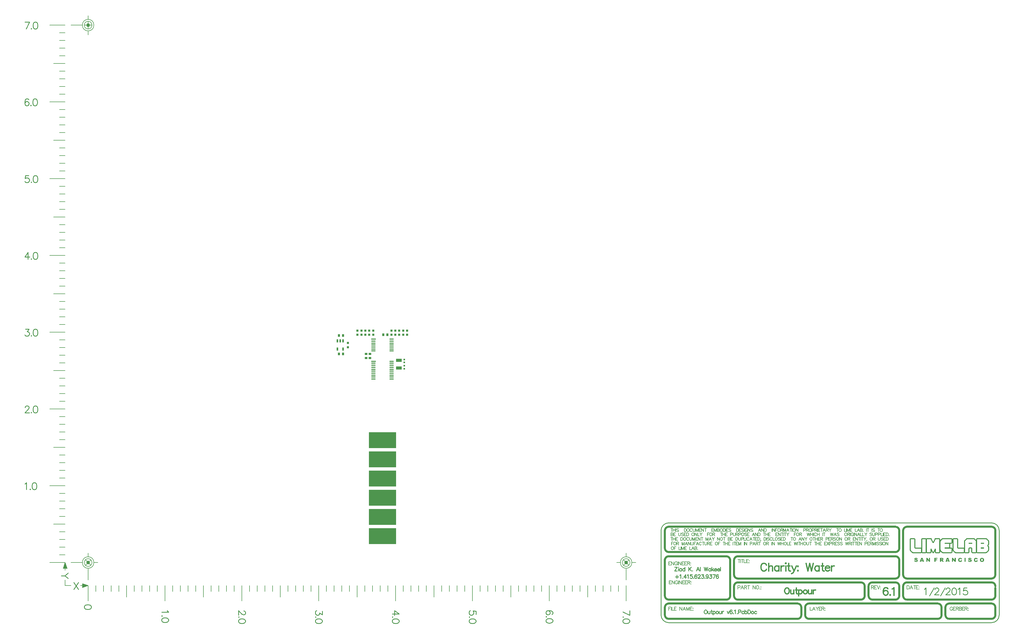
<source format=gtp>
%FSLAX44Y44*%
%MOMM*%
G71*
G01*
G75*
G04 Layer_Color=8421504*
%ADD10R,0.6000X0.5000*%
%ADD11R,1.9000X1.1000*%
%ADD12R,9.0000X5.3000*%
%ADD13R,1.5240X0.3302*%
%ADD14O,1.5240X0.3302*%
%ADD15R,0.7620X0.7620*%
%ADD16R,0.8100X0.7620*%
%ADD17R,0.7620X0.8100*%
%ADD18R,0.6000X1.0500*%
%ADD19C,0.2540*%
%ADD20C,0.3810*%
%ADD21C,0.3500*%
%ADD22C,0.2500*%
%ADD23C,0.6000*%
%ADD24C,0.3000*%
%ADD25C,0.5000*%
%ADD26C,0.2286*%
%ADD27C,0.3000*%
%ADD28C,0.2032*%
%ADD29C,0.6350*%
%ADD30C,0.1270*%
%ADD31O,1.8000X1.9000*%
%ADD32R,1.8000X1.9000*%
%ADD33C,1.5240*%
%ADD34C,2.0000*%
%ADD35O,3.0000X1.5000*%
%ADD36C,0.9000*%
%ADD37C,1.2700*%
%ADD38C,0.8890*%
%ADD39C,1.2000*%
%ADD40C,0.3302*%
%ADD41C,0.8000*%
G04:AMPARAMS|DCode=42|XSize=19.5mm|YSize=0.75mm|CornerRadius=0.1875mm|HoleSize=0mm|Usage=FLASHONLY|Rotation=180.000|XOffset=0mm|YOffset=0mm|HoleType=Round|Shape=RoundedRectangle|*
%AMROUNDEDRECTD42*
21,1,19.5000,0.3750,0,0,180.0*
21,1,19.1250,0.7500,0,0,180.0*
1,1,0.3750,-9.5625,0.1875*
1,1,0.3750,9.5625,0.1875*
1,1,0.3750,9.5625,-0.1875*
1,1,0.3750,-9.5625,-0.1875*
%
%ADD42ROUNDEDRECTD42*%
G04:AMPARAMS|DCode=43|XSize=6.5mm|YSize=0.75mm|CornerRadius=0.1875mm|HoleSize=0mm|Usage=FLASHONLY|Rotation=90.000|XOffset=0mm|YOffset=0mm|HoleType=Round|Shape=RoundedRectangle|*
%AMROUNDEDRECTD43*
21,1,6.5000,0.3750,0,0,90.0*
21,1,6.1250,0.7500,0,0,90.0*
1,1,0.3750,0.1875,3.0625*
1,1,0.3750,0.1875,-3.0625*
1,1,0.3750,-0.1875,-3.0625*
1,1,0.3750,-0.1875,3.0625*
%
%ADD43ROUNDEDRECTD43*%
G04:AMPARAMS|DCode=44|XSize=2mm|YSize=0.75mm|CornerRadius=0.1875mm|HoleSize=0mm|Usage=FLASHONLY|Rotation=270.000|XOffset=0mm|YOffset=0mm|HoleType=Round|Shape=RoundedRectangle|*
%AMROUNDEDRECTD44*
21,1,2.0000,0.3750,0,0,270.0*
21,1,1.6250,0.7500,0,0,270.0*
1,1,0.3750,-0.1875,-0.8125*
1,1,0.3750,-0.1875,0.8125*
1,1,0.3750,0.1875,0.8125*
1,1,0.3750,0.1875,-0.8125*
%
%ADD44ROUNDEDRECTD44*%
G04:AMPARAMS|DCode=45|XSize=3.8mm|YSize=0.75mm|CornerRadius=0.1875mm|HoleSize=0mm|Usage=FLASHONLY|Rotation=270.000|XOffset=0mm|YOffset=0mm|HoleType=Round|Shape=RoundedRectangle|*
%AMROUNDEDRECTD45*
21,1,3.8000,0.3750,0,0,270.0*
21,1,3.4250,0.7500,0,0,270.0*
1,1,0.3750,-0.1875,-1.7125*
1,1,0.3750,-0.1875,1.7125*
1,1,0.3750,0.1875,1.7125*
1,1,0.3750,0.1875,-1.7125*
%
%ADD45ROUNDEDRECTD45*%
G04:AMPARAMS|DCode=46|XSize=6.3mm|YSize=0.75mm|CornerRadius=0.1875mm|HoleSize=0mm|Usage=FLASHONLY|Rotation=90.000|XOffset=0mm|YOffset=0mm|HoleType=Round|Shape=RoundedRectangle|*
%AMROUNDEDRECTD46*
21,1,6.3000,0.3750,0,0,90.0*
21,1,5.9250,0.7500,0,0,90.0*
1,1,0.3750,0.1875,2.9625*
1,1,0.3750,0.1875,-2.9625*
1,1,0.3750,-0.1875,-2.9625*
1,1,0.3750,-0.1875,2.9625*
%
%ADD46ROUNDEDRECTD46*%
%ADD47R,0.7620X0.7620*%
%ADD48R,1.7780X1.7780*%
%ADD49R,7.6000X2.1500*%
%ADD50R,0.5000X0.6000*%
%ADD51R,0.5000X0.5000*%
%ADD52R,0.5250X1.0000*%
%ADD53R,1.0000X1.0000*%
%ADD54R,5.2000X4.0000*%
%ADD55R,1.8000X1.0000*%
%ADD56R,1.8000X1.5000*%
%ADD57R,1.2700X0.9144*%
%ADD58R,0.9144X0.9144*%
%ADD59R,0.9800X3.4000*%
%ADD60R,0.7000X1.4000*%
%ADD61R,1.4000X0.7000*%
%ADD62R,5.0800X5.0800*%
%ADD63R,3.9600X3.9600*%
%ADD64R,1.5500X2.7000*%
%ADD65R,1.6000X0.6000*%
%ADD66R,0.6000X1.6000*%
%ADD67O,0.6000X0.2400*%
%ADD68R,1.5800X2.8500*%
%ADD69R,0.2000X0.7750*%
G04:AMPARAMS|DCode=70|XSize=1.3mm|YSize=0.45mm|CornerRadius=0mm|HoleSize=0mm|Usage=FLASHONLY|Rotation=123.000|XOffset=0mm|YOffset=0mm|HoleType=Round|Shape=Rectangle|*
%AMROTATEDRECTD70*
4,1,4,0.5427,-0.4226,0.1653,-0.6677,-0.5427,0.4226,-0.1653,0.6677,0.5427,-0.4226,0.0*
%
%ADD70ROTATEDRECTD70*%

G04:AMPARAMS|DCode=71|XSize=1.15mm|YSize=0.65mm|CornerRadius=0mm|HoleSize=0mm|Usage=FLASHONLY|Rotation=123.000|XOffset=0mm|YOffset=0mm|HoleType=Round|Shape=Rectangle|*
%AMROTATEDRECTD71*
4,1,4,0.5857,-0.3052,0.0406,-0.6592,-0.5857,0.3052,-0.0406,0.6592,0.5857,-0.3052,0.0*
%
%ADD71ROTATEDRECTD71*%

G04:AMPARAMS|DCode=72|XSize=1.7mm|YSize=1.4mm|CornerRadius=0mm|HoleSize=0mm|Usage=FLASHONLY|Rotation=123.000|XOffset=0mm|YOffset=0mm|HoleType=Round|Shape=Rectangle|*
%AMROTATEDRECTD72*
4,1,4,1.0500,-0.3316,-0.1241,-1.0941,-1.0500,0.3316,0.1241,1.0941,1.0500,-0.3316,0.0*
%
%ADD72ROTATEDRECTD72*%

G04:AMPARAMS|DCode=73|XSize=0.8mm|YSize=0.54mm|CornerRadius=0mm|HoleSize=0mm|Usage=FLASHONLY|Rotation=123.000|XOffset=0mm|YOffset=0mm|HoleType=Round|Shape=Rectangle|*
%AMROTATEDRECTD73*
4,1,4,0.4443,-0.1884,-0.0086,-0.4825,-0.4443,0.1884,0.0086,0.4825,0.4443,-0.1884,0.0*
%
%ADD73ROTATEDRECTD73*%

%ADD74R,1.2700X3.1750*%
%ADD75R,0.4000X0.7000*%
%ADD76C,0.2400*%
%ADD77C,0.3048*%
%ADD78C,0.2794*%
%ADD79C,1.5000*%
%ADD80C,0.2000*%
%ADD81C,0.1778*%
%ADD82C,0.1524*%
%ADD83C,0.5080*%
G36*
X1833646Y-74963D02*
X1827795D01*
Y-77187D01*
X1832800D01*
Y-79799D01*
X1827795D01*
Y-85070D01*
X1823781D01*
Y-72182D01*
X1833646D01*
Y-74963D01*
D02*
G37*
G36*
X1789541Y-85070D02*
X1785357D01*
X1784704Y-82942D01*
X1780207D01*
X1779554Y-85070D01*
X1775492D01*
X1780304Y-72182D01*
X1784680D01*
X1789541Y-85070D01*
D02*
G37*
G36*
X1809151D02*
X1805403D01*
X1800567Y-77985D01*
Y-85070D01*
X1796819D01*
Y-72182D01*
X1800519D01*
X1805403Y-79339D01*
Y-72182D01*
X1809151D01*
Y-85070D01*
D02*
G37*
G36*
X1874536D02*
X1870353D01*
X1869700Y-82942D01*
X1865202D01*
X1864550Y-85070D01*
X1860487D01*
X1865299Y-72182D01*
X1869676D01*
X1874536Y-85070D01*
D02*
G37*
G36*
X1926912D02*
X1922922D01*
Y-72182D01*
X1926912D01*
Y-85070D01*
D02*
G37*
G36*
X1849098Y-72206D02*
X1849509Y-72230D01*
X1849969Y-72254D01*
X1850428Y-72327D01*
X1850887Y-72399D01*
X1851274Y-72520D01*
X1851323Y-72544D01*
X1851443Y-72593D01*
X1851613Y-72665D01*
X1851855Y-72786D01*
X1852096Y-72956D01*
X1852362Y-73149D01*
X1852628Y-73415D01*
X1852870Y-73705D01*
X1852894Y-73753D01*
X1852967Y-73850D01*
X1853064Y-74044D01*
X1853185Y-74285D01*
X1853281Y-74576D01*
X1853378Y-74938D01*
X1853450Y-75349D01*
X1853475Y-75785D01*
Y-75833D01*
Y-75954D01*
X1853450Y-76172D01*
X1853426Y-76413D01*
X1853354Y-76704D01*
X1853281Y-77018D01*
X1853160Y-77332D01*
X1853015Y-77622D01*
X1852991Y-77647D01*
X1852943Y-77743D01*
X1852822Y-77888D01*
X1852677Y-78058D01*
X1852507Y-78275D01*
X1852290Y-78469D01*
X1852048Y-78686D01*
X1851758Y-78880D01*
X1851734Y-78904D01*
X1851661Y-78928D01*
X1851540Y-79001D01*
X1851395Y-79073D01*
X1851202Y-79146D01*
X1850960Y-79243D01*
X1850670Y-79315D01*
X1850355Y-79412D01*
X1850380D01*
X1850476Y-79460D01*
X1850597Y-79484D01*
X1850742Y-79557D01*
X1851081Y-79702D01*
X1851250Y-79775D01*
X1851395Y-79871D01*
X1851443Y-79896D01*
X1851492Y-79944D01*
X1851564Y-80016D01*
X1851637Y-80113D01*
X1851758Y-80234D01*
X1851879Y-80379D01*
X1852024Y-80573D01*
X1852048Y-80597D01*
X1852096Y-80645D01*
X1852169Y-80742D01*
X1852242Y-80863D01*
X1852435Y-81104D01*
X1852507Y-81225D01*
X1852580Y-81346D01*
X1854514Y-85070D01*
X1849993D01*
X1847889Y-81153D01*
X1847865Y-81129D01*
X1847816Y-81032D01*
X1847744Y-80887D01*
X1847647Y-80742D01*
X1847405Y-80403D01*
X1847284Y-80258D01*
X1847164Y-80162D01*
X1847139Y-80137D01*
X1847091Y-80113D01*
X1846994Y-80065D01*
X1846873Y-79992D01*
X1846728Y-79944D01*
X1846583Y-79896D01*
X1846390Y-79871D01*
X1846196Y-79847D01*
X1845858D01*
Y-85070D01*
X1841844D01*
Y-72182D01*
X1848929D01*
X1849098Y-72206D01*
D02*
G37*
G36*
X1961224Y-71988D02*
X1961418D01*
X1961660Y-72013D01*
X1961926Y-72037D01*
X1962216Y-72085D01*
X1962820Y-72206D01*
X1963449Y-72375D01*
X1964078Y-72617D01*
X1964368Y-72786D01*
X1964634Y-72956D01*
X1964658D01*
X1964706Y-73004D01*
X1964779Y-73052D01*
X1964876Y-73149D01*
X1965117Y-73367D01*
X1965432Y-73705D01*
X1965770Y-74140D01*
X1966109Y-74648D01*
X1966278Y-74938D01*
X1966447Y-75253D01*
X1966593Y-75616D01*
X1966738Y-75978D01*
X1963207Y-76752D01*
Y-76728D01*
X1963183Y-76655D01*
X1963135Y-76558D01*
X1963086Y-76438D01*
X1962965Y-76147D01*
X1962893Y-76027D01*
X1962820Y-75906D01*
X1962796Y-75882D01*
X1962772Y-75833D01*
X1962699Y-75736D01*
X1962603Y-75640D01*
X1962337Y-75422D01*
X1961998Y-75204D01*
X1961974Y-75180D01*
X1961926Y-75156D01*
X1961805Y-75108D01*
X1961684Y-75059D01*
X1961514Y-75011D01*
X1961345Y-74987D01*
X1961128Y-74938D01*
X1960789D01*
X1960692Y-74963D01*
X1960451Y-74987D01*
X1960136Y-75083D01*
X1959798Y-75204D01*
X1959459Y-75398D01*
X1959121Y-75664D01*
X1958976Y-75833D01*
X1958830Y-76027D01*
X1958806Y-76075D01*
X1958758Y-76172D01*
X1958661Y-76365D01*
X1958564Y-76655D01*
X1958468Y-77018D01*
X1958371Y-77453D01*
X1958323Y-77961D01*
X1958298Y-78566D01*
Y-78590D01*
Y-78662D01*
Y-78759D01*
Y-78904D01*
X1958323Y-79097D01*
Y-79291D01*
X1958371Y-79750D01*
X1958468Y-80234D01*
X1958564Y-80718D01*
X1958734Y-81153D01*
X1958830Y-81346D01*
X1958951Y-81516D01*
X1958976Y-81540D01*
X1959072Y-81636D01*
X1959217Y-81757D01*
X1959435Y-81903D01*
X1959677Y-82048D01*
X1959991Y-82169D01*
X1960354Y-82265D01*
X1960765Y-82289D01*
X1960958D01*
X1961152Y-82265D01*
X1961418Y-82217D01*
X1961708Y-82144D01*
X1961998Y-82023D01*
X1962264Y-81878D01*
X1962506Y-81661D01*
X1962530Y-81636D01*
X1962603Y-81540D01*
X1962724Y-81395D01*
X1962845Y-81201D01*
X1962990Y-80935D01*
X1963135Y-80621D01*
X1963255Y-80234D01*
X1963376Y-79799D01*
X1966859Y-80863D01*
Y-80887D01*
X1966834Y-80935D01*
X1966810Y-81008D01*
X1966786Y-81104D01*
X1966713Y-81370D01*
X1966593Y-81733D01*
X1966423Y-82120D01*
X1966230Y-82531D01*
X1965988Y-82942D01*
X1965722Y-83329D01*
X1965698Y-83378D01*
X1965577Y-83498D01*
X1965432Y-83668D01*
X1965214Y-83885D01*
X1964948Y-84103D01*
X1964610Y-84369D01*
X1964271Y-84586D01*
X1963860Y-84804D01*
X1963836D01*
X1963812Y-84828D01*
X1963739Y-84853D01*
X1963667Y-84877D01*
X1963425Y-84949D01*
X1963086Y-85046D01*
X1962675Y-85143D01*
X1962192Y-85215D01*
X1961635Y-85264D01*
X1961007Y-85288D01*
X1960668D01*
X1960475Y-85264D01*
X1960281D01*
X1959798Y-85215D01*
X1959241Y-85143D01*
X1958661Y-85022D01*
X1958105Y-84877D01*
X1957573Y-84683D01*
X1957549D01*
X1957525Y-84659D01*
X1957452Y-84611D01*
X1957355Y-84562D01*
X1957114Y-84417D01*
X1956799Y-84200D01*
X1956436Y-83885D01*
X1956050Y-83523D01*
X1955663Y-83087D01*
X1955276Y-82555D01*
Y-82531D01*
X1955228Y-82483D01*
X1955179Y-82386D01*
X1955131Y-82265D01*
X1955058Y-82120D01*
X1954962Y-81927D01*
X1954889Y-81733D01*
X1954792Y-81491D01*
X1954695Y-81201D01*
X1954623Y-80911D01*
X1954526Y-80597D01*
X1954454Y-80234D01*
X1954357Y-79460D01*
X1954309Y-78614D01*
Y-78566D01*
Y-78469D01*
Y-78299D01*
X1954333Y-78082D01*
X1954357Y-77816D01*
X1954405Y-77502D01*
X1954454Y-77163D01*
X1954526Y-76800D01*
X1954599Y-76413D01*
X1954720Y-76002D01*
X1954865Y-75616D01*
X1955034Y-75204D01*
X1955228Y-74793D01*
X1955445Y-74406D01*
X1955711Y-74044D01*
X1956001Y-73705D01*
X1956026Y-73681D01*
X1956074Y-73633D01*
X1956171Y-73536D01*
X1956316Y-73439D01*
X1956485Y-73294D01*
X1956703Y-73149D01*
X1956944Y-73004D01*
X1957234Y-72835D01*
X1957573Y-72665D01*
X1957912Y-72520D01*
X1958323Y-72375D01*
X1958758Y-72230D01*
X1959217Y-72133D01*
X1959701Y-72037D01*
X1960257Y-71988D01*
X1960813Y-71964D01*
X1961055D01*
X1961224Y-71988D01*
D02*
G37*
G36*
X1763450D02*
X1763667D01*
X1763885Y-72013D01*
X1764151Y-72037D01*
X1764441Y-72085D01*
X1765045Y-72182D01*
X1765674Y-72351D01*
X1766279Y-72569D01*
X1766569Y-72714D01*
X1766811Y-72883D01*
X1766835D01*
X1766859Y-72931D01*
X1767028Y-73052D01*
X1767246Y-73270D01*
X1767488Y-73584D01*
X1767778Y-73995D01*
X1767899Y-74237D01*
X1768020Y-74503D01*
X1768141Y-74793D01*
X1768237Y-75108D01*
X1768310Y-75446D01*
X1768383Y-75809D01*
X1764634Y-76027D01*
Y-75978D01*
X1764610Y-75882D01*
X1764562Y-75736D01*
X1764489Y-75543D01*
X1764393Y-75325D01*
X1764296Y-75132D01*
X1764151Y-74938D01*
X1763982Y-74769D01*
X1763957Y-74745D01*
X1763885Y-74697D01*
X1763788Y-74648D01*
X1763643Y-74552D01*
X1763450Y-74479D01*
X1763208Y-74431D01*
X1762942Y-74382D01*
X1762652Y-74358D01*
X1762531D01*
X1762410Y-74382D01*
X1762265Y-74406D01*
X1761902Y-74479D01*
X1761733Y-74576D01*
X1761588Y-74672D01*
X1761564Y-74697D01*
X1761539Y-74721D01*
X1761418Y-74866D01*
X1761297Y-75083D01*
X1761273Y-75229D01*
X1761249Y-75374D01*
Y-75398D01*
Y-75422D01*
X1761297Y-75567D01*
X1761370Y-75736D01*
X1761443Y-75833D01*
X1761539Y-75930D01*
X1761564D01*
X1761612Y-75978D01*
X1761684Y-76027D01*
X1761805Y-76099D01*
X1761999Y-76172D01*
X1762216Y-76244D01*
X1762507Y-76341D01*
X1762869Y-76413D01*
X1762893D01*
X1762990Y-76438D01*
X1763111Y-76462D01*
X1763304Y-76510D01*
X1763522Y-76558D01*
X1763764Y-76631D01*
X1764030Y-76679D01*
X1764320Y-76752D01*
X1764925Y-76945D01*
X1765553Y-77115D01*
X1766134Y-77332D01*
X1766400Y-77429D01*
X1766617Y-77550D01*
X1766642D01*
X1766666Y-77574D01*
X1766811Y-77647D01*
X1767004Y-77768D01*
X1767246Y-77937D01*
X1767512Y-78155D01*
X1767802Y-78396D01*
X1768044Y-78662D01*
X1768262Y-78977D01*
X1768286Y-79025D01*
X1768334Y-79122D01*
X1768431Y-79291D01*
X1768528Y-79533D01*
X1768624Y-79823D01*
X1768721Y-80137D01*
X1768769Y-80500D01*
X1768793Y-80887D01*
Y-80911D01*
Y-80935D01*
Y-81008D01*
Y-81104D01*
X1768769Y-81322D01*
X1768697Y-81636D01*
X1768624Y-81999D01*
X1768503Y-82386D01*
X1768334Y-82773D01*
X1768092Y-83184D01*
X1768068Y-83232D01*
X1767971Y-83353D01*
X1767802Y-83547D01*
X1767609Y-83764D01*
X1767319Y-84030D01*
X1767004Y-84296D01*
X1766617Y-84538D01*
X1766182Y-84756D01*
X1766158D01*
X1766134Y-84780D01*
X1766061Y-84804D01*
X1765964Y-84828D01*
X1765844Y-84877D01*
X1765698Y-84925D01*
X1765336Y-85022D01*
X1764876Y-85119D01*
X1764344Y-85215D01*
X1763740Y-85264D01*
X1763063Y-85288D01*
X1762748D01*
X1762531Y-85264D01*
X1762265Y-85239D01*
X1761950Y-85215D01*
X1761612Y-85191D01*
X1761249Y-85119D01*
X1760500Y-84973D01*
X1759750Y-84756D01*
X1759387Y-84611D01*
X1759049Y-84441D01*
X1758759Y-84248D01*
X1758492Y-84030D01*
X1758468Y-84006D01*
X1758444Y-83982D01*
X1758372Y-83910D01*
X1758299Y-83813D01*
X1758202Y-83668D01*
X1758081Y-83523D01*
X1757961Y-83353D01*
X1757840Y-83160D01*
X1757598Y-82700D01*
X1757380Y-82144D01*
X1757187Y-81516D01*
X1757138Y-81177D01*
X1757090Y-80814D01*
X1760886Y-80573D01*
Y-80621D01*
X1760911Y-80718D01*
X1760935Y-80887D01*
X1760983Y-81080D01*
X1761152Y-81540D01*
X1761249Y-81782D01*
X1761370Y-81975D01*
X1761394Y-81999D01*
X1761491Y-82096D01*
X1761636Y-82217D01*
X1761830Y-82362D01*
X1762071Y-82507D01*
X1762386Y-82628D01*
X1762724Y-82725D01*
X1763135Y-82749D01*
X1763280D01*
X1763425Y-82725D01*
X1763619Y-82700D01*
X1763837Y-82652D01*
X1764054Y-82579D01*
X1764248Y-82483D01*
X1764441Y-82362D01*
X1764465Y-82338D01*
X1764514Y-82289D01*
X1764586Y-82193D01*
X1764683Y-82096D01*
X1764852Y-81806D01*
X1764900Y-81636D01*
X1764925Y-81443D01*
Y-81419D01*
Y-81346D01*
X1764900Y-81250D01*
X1764876Y-81129D01*
X1764804Y-81008D01*
X1764731Y-80838D01*
X1764610Y-80693D01*
X1764465Y-80548D01*
X1764441Y-80524D01*
X1764368Y-80476D01*
X1764248Y-80403D01*
X1764054Y-80307D01*
X1763788Y-80186D01*
X1763425Y-80065D01*
X1763208Y-79992D01*
X1762990Y-79920D01*
X1762724Y-79871D01*
X1762434Y-79799D01*
X1762410D01*
X1762313Y-79775D01*
X1762192Y-79726D01*
X1761999Y-79678D01*
X1761781Y-79630D01*
X1761539Y-79557D01*
X1761273Y-79460D01*
X1760983Y-79363D01*
X1760354Y-79146D01*
X1759750Y-78880D01*
X1759170Y-78566D01*
X1758904Y-78396D01*
X1758686Y-78227D01*
X1758638Y-78179D01*
X1758517Y-78058D01*
X1758323Y-77840D01*
X1758130Y-77550D01*
X1757936Y-77187D01*
X1757743Y-76776D01*
X1757622Y-76268D01*
X1757598Y-76027D01*
X1757574Y-75736D01*
Y-75688D01*
Y-75567D01*
X1757598Y-75374D01*
X1757646Y-75132D01*
X1757719Y-74842D01*
X1757816Y-74527D01*
X1757936Y-74213D01*
X1758130Y-73875D01*
X1758154Y-73826D01*
X1758251Y-73729D01*
X1758372Y-73560D01*
X1758565Y-73367D01*
X1758807Y-73149D01*
X1759121Y-72907D01*
X1759460Y-72665D01*
X1759871Y-72472D01*
X1759895D01*
X1759919Y-72448D01*
X1759992Y-72424D01*
X1760089Y-72399D01*
X1760209Y-72351D01*
X1760354Y-72303D01*
X1760524Y-72254D01*
X1760693Y-72206D01*
X1761152Y-72133D01*
X1761709Y-72037D01*
X1762337Y-71988D01*
X1763038Y-71964D01*
X1763280D01*
X1763450Y-71988D01*
D02*
G37*
G36*
X1941445D02*
X1941662D01*
X1941880Y-72013D01*
X1942146Y-72037D01*
X1942436Y-72085D01*
X1943040Y-72182D01*
X1943669Y-72351D01*
X1944274Y-72569D01*
X1944564Y-72714D01*
X1944806Y-72883D01*
X1944830D01*
X1944854Y-72931D01*
X1945023Y-73052D01*
X1945241Y-73270D01*
X1945483Y-73584D01*
X1945773Y-73995D01*
X1945894Y-74237D01*
X1946015Y-74503D01*
X1946136Y-74793D01*
X1946232Y-75108D01*
X1946305Y-75446D01*
X1946377Y-75809D01*
X1942629Y-76027D01*
Y-75978D01*
X1942605Y-75882D01*
X1942557Y-75736D01*
X1942484Y-75543D01*
X1942388Y-75325D01*
X1942291Y-75132D01*
X1942146Y-74938D01*
X1941976Y-74769D01*
X1941952Y-74745D01*
X1941880Y-74697D01*
X1941783Y-74648D01*
X1941638Y-74552D01*
X1941445Y-74479D01*
X1941203Y-74431D01*
X1940937Y-74382D01*
X1940647Y-74358D01*
X1940526D01*
X1940405Y-74382D01*
X1940260Y-74406D01*
X1939897Y-74479D01*
X1939728Y-74576D01*
X1939583Y-74672D01*
X1939558Y-74697D01*
X1939534Y-74721D01*
X1939413Y-74866D01*
X1939292Y-75083D01*
X1939268Y-75229D01*
X1939244Y-75374D01*
Y-75398D01*
Y-75422D01*
X1939292Y-75567D01*
X1939365Y-75736D01*
X1939437Y-75833D01*
X1939534Y-75930D01*
X1939558D01*
X1939607Y-75978D01*
X1939679Y-76027D01*
X1939800Y-76099D01*
X1939994Y-76172D01*
X1940211Y-76244D01*
X1940501Y-76341D01*
X1940864Y-76413D01*
X1940888D01*
X1940985Y-76438D01*
X1941106Y-76462D01*
X1941299Y-76510D01*
X1941517Y-76558D01*
X1941759Y-76631D01*
X1942025Y-76679D01*
X1942315Y-76752D01*
X1942919Y-76945D01*
X1943548Y-77115D01*
X1944129Y-77332D01*
X1944395Y-77429D01*
X1944612Y-77550D01*
X1944636D01*
X1944660Y-77574D01*
X1944806Y-77647D01*
X1944999Y-77768D01*
X1945241Y-77937D01*
X1945507Y-78155D01*
X1945797Y-78396D01*
X1946039Y-78662D01*
X1946256Y-78977D01*
X1946281Y-79025D01*
X1946329Y-79122D01*
X1946426Y-79291D01*
X1946522Y-79533D01*
X1946619Y-79823D01*
X1946716Y-80137D01*
X1946764Y-80500D01*
X1946788Y-80887D01*
Y-80911D01*
Y-80935D01*
Y-81008D01*
Y-81104D01*
X1946764Y-81322D01*
X1946692Y-81636D01*
X1946619Y-81999D01*
X1946498Y-82386D01*
X1946329Y-82773D01*
X1946087Y-83184D01*
X1946063Y-83232D01*
X1945966Y-83353D01*
X1945797Y-83547D01*
X1945604Y-83764D01*
X1945313Y-84030D01*
X1944999Y-84296D01*
X1944612Y-84538D01*
X1944177Y-84756D01*
X1944153D01*
X1944129Y-84780D01*
X1944056Y-84804D01*
X1943959Y-84828D01*
X1943838Y-84877D01*
X1943693Y-84925D01*
X1943331Y-85022D01*
X1942871Y-85119D01*
X1942339Y-85215D01*
X1941735Y-85264D01*
X1941058Y-85288D01*
X1940743D01*
X1940526Y-85264D01*
X1940260Y-85239D01*
X1939945Y-85215D01*
X1939607Y-85191D01*
X1939244Y-85119D01*
X1938494Y-84973D01*
X1937745Y-84756D01*
X1937382Y-84611D01*
X1937043Y-84441D01*
X1936753Y-84248D01*
X1936487Y-84030D01*
X1936463Y-84006D01*
X1936439Y-83982D01*
X1936366Y-83910D01*
X1936294Y-83813D01*
X1936197Y-83668D01*
X1936076Y-83523D01*
X1935955Y-83353D01*
X1935835Y-83160D01*
X1935593Y-82700D01*
X1935375Y-82144D01*
X1935182Y-81516D01*
X1935133Y-81177D01*
X1935085Y-80814D01*
X1938881Y-80573D01*
Y-80621D01*
X1938905Y-80718D01*
X1938930Y-80887D01*
X1938978Y-81080D01*
X1939147Y-81540D01*
X1939244Y-81782D01*
X1939365Y-81975D01*
X1939389Y-81999D01*
X1939486Y-82096D01*
X1939631Y-82217D01*
X1939824Y-82362D01*
X1940066Y-82507D01*
X1940381Y-82628D01*
X1940719Y-82725D01*
X1941130Y-82749D01*
X1941275D01*
X1941420Y-82725D01*
X1941614Y-82700D01*
X1941831Y-82652D01*
X1942049Y-82579D01*
X1942242Y-82483D01*
X1942436Y-82362D01*
X1942460Y-82338D01*
X1942508Y-82289D01*
X1942581Y-82193D01*
X1942678Y-82096D01*
X1942847Y-81806D01*
X1942895Y-81636D01*
X1942919Y-81443D01*
Y-81419D01*
Y-81346D01*
X1942895Y-81250D01*
X1942871Y-81129D01*
X1942799Y-81008D01*
X1942726Y-80838D01*
X1942605Y-80693D01*
X1942460Y-80548D01*
X1942436Y-80524D01*
X1942363Y-80476D01*
X1942242Y-80403D01*
X1942049Y-80307D01*
X1941783Y-80186D01*
X1941420Y-80065D01*
X1941203Y-79992D01*
X1940985Y-79920D01*
X1940719Y-79871D01*
X1940429Y-79799D01*
X1940405D01*
X1940308Y-79775D01*
X1940187Y-79726D01*
X1939994Y-79678D01*
X1939776Y-79630D01*
X1939534Y-79557D01*
X1939268Y-79460D01*
X1938978Y-79363D01*
X1938349Y-79146D01*
X1937745Y-78880D01*
X1937164Y-78566D01*
X1936898Y-78396D01*
X1936681Y-78227D01*
X1936633Y-78179D01*
X1936512Y-78058D01*
X1936318Y-77840D01*
X1936125Y-77550D01*
X1935931Y-77187D01*
X1935738Y-76776D01*
X1935617Y-76268D01*
X1935593Y-76027D01*
X1935569Y-75736D01*
Y-75688D01*
Y-75567D01*
X1935593Y-75374D01*
X1935641Y-75132D01*
X1935714Y-74842D01*
X1935810Y-74527D01*
X1935931Y-74213D01*
X1936125Y-73875D01*
X1936149Y-73826D01*
X1936246Y-73729D01*
X1936366Y-73560D01*
X1936560Y-73367D01*
X1936802Y-73149D01*
X1937116Y-72907D01*
X1937455Y-72665D01*
X1937866Y-72472D01*
X1937890D01*
X1937914Y-72448D01*
X1937987Y-72424D01*
X1938083Y-72399D01*
X1938204Y-72351D01*
X1938349Y-72303D01*
X1938519Y-72254D01*
X1938688Y-72206D01*
X1939147Y-72133D01*
X1939703Y-72037D01*
X1940332Y-71988D01*
X1941033Y-71964D01*
X1941275D01*
X1941445Y-71988D01*
D02*
G37*
G36*
X1894147Y-85070D02*
X1890399D01*
X1885563Y-77985D01*
Y-85070D01*
X1881815D01*
Y-72182D01*
X1885514D01*
X1890399Y-79339D01*
Y-72182D01*
X1894147D01*
Y-85070D01*
D02*
G37*
G36*
X1981464Y-71988D02*
X1981730Y-72013D01*
X1982044Y-72061D01*
X1982383Y-72109D01*
X1982769Y-72182D01*
X1983156Y-72278D01*
X1983567Y-72399D01*
X1983978Y-72520D01*
X1984390Y-72690D01*
X1984776Y-72907D01*
X1985188Y-73125D01*
X1985550Y-73391D01*
X1985889Y-73705D01*
X1985913Y-73729D01*
X1985961Y-73778D01*
X1986058Y-73875D01*
X1986155Y-74019D01*
X1986300Y-74189D01*
X1986445Y-74406D01*
X1986614Y-74672D01*
X1986783Y-74963D01*
X1986929Y-75277D01*
X1987098Y-75640D01*
X1987243Y-76027D01*
X1987388Y-76462D01*
X1987485Y-76945D01*
X1987581Y-77429D01*
X1987630Y-77961D01*
X1987654Y-78541D01*
Y-78566D01*
Y-78638D01*
Y-78759D01*
Y-78904D01*
X1987630Y-79097D01*
X1987606Y-79339D01*
X1987581Y-79581D01*
X1987557Y-79847D01*
X1987460Y-80427D01*
X1987340Y-81056D01*
X1987146Y-81661D01*
X1986880Y-82241D01*
Y-82265D01*
X1986856Y-82314D01*
X1986808Y-82386D01*
X1986735Y-82483D01*
X1986566Y-82749D01*
X1986324Y-83063D01*
X1986010Y-83426D01*
X1985647Y-83813D01*
X1985188Y-84151D01*
X1984680Y-84490D01*
X1984655D01*
X1984607Y-84514D01*
X1984535Y-84562D01*
X1984414Y-84611D01*
X1984269Y-84683D01*
X1984099Y-84732D01*
X1983906Y-84804D01*
X1983688Y-84877D01*
X1983447Y-84973D01*
X1983181Y-85046D01*
X1982552Y-85167D01*
X1981875Y-85264D01*
X1981101Y-85288D01*
X1980738D01*
X1980545Y-85264D01*
X1980327Y-85239D01*
X1980085D01*
X1979819Y-85191D01*
X1979239Y-85119D01*
X1978634Y-84998D01*
X1978030Y-84828D01*
X1977474Y-84611D01*
X1977450D01*
X1977401Y-84586D01*
X1977329Y-84538D01*
X1977232Y-84466D01*
X1976966Y-84321D01*
X1976652Y-84079D01*
X1976289Y-83764D01*
X1975902Y-83378D01*
X1975515Y-82942D01*
X1975152Y-82410D01*
Y-82386D01*
X1975104Y-82338D01*
X1975080Y-82265D01*
X1975007Y-82144D01*
X1974959Y-81999D01*
X1974886Y-81806D01*
X1974790Y-81612D01*
X1974717Y-81370D01*
X1974645Y-81104D01*
X1974548Y-80838D01*
X1974475Y-80524D01*
X1974427Y-80186D01*
X1974330Y-79460D01*
X1974282Y-78638D01*
Y-78590D01*
Y-78493D01*
X1974306Y-78324D01*
Y-78130D01*
X1974330Y-77864D01*
X1974379Y-77550D01*
X1974427Y-77211D01*
X1974500Y-76849D01*
X1974596Y-76462D01*
X1974717Y-76051D01*
X1974838Y-75640D01*
X1975007Y-75229D01*
X1975225Y-74842D01*
X1975443Y-74455D01*
X1975709Y-74068D01*
X1976023Y-73729D01*
X1976047Y-73705D01*
X1976095Y-73657D01*
X1976216Y-73560D01*
X1976337Y-73463D01*
X1976531Y-73318D01*
X1976748Y-73173D01*
X1977014Y-73004D01*
X1977305Y-72835D01*
X1977619Y-72690D01*
X1978006Y-72520D01*
X1978393Y-72375D01*
X1978828Y-72230D01*
X1979312Y-72133D01*
X1979819Y-72037D01*
X1980351Y-71988D01*
X1980932Y-71964D01*
X1981246D01*
X1981464Y-71988D01*
D02*
G37*
G36*
X1909211D02*
X1909405D01*
X1909647Y-72013D01*
X1909913Y-72037D01*
X1910203Y-72085D01*
X1910807Y-72206D01*
X1911436Y-72375D01*
X1912065Y-72617D01*
X1912355Y-72786D01*
X1912621Y-72956D01*
X1912645D01*
X1912693Y-73004D01*
X1912766Y-73052D01*
X1912863Y-73149D01*
X1913105Y-73367D01*
X1913419Y-73705D01*
X1913757Y-74140D01*
X1914096Y-74648D01*
X1914265Y-74938D01*
X1914435Y-75253D01*
X1914580Y-75616D01*
X1914725Y-75978D01*
X1911194Y-76752D01*
Y-76728D01*
X1911170Y-76655D01*
X1911122Y-76558D01*
X1911073Y-76438D01*
X1910952Y-76147D01*
X1910880Y-76027D01*
X1910807Y-75906D01*
X1910783Y-75882D01*
X1910759Y-75833D01*
X1910686Y-75736D01*
X1910590Y-75640D01*
X1910324Y-75422D01*
X1909985Y-75204D01*
X1909961Y-75180D01*
X1909913Y-75156D01*
X1909792Y-75108D01*
X1909671Y-75059D01*
X1909502Y-75011D01*
X1909332Y-74987D01*
X1909115Y-74938D01*
X1908776D01*
X1908680Y-74963D01*
X1908438Y-74987D01*
X1908123Y-75083D01*
X1907785Y-75204D01*
X1907446Y-75398D01*
X1907108Y-75664D01*
X1906963Y-75833D01*
X1906817Y-76027D01*
X1906793Y-76075D01*
X1906745Y-76172D01*
X1906648Y-76365D01*
X1906552Y-76655D01*
X1906455Y-77018D01*
X1906358Y-77453D01*
X1906310Y-77961D01*
X1906286Y-78566D01*
Y-78590D01*
Y-78662D01*
Y-78759D01*
Y-78904D01*
X1906310Y-79097D01*
Y-79291D01*
X1906358Y-79750D01*
X1906455Y-80234D01*
X1906552Y-80718D01*
X1906721Y-81153D01*
X1906817Y-81346D01*
X1906938Y-81516D01*
X1906963Y-81540D01*
X1907059Y-81636D01*
X1907204Y-81757D01*
X1907422Y-81903D01*
X1907664Y-82048D01*
X1907978Y-82169D01*
X1908341Y-82265D01*
X1908752Y-82289D01*
X1908945D01*
X1909139Y-82265D01*
X1909405Y-82217D01*
X1909695Y-82144D01*
X1909985Y-82023D01*
X1910251Y-81878D01*
X1910493Y-81661D01*
X1910517Y-81636D01*
X1910590Y-81540D01*
X1910711Y-81395D01*
X1910832Y-81201D01*
X1910977Y-80935D01*
X1911122Y-80621D01*
X1911243Y-80234D01*
X1911364Y-79799D01*
X1914846Y-80863D01*
Y-80887D01*
X1914821Y-80935D01*
X1914797Y-81008D01*
X1914773Y-81104D01*
X1914700Y-81370D01*
X1914580Y-81733D01*
X1914410Y-82120D01*
X1914217Y-82531D01*
X1913975Y-82942D01*
X1913709Y-83329D01*
X1913685Y-83378D01*
X1913564Y-83498D01*
X1913419Y-83668D01*
X1913201Y-83885D01*
X1912935Y-84103D01*
X1912597Y-84369D01*
X1912258Y-84586D01*
X1911847Y-84804D01*
X1911823D01*
X1911799Y-84828D01*
X1911726Y-84853D01*
X1911654Y-84877D01*
X1911412Y-84949D01*
X1911073Y-85046D01*
X1910662Y-85143D01*
X1910179Y-85215D01*
X1909622Y-85264D01*
X1908994Y-85288D01*
X1908655D01*
X1908462Y-85264D01*
X1908268D01*
X1907785Y-85215D01*
X1907229Y-85143D01*
X1906648Y-85022D01*
X1906092Y-84877D01*
X1905560Y-84683D01*
X1905536D01*
X1905512Y-84659D01*
X1905439Y-84611D01*
X1905343Y-84562D01*
X1905101Y-84417D01*
X1904786Y-84200D01*
X1904424Y-83885D01*
X1904037Y-83523D01*
X1903650Y-83087D01*
X1903263Y-82555D01*
Y-82531D01*
X1903215Y-82483D01*
X1903166Y-82386D01*
X1903118Y-82265D01*
X1903045Y-82120D01*
X1902949Y-81927D01*
X1902876Y-81733D01*
X1902779Y-81491D01*
X1902683Y-81201D01*
X1902610Y-80911D01*
X1902513Y-80597D01*
X1902441Y-80234D01*
X1902344Y-79460D01*
X1902296Y-78614D01*
Y-78566D01*
Y-78469D01*
Y-78299D01*
X1902320Y-78082D01*
X1902344Y-77816D01*
X1902392Y-77502D01*
X1902441Y-77163D01*
X1902513Y-76800D01*
X1902586Y-76413D01*
X1902707Y-76002D01*
X1902852Y-75616D01*
X1903021Y-75204D01*
X1903215Y-74793D01*
X1903432Y-74406D01*
X1903698Y-74044D01*
X1903988Y-73705D01*
X1904013Y-73681D01*
X1904061Y-73633D01*
X1904158Y-73536D01*
X1904303Y-73439D01*
X1904472Y-73294D01*
X1904690Y-73149D01*
X1904931Y-73004D01*
X1905222Y-72835D01*
X1905560Y-72665D01*
X1905899Y-72520D01*
X1906310Y-72375D01*
X1906745Y-72230D01*
X1907204Y-72133D01*
X1907688Y-72037D01*
X1908244Y-71988D01*
X1908800Y-71964D01*
X1909042D01*
X1909211Y-71988D01*
D02*
G37*
%LPC*%
G36*
X1867451Y-75543D02*
X1866049Y-80162D01*
X1868854D01*
X1867451Y-75543D01*
D02*
G37*
G36*
X1847575Y-74793D02*
X1845858D01*
Y-77405D01*
X1847647D01*
X1847744Y-77381D01*
X1847889Y-77357D01*
X1848082Y-77332D01*
X1848300Y-77284D01*
X1848566Y-77236D01*
X1848590D01*
X1848638Y-77211D01*
X1848784Y-77163D01*
X1849001Y-77042D01*
X1849195Y-76849D01*
X1849219Y-76824D01*
X1849243Y-76800D01*
X1849291Y-76728D01*
X1849340Y-76631D01*
X1849412Y-76389D01*
X1849461Y-76244D01*
Y-76099D01*
Y-76075D01*
Y-76002D01*
X1849436Y-75882D01*
X1849412Y-75736D01*
X1849364Y-75591D01*
X1849291Y-75422D01*
X1849195Y-75277D01*
X1849050Y-75132D01*
X1849025Y-75108D01*
X1848977Y-75083D01*
X1848880Y-75035D01*
X1848711Y-74963D01*
X1848518Y-74890D01*
X1848276Y-74842D01*
X1847961Y-74818D01*
X1847575Y-74793D01*
D02*
G37*
G36*
X1980932Y-74987D02*
X1980883D01*
X1980738Y-75011D01*
X1980521Y-75035D01*
X1980231Y-75083D01*
X1979940Y-75204D01*
X1979602Y-75349D01*
X1979287Y-75567D01*
X1978997Y-75857D01*
X1978973Y-75906D01*
X1978876Y-76027D01*
X1978780Y-76220D01*
X1978634Y-76534D01*
X1978514Y-76921D01*
X1978441Y-77139D01*
X1978393Y-77405D01*
X1978344Y-77671D01*
X1978296Y-77985D01*
X1978272Y-78299D01*
Y-78662D01*
Y-78686D01*
Y-78759D01*
Y-78856D01*
X1978296Y-78977D01*
Y-79146D01*
X1978320Y-79315D01*
X1978369Y-79750D01*
X1978441Y-80210D01*
X1978586Y-80669D01*
X1978755Y-81104D01*
X1978876Y-81298D01*
X1978997Y-81467D01*
X1979021Y-81491D01*
X1979142Y-81588D01*
X1979287Y-81733D01*
X1979505Y-81878D01*
X1979795Y-82048D01*
X1980134Y-82169D01*
X1980521Y-82265D01*
X1980956Y-82314D01*
X1981077D01*
X1981174Y-82289D01*
X1981391Y-82265D01*
X1981681Y-82217D01*
X1981996Y-82120D01*
X1982334Y-81975D01*
X1982648Y-81757D01*
X1982939Y-81491D01*
X1982963Y-81443D01*
X1983060Y-81322D01*
X1983181Y-81104D01*
X1983229Y-80959D01*
X1983301Y-80790D01*
X1983374Y-80597D01*
X1983447Y-80379D01*
X1983495Y-80137D01*
X1983543Y-79871D01*
X1983592Y-79557D01*
X1983640Y-79243D01*
X1983664Y-78880D01*
Y-78493D01*
Y-78469D01*
Y-78420D01*
Y-78324D01*
Y-78203D01*
X1983640Y-78058D01*
X1983616Y-77864D01*
X1983567Y-77477D01*
X1983471Y-77042D01*
X1983350Y-76607D01*
X1983156Y-76196D01*
X1982914Y-75833D01*
X1982890Y-75785D01*
X1982794Y-75688D01*
X1982624Y-75567D01*
X1982407Y-75398D01*
X1982117Y-75253D01*
X1981778Y-75108D01*
X1981367Y-75011D01*
X1980932Y-74987D01*
D02*
G37*
G36*
X1782456Y-75543D02*
X1781053Y-80162D01*
X1783858D01*
X1782456Y-75543D01*
D02*
G37*
%LPD*%
D10*
X72000Y564035D02*
D03*
Y554035D02*
D03*
Y574498D02*
D03*
Y584498D02*
D03*
D11*
X54000Y556535D02*
D03*
Y581535D02*
D03*
D12*
X0Y317000D02*
D03*
Y0D02*
D03*
Y253600D02*
D03*
X82Y190200D02*
D03*
X88Y126800D02*
D03*
X0Y63400D02*
D03*
D13*
X-29845Y651594D02*
D03*
Y578344D02*
D03*
D14*
Y645095D02*
D03*
Y638595D02*
D03*
Y632095D02*
D03*
Y625595D02*
D03*
Y619095D02*
D03*
Y612595D02*
D03*
X29845Y651594D02*
D03*
Y645095D02*
D03*
Y638595D02*
D03*
Y632095D02*
D03*
Y625595D02*
D03*
Y619095D02*
D03*
Y612595D02*
D03*
Y532845D02*
D03*
Y539345D02*
D03*
Y545845D02*
D03*
Y552345D02*
D03*
Y558845D02*
D03*
Y565345D02*
D03*
Y571844D02*
D03*
Y578344D02*
D03*
X-29845Y532845D02*
D03*
Y539345D02*
D03*
Y545845D02*
D03*
Y552345D02*
D03*
Y558845D02*
D03*
Y565345D02*
D03*
Y571844D02*
D03*
Y526345D02*
D03*
Y519846D02*
D03*
X29845Y526345D02*
D03*
Y519846D02*
D03*
D15*
X29000Y680065D02*
D03*
Y666095D02*
D03*
X55000Y680065D02*
D03*
Y666095D02*
D03*
X-114500Y625065D02*
D03*
Y639035D02*
D03*
X68000Y680065D02*
D03*
Y666095D02*
D03*
X42000Y680065D02*
D03*
Y666095D02*
D03*
X-57000Y680065D02*
D03*
Y666095D02*
D03*
X-31000Y680065D02*
D03*
Y666095D02*
D03*
X81000Y680065D02*
D03*
Y666095D02*
D03*
X-44000Y680065D02*
D03*
Y666095D02*
D03*
X-70000Y680065D02*
D03*
Y666095D02*
D03*
X-83000Y680005D02*
D03*
Y666035D02*
D03*
D16*
X-54500Y603005D02*
D03*
Y589035D02*
D03*
X-41500Y603005D02*
D03*
Y589035D02*
D03*
D17*
X2030Y666035D02*
D03*
X16000D02*
D03*
X-144470Y603035D02*
D03*
X-130500D02*
D03*
X-144470Y664035D02*
D03*
X-130500D02*
D03*
D18*
X-149500Y619035D02*
D03*
X-130500D02*
D03*
X-149500Y646035D02*
D03*
X-140000D02*
D03*
X-130500D02*
D03*
D19*
X945610Y43750D02*
G03*
X920210Y18350I0J-25400D01*
G01*
Y-260796D02*
G03*
X945416Y-286446I25654J0D01*
G01*
X2012410Y-286450D02*
G03*
X2037810Y-261050I0J25400D01*
G01*
Y18350D02*
G03*
X2012410Y43750I-25400J0D01*
G01*
X945610Y-286450D02*
X2012410D01*
X945610Y43750D02*
X2012410D01*
X2037810Y-261050D02*
Y18350D01*
X920210Y-261050D02*
Y18350D01*
X972642Y-128882D02*
Y-139765D01*
X967200Y-134323D02*
X978083D01*
X981832Y-129486D02*
X983041Y-128882D01*
X984855Y-127068D01*
Y-139765D01*
X991748Y-138556D02*
X991143Y-139160D01*
X991748Y-139765D01*
X992353Y-139160D01*
X991748Y-138556D01*
X1001180Y-127068D02*
X995134Y-135533D01*
X1004203D01*
X1001180Y-127068D02*
Y-139765D01*
X1006441Y-129486D02*
X1007650Y-128882D01*
X1009464Y-127068D01*
Y-139765D01*
X1023008Y-127068D02*
X1016961D01*
X1016357Y-132509D01*
X1016961Y-131905D01*
X1018775Y-131300D01*
X1020589D01*
X1022403Y-131905D01*
X1023612Y-133114D01*
X1024217Y-134928D01*
Y-136137D01*
X1023612Y-137951D01*
X1022403Y-139160D01*
X1020589Y-139765D01*
X1018775D01*
X1016961Y-139160D01*
X1016357Y-138556D01*
X1015752Y-137347D01*
X1027663Y-138556D02*
X1027059Y-139160D01*
X1027663Y-139765D01*
X1028268Y-139160D01*
X1027663Y-138556D01*
X1038305Y-128882D02*
X1037700Y-127673D01*
X1035886Y-127068D01*
X1034677D01*
X1032863Y-127673D01*
X1031654Y-129486D01*
X1031049Y-132509D01*
Y-135533D01*
X1031654Y-137951D01*
X1032863Y-139160D01*
X1034677Y-139765D01*
X1035282D01*
X1037095Y-139160D01*
X1038305Y-137951D01*
X1038909Y-136137D01*
Y-135533D01*
X1038305Y-133719D01*
X1037095Y-132509D01*
X1035282Y-131905D01*
X1034677D01*
X1032863Y-132509D01*
X1031654Y-133719D01*
X1031049Y-135533D01*
X1042295Y-130091D02*
Y-129486D01*
X1042900Y-128277D01*
X1043505Y-127673D01*
X1044714Y-127068D01*
X1047132D01*
X1048342Y-127673D01*
X1048946Y-128277D01*
X1049551Y-129486D01*
Y-130696D01*
X1048946Y-131905D01*
X1047737Y-133719D01*
X1041691Y-139765D01*
X1050156D01*
X1054207Y-127068D02*
X1060858D01*
X1057230Y-131905D01*
X1059044D01*
X1060253Y-132509D01*
X1060858Y-133114D01*
X1061462Y-134928D01*
Y-136137D01*
X1060858Y-137951D01*
X1059648Y-139160D01*
X1057834Y-139765D01*
X1056021D01*
X1054207Y-139160D01*
X1053602Y-138556D01*
X1052997Y-137347D01*
X1064909Y-138556D02*
X1064304Y-139160D01*
X1064909Y-139765D01*
X1065513Y-139160D01*
X1064909Y-138556D01*
X1076155Y-131300D02*
X1075550Y-133114D01*
X1074341Y-134323D01*
X1072527Y-134928D01*
X1071922D01*
X1070108Y-134323D01*
X1068899Y-133114D01*
X1068295Y-131300D01*
Y-130696D01*
X1068899Y-128882D01*
X1070108Y-127673D01*
X1071922Y-127068D01*
X1072527D01*
X1074341Y-127673D01*
X1075550Y-128882D01*
X1076155Y-131300D01*
Y-134323D01*
X1075550Y-137347D01*
X1074341Y-139160D01*
X1072527Y-139765D01*
X1071318D01*
X1069504Y-139160D01*
X1068899Y-137951D01*
X1080810Y-127068D02*
X1087461D01*
X1083834Y-131905D01*
X1085648D01*
X1086857Y-132509D01*
X1087461Y-133114D01*
X1088066Y-134928D01*
Y-136137D01*
X1087461Y-137951D01*
X1086252Y-139160D01*
X1084438Y-139765D01*
X1082624D01*
X1080810Y-139160D01*
X1080206Y-138556D01*
X1079601Y-137347D01*
X1099373Y-127068D02*
X1093326Y-139765D01*
X1090908Y-127068D02*
X1099373D01*
X1109470Y-128882D02*
X1108865Y-127673D01*
X1107051Y-127068D01*
X1105842D01*
X1104028Y-127673D01*
X1102819Y-129486D01*
X1102214Y-132509D01*
Y-135533D01*
X1102819Y-137951D01*
X1104028Y-139160D01*
X1105842Y-139765D01*
X1106447D01*
X1108261Y-139160D01*
X1109470Y-137951D01*
X1110075Y-136137D01*
Y-135533D01*
X1109470Y-133719D01*
X1108261Y-132509D01*
X1106447Y-131905D01*
X1105842D01*
X1104028Y-132509D01*
X1102819Y-133719D01*
X1102214Y-135533D01*
X973125Y-102938D02*
X964660Y-115635D01*
Y-102938D02*
X973125D01*
X964660Y-115635D02*
X973125D01*
X977176Y-102938D02*
X977781Y-103542D01*
X978385Y-102938D01*
X977781Y-102333D01*
X977176Y-102938D01*
X977781Y-107170D02*
Y-115635D01*
X987878Y-107170D02*
Y-115635D01*
Y-108984D02*
X986669Y-107775D01*
X985459Y-107170D01*
X983645D01*
X982436Y-107775D01*
X981227Y-108984D01*
X980622Y-110798D01*
Y-112007D01*
X981227Y-113821D01*
X982436Y-115030D01*
X983645Y-115635D01*
X985459D01*
X986669Y-115030D01*
X987878Y-113821D01*
X998519Y-102938D02*
Y-115635D01*
Y-108984D02*
X997310Y-107775D01*
X996101Y-107170D01*
X994287D01*
X993078Y-107775D01*
X991869Y-108984D01*
X991264Y-110798D01*
Y-112007D01*
X991869Y-113821D01*
X993078Y-115030D01*
X994287Y-115635D01*
X996101D01*
X997310Y-115030D01*
X998519Y-113821D01*
X1011882Y-102938D02*
Y-115635D01*
X1020347Y-102938D02*
X1011882Y-111403D01*
X1014905Y-108379D02*
X1020347Y-115635D01*
X1023793Y-114426D02*
X1023188Y-115030D01*
X1023793Y-115635D01*
X1024398Y-115030D01*
X1023793Y-114426D01*
X1046830Y-115635D02*
X1041992Y-102938D01*
X1037155Y-115635D01*
X1038969Y-111403D02*
X1045016D01*
X1049792Y-102938D02*
Y-115635D01*
X1062429Y-102938D02*
X1065452Y-115635D01*
X1068475Y-102938D02*
X1065452Y-115635D01*
X1068475Y-102938D02*
X1071498Y-115635D01*
X1074522Y-102938D02*
X1071498Y-115635D01*
X1084317Y-107170D02*
Y-115635D01*
Y-108984D02*
X1083108Y-107775D01*
X1081898Y-107170D01*
X1080084D01*
X1078875Y-107775D01*
X1077666Y-108984D01*
X1077061Y-110798D01*
Y-112007D01*
X1077666Y-113821D01*
X1078875Y-115030D01*
X1080084Y-115635D01*
X1081898D01*
X1083108Y-115030D01*
X1084317Y-113821D01*
X1087703Y-102938D02*
Y-115635D01*
X1093749Y-107170D02*
X1087703Y-113217D01*
X1090121Y-110798D02*
X1094354Y-115635D01*
X1096349Y-110798D02*
X1103605D01*
Y-109589D01*
X1103000Y-108379D01*
X1102395Y-107775D01*
X1101186Y-107170D01*
X1099372D01*
X1098163Y-107775D01*
X1096954Y-108984D01*
X1096349Y-110798D01*
Y-112007D01*
X1096954Y-113821D01*
X1098163Y-115030D01*
X1099372Y-115635D01*
X1101186D01*
X1102395Y-115030D01*
X1103605Y-113821D01*
X1106325Y-110798D02*
X1113581D01*
Y-109589D01*
X1112976Y-108379D01*
X1112372Y-107775D01*
X1111162Y-107170D01*
X1109349D01*
X1108139Y-107775D01*
X1106930Y-108984D01*
X1106325Y-110798D01*
Y-112007D01*
X1106930Y-113821D01*
X1108139Y-115030D01*
X1109349Y-115635D01*
X1111162D01*
X1112372Y-115030D01*
X1113581Y-113821D01*
X1116302Y-102938D02*
Y-115635D01*
D20*
X1669011Y-173483D02*
X1667802Y-171065D01*
X1664174Y-169855D01*
X1661756D01*
X1658128Y-171065D01*
X1655709Y-174692D01*
X1654500Y-180739D01*
Y-186785D01*
X1655709Y-191622D01*
X1658128Y-194041D01*
X1661756Y-195250D01*
X1662965D01*
X1666593Y-194041D01*
X1669011Y-191622D01*
X1670220Y-187994D01*
Y-186785D01*
X1669011Y-183157D01*
X1666593Y-180739D01*
X1662965Y-179530D01*
X1661756D01*
X1658128Y-180739D01*
X1655709Y-183157D01*
X1654500Y-186785D01*
X1676992Y-192831D02*
X1675783Y-194041D01*
X1676992Y-195250D01*
X1678202Y-194041D01*
X1676992Y-192831D01*
X1683764Y-174692D02*
X1686183Y-173483D01*
X1689810Y-169855D01*
Y-195250D01*
X1268063Y-95740D02*
X1266854Y-93321D01*
X1264435Y-90903D01*
X1262017Y-89694D01*
X1257180D01*
X1254761Y-90903D01*
X1252343Y-93321D01*
X1251133Y-95740D01*
X1249924Y-99368D01*
Y-105414D01*
X1251133Y-109042D01*
X1252343Y-111460D01*
X1254761Y-113879D01*
X1257180Y-115088D01*
X1262017D01*
X1264435Y-113879D01*
X1266854Y-111460D01*
X1268063Y-109042D01*
X1275198Y-89694D02*
Y-115088D01*
Y-102996D02*
X1278825Y-99368D01*
X1281244Y-98158D01*
X1284872D01*
X1287290Y-99368D01*
X1288499Y-102996D01*
Y-115088D01*
X1309662Y-98158D02*
Y-115088D01*
Y-101786D02*
X1307243Y-99368D01*
X1304825Y-98158D01*
X1301197D01*
X1298778Y-99368D01*
X1296360Y-101786D01*
X1295150Y-105414D01*
Y-107833D01*
X1296360Y-111460D01*
X1298778Y-113879D01*
X1301197Y-115088D01*
X1304825D01*
X1307243Y-113879D01*
X1309662Y-111460D01*
X1316434Y-98158D02*
Y-115088D01*
Y-105414D02*
X1317643Y-101786D01*
X1320061Y-99368D01*
X1322480Y-98158D01*
X1326108D01*
X1330824Y-89694D02*
X1332033Y-90903D01*
X1333242Y-89694D01*
X1332033Y-88484D01*
X1330824Y-89694D01*
X1332033Y-98158D02*
Y-115088D01*
X1341344Y-89694D02*
Y-110251D01*
X1342554Y-113879D01*
X1344972Y-115088D01*
X1347391D01*
X1337717Y-98158D02*
X1346181D01*
X1352228D02*
X1359483Y-115088D01*
X1366739Y-98158D02*
X1359483Y-115088D01*
X1357065Y-119925D01*
X1354646Y-122344D01*
X1352228Y-123553D01*
X1351019D01*
X1372181Y-98158D02*
X1370971Y-99368D01*
X1372181Y-100577D01*
X1373390Y-99368D01*
X1372181Y-98158D01*
Y-112670D02*
X1370971Y-113879D01*
X1372181Y-115088D01*
X1373390Y-113879D01*
X1372181Y-112670D01*
X1398905Y-89694D02*
X1404952Y-115088D01*
X1410998Y-89694D02*
X1404952Y-115088D01*
X1410998Y-89694D02*
X1417044Y-115088D01*
X1423091Y-89694D02*
X1417044Y-115088D01*
X1442681Y-98158D02*
Y-115088D01*
Y-101786D02*
X1440262Y-99368D01*
X1437844Y-98158D01*
X1434216D01*
X1431797Y-99368D01*
X1429379Y-101786D01*
X1428170Y-105414D01*
Y-107833D01*
X1429379Y-111460D01*
X1431797Y-113879D01*
X1434216Y-115088D01*
X1437844D01*
X1440262Y-113879D01*
X1442681Y-111460D01*
X1453080Y-89694D02*
Y-110251D01*
X1454290Y-113879D01*
X1456708Y-115088D01*
X1459127D01*
X1449453Y-98158D02*
X1457917D01*
X1462755Y-105414D02*
X1477266D01*
Y-102996D01*
X1476057Y-100577D01*
X1474847Y-99368D01*
X1472429Y-98158D01*
X1468801D01*
X1466382Y-99368D01*
X1463964Y-101786D01*
X1462755Y-105414D01*
Y-107833D01*
X1463964Y-111460D01*
X1466382Y-113879D01*
X1468801Y-115088D01*
X1472429D01*
X1474847Y-113879D01*
X1477266Y-111460D01*
X1482707Y-98158D02*
Y-115088D01*
Y-105414D02*
X1483917Y-101786D01*
X1486335Y-99368D01*
X1488754Y-98158D01*
X1492382D01*
X1334213Y-170969D02*
X1332309Y-171922D01*
X1330404Y-173826D01*
X1329452Y-175730D01*
X1328500Y-178587D01*
Y-183348D01*
X1329452Y-186204D01*
X1330404Y-188109D01*
X1332309Y-190013D01*
X1334213Y-190965D01*
X1338022D01*
X1339926Y-190013D01*
X1341830Y-188109D01*
X1342783Y-186204D01*
X1343735Y-183348D01*
Y-178587D01*
X1342783Y-175730D01*
X1341830Y-173826D01*
X1339926Y-171922D01*
X1338022Y-170969D01*
X1334213D01*
X1348401Y-177635D02*
Y-187156D01*
X1349353Y-190013D01*
X1351257Y-190965D01*
X1354114D01*
X1356018Y-190013D01*
X1358875Y-187156D01*
Y-177635D02*
Y-190965D01*
X1366968Y-170969D02*
Y-187156D01*
X1367920Y-190013D01*
X1369825Y-190965D01*
X1371729D01*
X1364111Y-177635D02*
X1370777D01*
X1374585D02*
Y-197630D01*
Y-180491D02*
X1376490Y-178587D01*
X1378394Y-177635D01*
X1381251D01*
X1383155Y-178587D01*
X1385059Y-180491D01*
X1386012Y-183348D01*
Y-185252D01*
X1385059Y-188109D01*
X1383155Y-190013D01*
X1381251Y-190965D01*
X1378394D01*
X1376490Y-190013D01*
X1374585Y-188109D01*
X1395057Y-177635D02*
X1393153Y-178587D01*
X1391248Y-180491D01*
X1390296Y-183348D01*
Y-185252D01*
X1391248Y-188109D01*
X1393153Y-190013D01*
X1395057Y-190965D01*
X1397914D01*
X1399818Y-190013D01*
X1401722Y-188109D01*
X1402675Y-185252D01*
Y-183348D01*
X1401722Y-180491D01*
X1399818Y-178587D01*
X1397914Y-177635D01*
X1395057D01*
X1407055D02*
Y-187156D01*
X1408007Y-190013D01*
X1409911Y-190965D01*
X1412768D01*
X1414672Y-190013D01*
X1417529Y-187156D01*
Y-177635D02*
Y-190965D01*
X1422766Y-177635D02*
Y-190965D01*
Y-183348D02*
X1423718Y-180491D01*
X1425622Y-178587D01*
X1427526Y-177635D01*
X1430383D01*
D24*
X1872149Y-39138D02*
G03*
X1874364Y-36926I-6J2221D01*
G01*
X1874364Y-26299D02*
G03*
X1872149Y-24084I-2222J-7D01*
G01*
X1859186Y-23883D02*
G03*
X1859201Y-23904I228J148D01*
G01*
X1859171Y-23858D02*
G03*
X1859186Y-23883I222J109D01*
G01*
X1859158Y-23824D02*
G03*
X1859171Y-23858I214J65D01*
G01*
X1859173Y-23670D02*
G03*
X1859158Y-23824I181J-95D01*
G01*
X1859189Y-23643D02*
G03*
X1859173Y-23670I207J-140D01*
G01*
X1859206Y-23620D02*
G03*
X1859189Y-23643I214J-179D01*
G01*
X1859225Y-23600D02*
G03*
X1859206Y-23620I219J-219D01*
G01*
X1879678Y-23446D02*
G03*
X1881891Y-21233I-6J2219D01*
G01*
Y-10606D02*
G03*
X1879678Y-8391I-2219J-4D01*
G01*
X1850744Y-8643D02*
G03*
X1849309Y-9282I2082J-6606D01*
G01*
X1843161Y-15579D02*
G03*
X1842611Y-17012I6133J-3173D01*
G01*
X1842708Y-46549D02*
G03*
X1843344Y-47975I6592J2083D01*
G01*
X1849628Y-54119D02*
G03*
X1851082Y-54677I3194J6148D01*
G01*
X1879678Y-54833D02*
G03*
X1881891Y-52619I-6J2219D01*
G01*
X1881891Y-41991D02*
G03*
X1879678Y-39777I-2219J-5D01*
G01*
X1859140Y-39568D02*
G03*
X1859154Y-39587I220J140D01*
G01*
X1859128Y-39546D02*
G03*
X1859140Y-39568I212J105D01*
G01*
X1859117Y-39519D02*
G03*
X1859128Y-39546I203J68D01*
G01*
X1859129Y-39367D02*
G03*
X1859117Y-39519I169J-91D01*
G01*
X1859143Y-39343D02*
G03*
X1859129Y-39367I200J-134D01*
G01*
X1859159Y-39323D02*
G03*
X1859143Y-39343I208J-170D01*
G01*
X1892032Y-53940D02*
G03*
X1893470Y-54581I3520J5966D01*
G01*
X1885338Y-46206D02*
G03*
X1885896Y-47660I6706J1740D01*
G01*
X1887396Y-8391D02*
G03*
X1885182Y-10606I6J-2220D01*
G01*
X1900238D02*
G03*
X1898023Y-8391I-2220J-5D01*
G01*
X1900238Y-37564D02*
G03*
X1902451Y-39777I2219J5D01*
G01*
X1922170Y-41991D02*
G03*
X1919956Y-39777I-2221J-7D01*
G01*
Y-54833D02*
G03*
X1922170Y-52619I-7J2221D01*
G01*
X1750648Y-53944D02*
G03*
X1752078Y-54581I3511J5965D01*
G01*
X1743946Y-46206D02*
G03*
X1744504Y-47660I6706J1740D01*
G01*
X1746005Y-8391D02*
G03*
X1743790Y-10606I6J-2221D01*
G01*
X1758847D02*
G03*
X1756632Y-8391I-2221J-6D01*
G01*
X1758847Y-37564D02*
G03*
X1761060Y-39777I2219J5D01*
G01*
X1780779Y-41991D02*
G03*
X1778564Y-39777I-2221J-7D01*
G01*
Y-54833D02*
G03*
X1780779Y-52619I-6J2221D01*
G01*
X1794494Y-54833D02*
G03*
X1796708Y-52619I-5J2219D01*
G01*
X1781654D02*
G03*
X1783868Y-54833I2220J6D01*
G01*
Y-8391D02*
G03*
X1781654Y-10605I6J-2220D01*
G01*
X1796708D02*
G03*
X1794494Y-8391I-2219J-5D01*
G01*
X1819888Y-21129D02*
G03*
X1819964Y-21091I-374J826D01*
G01*
X1819795Y-21165D02*
G03*
X1819888Y-21129I-246J784D01*
G01*
X1819619Y-21198D02*
G03*
X1819795Y-21165I-46J738D01*
G01*
X1819344Y-21161D02*
G03*
X1819619Y-21198I232J691D01*
G01*
X1819245Y-21121D02*
G03*
X1819344Y-21161I363J752D01*
G01*
X1819165Y-21077D02*
G03*
X1819245Y-21121I484J795D01*
G01*
X1799785Y-8391D02*
G03*
X1797569Y-10605I5J-2221D01*
G01*
Y-52619D02*
G03*
X1799785Y-54833I2221J8D01*
G01*
X1810411Y-54833D02*
G03*
X1812625Y-52619I-7J2221D01*
G01*
X1812625Y-44258D02*
G03*
X1812624Y-44333I4743J-75D01*
G01*
X1812872Y-43367D02*
G03*
X1812854Y-43378I95J-175D01*
G01*
X1812907Y-43353D02*
G03*
X1812872Y-43367I50J-172D01*
G01*
X1812966Y-43346D02*
G03*
X1812907Y-43353I-10J-177D01*
G01*
X1812988Y-43348D02*
G03*
X1812966Y-43346I-32J-200D01*
G01*
X1819186Y-54744D02*
G03*
X1819261Y-54783I452J787D01*
G01*
D02*
G03*
X1819354Y-54819I342J748D01*
G01*
Y-54819D02*
G03*
X1819526Y-54852I224J705D01*
G01*
Y-54852D02*
G03*
X1819807Y-54816I49J727D01*
G01*
D02*
G03*
X1819905Y-54776I-263J793D01*
G01*
X1819905Y-54776D02*
G03*
X1819984Y-54733I-402J839D01*
G01*
X1826187Y-43346D02*
G03*
X1826167Y-43348I8J-200D01*
G01*
X1826222Y-43348D02*
G03*
X1826187Y-43346I-27J-178D01*
G01*
X1826283Y-43370D02*
G03*
X1826222Y-43348I-88J-153D01*
G01*
X1826302Y-43382D02*
G03*
X1826283Y-43370I-120J-165D01*
G01*
X1826526Y-52619D02*
G03*
X1828740Y-54833I2221J7D01*
G01*
X1839367Y-54833D02*
G03*
X1841580Y-52619I-6J2219D01*
G01*
Y-10605D02*
G03*
X1839367Y-8391I-2219J-5D01*
G01*
X2002086Y-28468D02*
G03*
X2002632Y-27042I-6143J3170D01*
G01*
X2002537Y-16678D02*
G03*
X2001899Y-15245I-6595J-2079D01*
G01*
X1995620Y-9107D02*
G03*
X1994155Y-8544I-3195J-6138D01*
G01*
X1965568Y-8391D02*
G03*
X1963354Y-10606I6J-2219D01*
G01*
X1963354Y-52619D02*
G03*
X1965568Y-54833I2219J5D01*
G01*
X1994501Y-54581D02*
G03*
X1995931Y-53944I-2080J6601D01*
G01*
X2002074Y-47665D02*
G03*
X2002636Y-46199I-6138J3194D01*
G01*
X2002529Y-35827D02*
G03*
X2001909Y-34437I-6585J-2104D01*
G01*
X2000873Y-30047D02*
G03*
X2000873Y-33177I1574J-1565D01*
G01*
X1978529Y-39697D02*
G03*
X1978763Y-39777I233J296D01*
G01*
X1978466Y-39632D02*
G03*
X1978529Y-39697I272J200D01*
G01*
X1978426Y-39558D02*
G03*
X1978466Y-39632I286J107D01*
G01*
X1978409Y-39459D02*
G03*
X1978426Y-39558I284J0D01*
G01*
X1978459Y-39295D02*
G03*
X1978409Y-39459I243J-165D01*
G01*
X1978531Y-39218D02*
G03*
X1978459Y-39295I209J-266D01*
G01*
X1978763Y-39138D02*
G03*
X1978531Y-39218I-1J-375D01*
G01*
X1986047Y-39213D02*
G03*
X1985820Y-39138I-225J-301D01*
G01*
X1986118Y-39285D02*
G03*
X1986047Y-39213I-275J-199D01*
G01*
X1986162Y-39372D02*
G03*
X1986118Y-39285I-292J-93D01*
G01*
X1986175Y-39459D02*
G03*
X1986162Y-39373I-288J0D01*
G01*
X1986121Y-39626D02*
G03*
X1986175Y-39459I-238J168D01*
G01*
X1986051Y-39700D02*
G03*
X1986121Y-39626I-205J266D01*
G01*
X1985830Y-39777D02*
G03*
X1986051Y-39700I-7J376D01*
G01*
X1978530Y-24004D02*
G03*
X1978763Y-24084I231J296D01*
G01*
X1978466Y-23937D02*
G03*
X1978530Y-24004I274J199D01*
G01*
X1978424Y-23856D02*
G03*
X1978466Y-23937I289J98D01*
G01*
X1978409Y-23765D02*
G03*
X1978424Y-23856I286J0D01*
G01*
X1978457Y-23605D02*
G03*
X1978409Y-23765I241J-161D01*
G01*
X1978521Y-23533D02*
G03*
X1978457Y-23605I214J-256D01*
G01*
X1978763Y-23446D02*
G03*
X1978521Y-23533I-2J-376D01*
G01*
X1986037Y-23513D02*
G03*
X1985820Y-23446I-214J-312D01*
G01*
X1986109Y-23581D02*
G03*
X1986037Y-23513I-268J-214D01*
G01*
X1986153Y-23655D02*
G03*
X1986109Y-23581I-286J-119D01*
G01*
X1986175Y-23765D02*
G03*
X1986153Y-23655I-286J-0D01*
G01*
X1986115Y-23942D02*
G03*
X1986175Y-23765I-235J179D01*
G01*
X1986034Y-24019D02*
G03*
X1986115Y-23942I-192J282D01*
G01*
X1985820Y-24084D02*
G03*
X1986034Y-24019I2J378D01*
G01*
X1955311Y-9107D02*
G03*
X1953845Y-8544I-3193J-6133D01*
G01*
X1931306Y-8651D02*
G03*
X1929913Y-9273I2105J-6586D01*
G01*
X1923757Y-15563D02*
G03*
X1923199Y-17020I6136J-3190D01*
G01*
X1923044Y-52619D02*
G03*
X1925259Y-54833I2220J6D01*
G01*
X1935884Y-54833D02*
G03*
X1938098Y-52619I-5J2219D01*
G01*
X1940313Y-39138D02*
G03*
X1938098Y-41353I6J-2221D01*
G01*
X1947425D02*
G03*
X1945210Y-39138I-2222J-7D01*
G01*
X1947425Y-52619D02*
G03*
X1949637Y-54833I2220J6D01*
G01*
X1960265D02*
G03*
X1962480Y-52619I-5J2220D01*
G01*
X1962228Y-16678D02*
G03*
X1961587Y-15241I-6603J-2084D01*
G01*
X1938238Y-24018D02*
G03*
X1938452Y-24084I213J312D01*
G01*
X1938163Y-23949D02*
G03*
X1938238Y-24018I269J213D01*
G01*
X1938117Y-23868D02*
G03*
X1938163Y-23949I288J112D01*
G01*
X1938098Y-23765D02*
G03*
X1938117Y-23868I288J0D01*
G01*
X1938152Y-23597D02*
G03*
X1938098Y-23765I238J-168D01*
G01*
X1938222Y-23523D02*
G03*
X1938152Y-23597I205J-267D01*
G01*
X1938443Y-23446D02*
G03*
X1938222Y-23523I7J-376D01*
G01*
X1947265Y-23499D02*
G03*
X1947070Y-23446I-194J-328D01*
G01*
X1947350Y-23569D02*
G03*
X1947265Y-23499I-261J-228D01*
G01*
X1947398Y-23644D02*
G03*
X1947350Y-23569I-285J-131D01*
G01*
X1947425Y-23765D02*
G03*
X1947398Y-23644I-288J-0D01*
G01*
X1947359Y-23950D02*
G03*
X1947425Y-23765I-231J187D01*
G01*
X1947269Y-24029D02*
G03*
X1947359Y-23950I-179J293D01*
G01*
X1947070Y-24084D02*
G03*
X1947269Y-24029I2J380D01*
G01*
X1874364Y-36926D02*
Y-26299D01*
X1859723Y-24084D02*
X1872149D01*
X1859668Y-24083D02*
X1859723Y-24084D01*
X1859616Y-24080D02*
X1859668Y-24083D01*
X1859570Y-24075D02*
X1859616Y-24080D01*
X1859526Y-24068D02*
X1859570Y-24075D01*
X1859486Y-24060D02*
X1859526Y-24068D01*
X1859449Y-24051D02*
X1859486Y-24060D01*
X1859415Y-24040D02*
X1859449Y-24051D01*
X1859383Y-24029D02*
X1859415Y-24040D01*
X1859353Y-24017D02*
X1859383Y-24029D01*
X1859325Y-24003D02*
X1859353Y-24017D01*
X1859301Y-23990D02*
X1859325Y-24003D01*
X1859278Y-23975D02*
X1859301Y-23990D01*
X1859256Y-23959D02*
X1859278Y-23975D01*
X1859236Y-23942D02*
X1859256Y-23959D01*
X1859218Y-23924D02*
X1859236Y-23942D01*
X1859201Y-23904D02*
X1859218Y-23924D01*
X1859225Y-23600D02*
X1859245Y-23581D01*
X1859268Y-23563D01*
X1859293Y-23546D01*
X1859320Y-23530D01*
X1859350Y-23515D01*
X1859383Y-23501D01*
X1859418Y-23489D01*
X1859457Y-23478D01*
X1859499Y-23468D01*
X1859545Y-23459D01*
X1859594Y-23453D01*
X1859648Y-23448D01*
X1859705Y-23446D01*
X1859723Y-23446D01*
X1879678D01*
X1881891Y-21233D02*
Y-10606D01*
X1852197Y-8391D02*
X1879678D01*
X1852064Y-8394D02*
X1852197Y-8391D01*
X1851923Y-8402D02*
X1852064Y-8394D01*
X1851764Y-8418D02*
X1851923Y-8402D01*
X1851585Y-8442D02*
X1851764Y-8418D01*
X1851375Y-8480D02*
X1851585Y-8442D01*
X1851115Y-8538D02*
X1851375Y-8480D01*
X1850744Y-8643D02*
X1851115Y-8538D01*
X1849097Y-9414D02*
X1849309Y-9282D01*
X1848929Y-9528D02*
X1849097Y-9414D01*
X1848790Y-9632D02*
X1848929Y-9528D01*
X1848672Y-9725D02*
X1848790Y-9632D01*
X1848569Y-9813D02*
X1848672Y-9725D01*
X1848478Y-9897D02*
X1848569Y-9813D01*
X1848417Y-9956D02*
X1848478Y-9897D01*
X1844022Y-14353D02*
X1848417Y-9956D01*
X1843929Y-14450D02*
X1844022Y-14353D01*
X1843833Y-14558D02*
X1843929Y-14450D01*
X1843731Y-14682D02*
X1843833Y-14558D01*
X1843619Y-14829D02*
X1843731Y-14682D01*
X1843497Y-15005D02*
X1843619Y-14829D01*
X1843353Y-15234D02*
X1843497Y-15005D01*
X1843160Y-15579D02*
X1843353Y-15234D01*
X1842553Y-17260D02*
X1842611Y-17012D01*
X1842515Y-17459D02*
X1842553Y-17260D01*
X1842489Y-17631D02*
X1842515Y-17459D01*
X1842472Y-17784D02*
X1842489Y-17631D01*
X1842461Y-17919D02*
X1842472Y-17784D01*
X1842455Y-18043D02*
X1842461Y-17919D01*
X1842454Y-18131D02*
X1842455Y-18043D01*
X1842454Y-45091D02*
Y-18131D01*
Y-45091D02*
X1842457Y-45224D01*
X1842465Y-45365D01*
X1842481Y-45524D01*
X1842505Y-45703D01*
X1842543Y-45914D01*
X1842602Y-46173D01*
X1842708Y-46549D01*
X1843344Y-47975D02*
X1843479Y-48191D01*
X1843593Y-48359D01*
X1843697Y-48499D01*
X1843793Y-48619D01*
X1843881Y-48722D01*
X1843965Y-48813D01*
X1844022Y-48871D01*
X1848417Y-53268D01*
X1848513Y-53360D01*
X1848618Y-53453D01*
X1848742Y-53555D01*
X1848886Y-53664D01*
X1849062Y-53787D01*
X1849287Y-53929D01*
X1849628Y-54119D01*
X1851082Y-54677D02*
X1851325Y-54734D01*
X1851525Y-54772D01*
X1851697Y-54798D01*
X1851846Y-54815D01*
X1851981Y-54826D01*
X1852105Y-54832D01*
X1852197Y-54833D01*
X1879678D01*
X1881891Y-52619D02*
Y-41991D01*
X1859723Y-39777D02*
X1879678D01*
X1859663Y-39776D02*
X1859723Y-39777D01*
X1859611Y-39773D02*
X1859663Y-39776D01*
X1859561Y-39768D02*
X1859611Y-39773D01*
X1859515Y-39762D02*
X1859561Y-39768D01*
X1859474Y-39754D02*
X1859515Y-39762D01*
X1859435Y-39746D02*
X1859474Y-39754D01*
X1859400Y-39736D02*
X1859435Y-39746D01*
X1859367Y-39725D02*
X1859400Y-39736D01*
X1859338Y-39715D02*
X1859367Y-39725D01*
X1859310Y-39703D02*
X1859338Y-39715D01*
X1859284Y-39690D02*
X1859310Y-39703D01*
X1859261Y-39678D02*
X1859284Y-39690D01*
X1859240Y-39664D02*
X1859261Y-39678D01*
X1859220Y-39650D02*
X1859240Y-39664D01*
X1859202Y-39636D02*
X1859220Y-39650D01*
X1859184Y-39620D02*
X1859202Y-39636D01*
X1859168Y-39604D02*
X1859184Y-39620D01*
X1859154Y-39587D02*
X1859168Y-39604D01*
X1859159Y-39323D02*
X1859175Y-39305D01*
X1859193Y-39287D01*
X1859212Y-39271D01*
X1859234Y-39255D01*
X1859257Y-39240D01*
X1859283Y-39226D01*
X1859311Y-39212D01*
X1859342Y-39199D01*
X1859377Y-39187D01*
X1859414Y-39176D01*
X1859456Y-39165D01*
X1859499Y-39157D01*
X1859548Y-39149D01*
X1859602Y-39143D01*
X1859661Y-39140D01*
X1859723Y-39138D01*
X1872149D01*
X1894790Y-54830D02*
X1894924Y-54833D01*
X1894650Y-54822D02*
X1894790Y-54830D01*
X1894491Y-54806D02*
X1894650Y-54822D01*
X1894312Y-54782D02*
X1894491Y-54806D01*
X1894101Y-54744D02*
X1894312Y-54782D01*
X1893841Y-54685D02*
X1894101Y-54744D01*
X1893470Y-54581D02*
X1893841Y-54685D01*
X1891820Y-53807D02*
X1892032Y-53940D01*
X1891652Y-53693D02*
X1891820Y-53807D01*
X1891512Y-53589D02*
X1891652Y-53693D01*
X1891395Y-53496D02*
X1891512Y-53589D01*
X1891292Y-53408D02*
X1891395Y-53496D01*
X1891201Y-53324D02*
X1891292Y-53408D01*
X1891142Y-53268D02*
X1891201Y-53324D01*
X1886747Y-48871D02*
X1891142Y-53268D01*
X1886655Y-48775D02*
X1886747Y-48871D01*
X1886562Y-48670D02*
X1886655Y-48775D01*
X1886460Y-48546D02*
X1886562Y-48670D01*
X1886351Y-48402D02*
X1886460Y-48546D01*
X1886228Y-48226D02*
X1886351Y-48402D01*
X1886086Y-48001D02*
X1886228Y-48226D01*
X1885896Y-47660D02*
X1886086Y-48001D01*
X1885281Y-45963D02*
X1885338Y-46206D01*
X1885243Y-45763D02*
X1885281Y-45963D01*
X1885217Y-45591D02*
X1885243Y-45763D01*
X1885200Y-45442D02*
X1885217Y-45591D01*
X1885189Y-45308D02*
X1885200Y-45442D01*
X1885184Y-45183D02*
X1885189Y-45308D01*
X1885182Y-45091D02*
X1885184Y-45183D01*
X1885182Y-45091D02*
Y-10606D01*
X1887396Y-8391D02*
X1898023D01*
X1900238Y-37564D02*
Y-10606D01*
X1902451Y-39777D02*
X1919956D01*
X1922170Y-52619D02*
Y-41991D01*
X1894924Y-54833D02*
X1919956D01*
X1753398Y-54830D02*
X1753531Y-54833D01*
X1753258Y-54822D02*
X1753398Y-54830D01*
X1753098Y-54806D02*
X1753258Y-54822D01*
X1752920Y-54782D02*
X1753098Y-54806D01*
X1752709Y-54744D02*
X1752920Y-54782D01*
X1752449Y-54685D02*
X1752709Y-54744D01*
X1752078Y-54581D02*
X1752449Y-54685D01*
X1750436Y-53812D02*
X1750648Y-53944D01*
X1750268Y-53698D02*
X1750436Y-53812D01*
X1750128Y-53594D02*
X1750268Y-53698D01*
X1750011Y-53501D02*
X1750128Y-53594D01*
X1749908Y-53413D02*
X1750011Y-53501D01*
X1749816Y-53329D02*
X1749908Y-53413D01*
X1749753Y-53268D02*
X1749816Y-53329D01*
X1745355Y-48871D02*
X1749753Y-53268D01*
X1745263Y-48775D02*
X1745355Y-48871D01*
X1745169Y-48670D02*
X1745263Y-48775D01*
X1745068Y-48546D02*
X1745169Y-48670D01*
X1744958Y-48402D02*
X1745068Y-48546D01*
X1744836Y-48226D02*
X1744958Y-48402D01*
X1744694Y-48001D02*
X1744836Y-48226D01*
X1744504Y-47660D02*
X1744694Y-48001D01*
X1743889Y-45963D02*
X1743946Y-46206D01*
X1743851Y-45763D02*
X1743889Y-45963D01*
X1743825Y-45591D02*
X1743851Y-45763D01*
X1743808Y-45442D02*
X1743825Y-45591D01*
X1743797Y-45308D02*
X1743808Y-45442D01*
X1743791Y-45183D02*
X1743797Y-45308D01*
X1743790Y-45091D02*
X1743791Y-45183D01*
X1743790Y-45091D02*
Y-10606D01*
X1746005Y-8391D02*
X1756632D01*
X1758847Y-37564D02*
Y-10606D01*
X1761060Y-39777D02*
X1778564D01*
X1780779Y-52619D02*
Y-41991D01*
X1753531Y-54833D02*
X1778564D01*
X1783868D02*
X1794494D01*
X1781654Y-52619D02*
Y-10605D01*
X1783868Y-8391D02*
X1794494D01*
X1796708Y-52619D02*
Y-10605D01*
X1828275Y-8392D02*
X1828740Y-8391D01*
X1828036Y-8393D02*
X1828275Y-8392D01*
X1827865Y-8394D02*
X1828036Y-8393D01*
X1827728Y-8395D02*
X1827865Y-8394D01*
X1827614Y-8396D02*
X1827728Y-8395D01*
X1827516Y-8397D02*
X1827614Y-8396D01*
X1827432Y-8398D02*
X1827516Y-8397D01*
X1827357Y-8399D02*
X1827432Y-8398D01*
X1827291Y-8400D02*
X1827357Y-8399D01*
X1827230Y-8401D02*
X1827291Y-8400D01*
X1827177Y-8402D02*
X1827230Y-8401D01*
X1827127Y-8403D02*
X1827177Y-8402D01*
X1827083Y-8404D02*
X1827127Y-8403D01*
X1827043Y-8405D02*
X1827083Y-8404D01*
X1827007Y-8405D02*
X1827043Y-8405D01*
X1826973Y-8406D02*
X1827007Y-8405D01*
X1826941Y-8407D02*
X1826973Y-8406D01*
X1826911Y-8408D02*
X1826941Y-8407D01*
X1826885Y-8408D02*
X1826911Y-8408D01*
X1826861Y-8409D02*
X1826885Y-8408D01*
X1826838Y-8410D02*
X1826861Y-8409D01*
X1826817Y-8410D02*
X1826838Y-8410D01*
X1826797Y-8411D02*
X1826817Y-8410D01*
X1826779Y-8411D02*
X1826797Y-8411D01*
X1826762Y-8412D02*
X1826779Y-8411D01*
X1826746Y-8413D02*
X1826762Y-8412D01*
X1826732Y-8413D02*
X1826746Y-8413D01*
X1826717Y-8414D02*
X1826732Y-8413D01*
X1826705Y-8414D02*
X1826717Y-8414D01*
X1826693Y-8415D02*
X1826705Y-8414D01*
X1826681Y-8415D02*
X1826693Y-8415D01*
X1826671Y-8416D02*
X1826681Y-8415D01*
X1826661Y-8416D02*
X1826671Y-8416D01*
X1826652Y-8417D02*
X1826661Y-8416D01*
X1826644Y-8417D02*
X1826652Y-8417D01*
X1826636Y-8417D02*
X1826644Y-8417D01*
X1826629Y-8418D02*
X1826636Y-8417D01*
X1826621Y-8418D02*
X1826629Y-8418D01*
X1826615Y-8418D02*
X1826621Y-8418D01*
X1826609Y-8419D02*
X1826615Y-8418D01*
X1826604Y-8419D02*
X1826609Y-8419D01*
X1826598Y-8420D02*
X1826604Y-8419D01*
X1826593Y-8420D02*
X1826598Y-8420D01*
X1826589Y-8420D02*
X1826593Y-8420D01*
X1826585Y-8421D02*
X1826589Y-8420D01*
X1826581Y-8421D02*
X1826585Y-8421D01*
X1826577Y-8421D02*
X1826581Y-8421D01*
X1826573Y-8421D02*
X1826577Y-8421D01*
X1826570Y-8422D02*
X1826573Y-8421D01*
X1826567Y-8422D02*
X1826570Y-8422D01*
X1826564Y-8422D02*
X1826567Y-8422D01*
X1826562Y-8422D02*
X1826564Y-8422D01*
X1826559Y-8423D02*
X1826562Y-8422D01*
X1826557Y-8423D02*
X1826559Y-8423D01*
X1826555Y-8423D02*
X1826557Y-8423D01*
X1826552Y-8424D02*
X1826555Y-8423D01*
X1826550Y-8424D02*
X1826552Y-8424D01*
X1826548Y-8424D02*
X1826550Y-8424D01*
X1826547Y-8424D02*
X1826548Y-8424D01*
X1826546Y-8424D02*
X1826547Y-8424D01*
X1826544Y-8424D02*
X1826546Y-8424D01*
X1826543Y-8425D02*
X1826544Y-8424D01*
X1826541Y-8425D02*
X1826543Y-8425D01*
X1826540Y-8425D02*
X1826541Y-8425D01*
X1826539Y-8425D02*
X1826540Y-8425D01*
X1826538Y-8425D02*
X1826539Y-8425D01*
X1826537Y-8426D02*
X1826538Y-8425D01*
X1826536Y-8426D02*
X1826537Y-8426D01*
X1826535Y-8426D02*
X1826536Y-8426D01*
X1826535Y-8426D02*
X1826535Y-8426D01*
X1826534Y-8426D02*
X1826535Y-8426D01*
X1826534Y-8426D02*
X1826534Y-8426D01*
X1826533Y-8426D02*
X1826534Y-8426D01*
X1826532Y-8426D02*
X1826533Y-8426D01*
X1826532Y-8427D02*
X1826532Y-8426D01*
X1826531Y-8427D02*
X1826532Y-8427D01*
X1826531Y-8427D02*
X1826531Y-8427D01*
X1826530Y-8427D02*
X1826531Y-8427D01*
X1826530Y-8427D02*
X1826530Y-8427D01*
X1826530Y-8427D02*
X1826530Y-8427D01*
X1826529Y-8427D02*
X1826530Y-8427D01*
X1826529Y-8428D02*
X1826529Y-8427D01*
X1826528Y-8428D02*
X1826529Y-8428D01*
X1826528Y-8428D02*
X1826528Y-8428D01*
X1826528Y-8428D02*
X1826528Y-8428D01*
X1826528Y-8428D02*
X1826528Y-8428D01*
X1826528Y-8428D02*
X1826528Y-8428D01*
X1826528Y-8428D02*
X1826528Y-8428D01*
X1826527Y-8428D02*
X1826528Y-8428D01*
X1826527Y-8428D02*
X1826527Y-8428D01*
X1826527Y-8428D02*
X1826527Y-8428D01*
X1826527Y-8428D02*
X1826527Y-8428D01*
X1826527Y-8428D02*
X1826527Y-8428D01*
X1826527Y-8428D02*
X1826527Y-8428D01*
X1826527Y-8429D02*
X1826527Y-8428D01*
X1826526Y-8429D02*
X1826527Y-8429D01*
X1826526Y-8429D02*
X1826526Y-8429D01*
X1826526Y-8429D02*
X1826526Y-8429D01*
X1826526Y-8429D02*
X1826526Y-8429D01*
X1826526Y-8429D02*
X1826526Y-8429D01*
X1826526Y-8429D02*
X1826526Y-8429D01*
X1826526Y-8429D02*
X1826526Y-8429D01*
X1826526Y-8429D02*
X1826526Y-8429D01*
X1826526Y-8429D02*
X1826526Y-8429D01*
X1826526Y-8429D02*
X1826526Y-8429D01*
X1826526Y-8429D02*
X1826526Y-8429D01*
X1826526Y-8429D02*
X1826526Y-8429D01*
X1826526Y-8430D02*
Y-8429D01*
Y-8430D02*
Y-8430D01*
X1826526Y-8430D02*
X1826526Y-8430D01*
X1826526Y-8430D02*
Y-8430D01*
X1826526Y-8430D02*
X1826526Y-8430D01*
X1826526Y-8430D02*
X1826526Y-8430D01*
X1826526Y-8430D02*
Y-8430D01*
X1826526Y-8430D02*
X1826526Y-8430D01*
X1826526Y-8430D02*
X1826526Y-8430D01*
X1826526Y-8431D02*
X1826526Y-8430D01*
X1826526Y-8431D02*
X1826526Y-8431D01*
X1826526Y-8431D02*
X1826526Y-8431D01*
X1826526Y-8431D02*
X1826526Y-8431D01*
X1826526Y-8431D02*
X1826526Y-8431D01*
X1826526Y-8431D02*
X1826526Y-8431D01*
X1826526Y-8431D02*
X1826526Y-8431D01*
X1826526Y-8432D02*
X1826526Y-8431D01*
X1826525Y-8432D02*
X1826526Y-8432D01*
X1826525Y-8432D02*
X1826525Y-8432D01*
X1826525Y-8433D02*
X1826525Y-8432D01*
X1826525Y-8433D02*
X1826525Y-8433D01*
X1826525Y-8433D02*
X1826525Y-8433D01*
X1826525Y-8434D02*
X1826525Y-8433D01*
X1826525Y-8434D02*
X1826525Y-8434D01*
X1826524Y-8435D02*
X1826525Y-8434D01*
X1826524Y-8435D02*
X1826524Y-8435D01*
X1826524Y-8436D02*
X1826524Y-8435D01*
X1826524Y-8436D02*
X1826524Y-8436D01*
X1826524Y-8437D02*
X1826524Y-8436D01*
X1826523Y-8437D02*
X1826524Y-8437D01*
X1826523Y-8438D02*
X1826523Y-8437D01*
X1826523Y-8439D02*
X1826523Y-8438D01*
X1826522Y-8440D02*
X1826523Y-8439D01*
X1826522Y-8441D02*
X1826522Y-8440D01*
X1826521Y-8442D02*
X1826522Y-8441D01*
X1826521Y-8443D02*
X1826521Y-8442D01*
X1826521Y-8444D02*
X1826521Y-8443D01*
X1826520Y-8446D02*
X1826521Y-8444D01*
X1826519Y-8447D02*
X1826520Y-8446D01*
X1826519Y-8448D02*
X1826519Y-8447D01*
X1826518Y-8450D02*
X1826519Y-8448D01*
X1826517Y-8452D02*
X1826518Y-8450D01*
X1826517Y-8454D02*
X1826517Y-8452D01*
X1826516Y-8456D02*
X1826517Y-8454D01*
X1826515Y-8458D02*
X1826516Y-8456D01*
X1826514Y-8460D02*
X1826515Y-8458D01*
X1826513Y-8462D02*
X1826514Y-8460D01*
X1826511Y-8465D02*
X1826513Y-8462D01*
X1826510Y-8469D02*
X1826511Y-8465D01*
X1826508Y-8472D02*
X1826510Y-8469D01*
X1826507Y-8475D02*
X1826508Y-8472D01*
X1826505Y-8479D02*
X1826507Y-8475D01*
X1826503Y-8483D02*
X1826505Y-8479D01*
X1826501Y-8487D02*
X1826503Y-8483D01*
X1826499Y-8492D02*
X1826501Y-8487D01*
X1826497Y-8497D02*
X1826499Y-8492D01*
X1826495Y-8502D02*
X1826497Y-8497D01*
X1826492Y-8508D02*
X1826495Y-8502D01*
X1826489Y-8514D02*
X1826492Y-8508D01*
X1826486Y-8521D02*
X1826489Y-8514D01*
X1826482Y-8528D02*
X1826486Y-8521D01*
X1826479Y-8536D02*
X1826482Y-8528D01*
X1826475Y-8544D02*
X1826479Y-8536D01*
X1826470Y-8554D02*
X1826475Y-8544D01*
X1826465Y-8564D02*
X1826470Y-8554D01*
X1826461Y-8574D02*
X1826465Y-8564D01*
X1826455Y-8586D02*
X1826461Y-8574D01*
X1826449Y-8599D02*
X1826455Y-8586D01*
X1826442Y-8613D02*
X1826449Y-8599D01*
X1826435Y-8627D02*
X1826442Y-8613D01*
X1826427Y-8644D02*
X1826435Y-8627D01*
X1826419Y-8661D02*
X1826427Y-8644D01*
X1826410Y-8680D02*
X1826419Y-8661D01*
X1826400Y-8701D02*
X1826410Y-8680D01*
X1826389Y-8723D02*
X1826400Y-8701D01*
X1826377Y-8748D02*
X1826389Y-8723D01*
X1826364Y-8775D02*
X1826377Y-8748D01*
X1826349Y-8805D02*
X1826364Y-8775D01*
X1826333Y-8838D02*
X1826349Y-8805D01*
X1826316Y-8874D02*
X1826333Y-8838D01*
X1826296Y-8915D02*
X1826316Y-8874D01*
X1826274Y-8960D02*
X1826296Y-8915D01*
X1826249Y-9011D02*
X1826274Y-8960D01*
X1826221Y-9068D02*
X1826249Y-9011D01*
X1826189Y-9134D02*
X1826221Y-9068D01*
X1826151Y-9210D02*
X1826189Y-9134D01*
X1826107Y-9299D02*
X1826151Y-9210D01*
X1826054Y-9408D02*
X1826107Y-9299D01*
X1825986Y-9545D02*
X1826054Y-9408D01*
X1825893Y-9732D02*
X1825986Y-9545D01*
X1825733Y-10054D02*
X1825893Y-9732D01*
X1825535Y-10449D02*
X1825733Y-10054D01*
X1820567Y-20382D02*
X1825535Y-10449D01*
X1820517Y-20477D02*
X1820567Y-20382D01*
X1820467Y-20564D02*
X1820517Y-20477D01*
X1820417Y-20642D02*
X1820467Y-20564D01*
X1820366Y-20715D02*
X1820417Y-20642D01*
X1820314Y-20783D02*
X1820366Y-20715D01*
X1820260Y-20845D02*
X1820314Y-20783D01*
X1820206Y-20903D02*
X1820260Y-20845D01*
X1820150Y-20956D02*
X1820206Y-20903D01*
X1820092Y-21005D02*
X1820150Y-20956D01*
X1820030Y-21049D02*
X1820092Y-21005D01*
X1819964Y-21091D02*
X1820030Y-21049D01*
X1819095Y-21031D02*
X1819165Y-21077D01*
X1819030Y-20980D02*
X1819095Y-21031D01*
X1818968Y-20924D02*
X1819030Y-20980D01*
X1818907Y-20862D02*
X1818968Y-20924D01*
X1818850Y-20797D02*
X1818907Y-20862D01*
X1818794Y-20725D02*
X1818850Y-20797D01*
X1818737Y-20645D02*
X1818794Y-20725D01*
X1818682Y-20558D02*
X1818737Y-20645D01*
X1818627Y-20462D02*
X1818682Y-20558D01*
X1818586Y-20382D02*
X1818627Y-20462D01*
X1813616Y-10449D02*
X1818586Y-20382D01*
X1813449Y-10115D02*
X1813616Y-10449D01*
X1813348Y-9912D02*
X1813449Y-10115D01*
X1813271Y-9757D02*
X1813348Y-9912D01*
X1813208Y-9631D02*
X1813271Y-9757D01*
X1813156Y-9525D02*
X1813208Y-9631D01*
X1813110Y-9433D02*
X1813156Y-9525D01*
X1813070Y-9352D02*
X1813110Y-9433D01*
X1813034Y-9278D02*
X1813070Y-9352D01*
X1813002Y-9214D02*
X1813034Y-9278D01*
X1812973Y-9154D02*
X1813002Y-9214D01*
X1812946Y-9101D02*
X1812973Y-9154D01*
X1812922Y-9051D02*
X1812946Y-9101D01*
X1812901Y-9008D02*
X1812922Y-9051D01*
X1812881Y-8968D02*
X1812901Y-9008D01*
X1812863Y-8931D02*
X1812881Y-8968D01*
X1812846Y-8897D02*
X1812863Y-8931D01*
X1812830Y-8864D02*
X1812846Y-8897D01*
X1812815Y-8834D02*
X1812830Y-8864D01*
X1812802Y-8806D02*
X1812815Y-8834D01*
X1812790Y-8782D02*
X1812802Y-8806D01*
X1812778Y-8758D02*
X1812790Y-8782D01*
X1812768Y-8736D02*
X1812778Y-8758D01*
X1812758Y-8715D02*
X1812768Y-8736D01*
X1812749Y-8696D02*
X1812758Y-8715D01*
X1812740Y-8678D02*
X1812749Y-8696D01*
X1812732Y-8662D02*
X1812740Y-8678D01*
X1812724Y-8646D02*
X1812732Y-8662D01*
X1812718Y-8632D02*
X1812724Y-8646D01*
X1812711Y-8619D02*
X1812718Y-8632D01*
X1812705Y-8606D02*
X1812711Y-8619D01*
X1812700Y-8594D02*
X1812705Y-8606D01*
X1812694Y-8583D02*
X1812700Y-8594D01*
X1812689Y-8573D02*
X1812694Y-8583D01*
X1812685Y-8564D02*
X1812689Y-8573D01*
X1812681Y-8555D02*
X1812685Y-8564D01*
X1812677Y-8546D02*
X1812681Y-8555D01*
X1812673Y-8539D02*
X1812677Y-8546D01*
X1812670Y-8532D02*
X1812673Y-8539D01*
X1812667Y-8525D02*
X1812670Y-8532D01*
X1812664Y-8518D02*
X1812667Y-8525D01*
X1812661Y-8513D02*
X1812664Y-8518D01*
X1812659Y-8508D02*
X1812661Y-8513D01*
X1812656Y-8502D02*
X1812659Y-8508D01*
X1812654Y-8497D02*
X1812656Y-8502D01*
X1812652Y-8493D02*
X1812654Y-8497D01*
X1812650Y-8489D02*
X1812652Y-8493D01*
X1812648Y-8485D02*
X1812650Y-8489D01*
X1812646Y-8481D02*
X1812648Y-8485D01*
X1812645Y-8478D02*
X1812646Y-8481D01*
X1812643Y-8474D02*
X1812645Y-8478D01*
X1812642Y-8471D02*
X1812643Y-8474D01*
X1812641Y-8468D02*
X1812642Y-8471D01*
X1812639Y-8466D02*
X1812641Y-8468D01*
X1812638Y-8464D02*
X1812639Y-8466D01*
X1812637Y-8461D02*
X1812638Y-8464D01*
X1812636Y-8459D02*
X1812637Y-8461D01*
X1812635Y-8457D02*
X1812636Y-8459D01*
X1812634Y-8455D02*
X1812635Y-8457D01*
X1812634Y-8453D02*
X1812634Y-8455D01*
X1812633Y-8451D02*
X1812634Y-8453D01*
X1812632Y-8450D02*
X1812633Y-8451D01*
X1812632Y-8449D02*
X1812632Y-8450D01*
X1812631Y-8447D02*
X1812632Y-8449D01*
X1812630Y-8446D02*
X1812631Y-8447D01*
X1812630Y-8445D02*
X1812630Y-8446D01*
X1812630Y-8444D02*
X1812630Y-8445D01*
X1812629Y-8442D02*
X1812630Y-8444D01*
X1812629Y-8441D02*
X1812629Y-8442D01*
X1812628Y-8440D02*
X1812629Y-8441D01*
X1812628Y-8440D02*
X1812628Y-8440D01*
X1812628Y-8439D02*
X1812628Y-8440D01*
X1812627Y-8438D02*
X1812628Y-8439D01*
X1812627Y-8438D02*
X1812627Y-8438D01*
X1812627Y-8437D02*
X1812627Y-8438D01*
X1812627Y-8437D02*
X1812627Y-8437D01*
X1812626Y-8436D02*
X1812627Y-8437D01*
X1812626Y-8436D02*
X1812626Y-8436D01*
X1812626Y-8435D02*
X1812626Y-8436D01*
X1812626Y-8435D02*
X1812626Y-8435D01*
X1812626Y-8434D02*
X1812626Y-8435D01*
X1812626Y-8434D02*
X1812626Y-8434D01*
X1812625Y-8433D02*
X1812626Y-8434D01*
X1812625Y-8433D02*
X1812625Y-8433D01*
X1812625Y-8432D02*
X1812625Y-8433D01*
X1812625Y-8432D02*
X1812625Y-8432D01*
X1812625Y-8432D02*
X1812625Y-8432D01*
X1812625Y-8432D02*
X1812625Y-8432D01*
X1812625Y-8432D02*
X1812625Y-8432D01*
X1812625Y-8431D02*
X1812625Y-8432D01*
X1812625Y-8431D02*
X1812625Y-8431D01*
X1812625Y-8431D02*
X1812625Y-8431D01*
X1812625Y-8431D02*
X1812625Y-8431D01*
X1812625Y-8431D02*
X1812625Y-8431D01*
X1812625Y-8431D02*
X1812625Y-8431D01*
X1812625Y-8431D02*
X1812625Y-8431D01*
X1812625Y-8430D02*
X1812625Y-8431D01*
X1812625Y-8430D02*
X1812625Y-8430D01*
X1812625Y-8430D02*
X1812625Y-8430D01*
X1812625Y-8430D02*
Y-8430D01*
X1812625Y-8430D02*
X1812625Y-8430D01*
X1812625Y-8430D02*
X1812625Y-8430D01*
X1812625Y-8430D02*
Y-8430D01*
X1812624Y-8430D02*
X1812625Y-8430D01*
X1812624Y-8430D02*
Y-8430D01*
Y-8430D01*
Y-8429D01*
X1812624Y-8429D02*
X1812624Y-8429D01*
X1812624Y-8429D02*
X1812624Y-8429D01*
X1812624Y-8429D02*
X1812624Y-8429D01*
X1812624Y-8429D02*
X1812624Y-8429D01*
X1812624Y-8429D02*
X1812624Y-8429D01*
X1812624Y-8429D02*
X1812624Y-8429D01*
X1812624Y-8429D02*
X1812624Y-8429D01*
X1812624Y-8429D02*
X1812624Y-8429D01*
X1812624Y-8429D02*
X1812624Y-8429D01*
X1812624Y-8429D02*
X1812624Y-8429D01*
X1812624Y-8428D02*
X1812624Y-8429D01*
X1812623Y-8428D02*
X1812624Y-8428D01*
X1812623Y-8428D02*
X1812623Y-8428D01*
X1812623Y-8428D02*
X1812623Y-8428D01*
X1812623Y-8428D02*
X1812623Y-8428D01*
X1812623Y-8428D02*
X1812623Y-8428D01*
X1812623Y-8428D02*
X1812623Y-8428D01*
X1812623Y-8428D02*
X1812623Y-8428D01*
X1812622Y-8428D02*
X1812623Y-8428D01*
X1812622Y-8428D02*
X1812622Y-8428D01*
X1812622Y-8428D02*
X1812622Y-8428D01*
X1812621Y-8427D02*
X1812622Y-8428D01*
X1812621Y-8427D02*
X1812621Y-8427D01*
X1812620Y-8427D02*
X1812621Y-8427D01*
X1812620Y-8427D02*
X1812620Y-8427D01*
X1812619Y-8427D02*
X1812620Y-8427D01*
X1812619Y-8427D02*
X1812619Y-8427D01*
X1812618Y-8427D02*
X1812619Y-8427D01*
X1812618Y-8426D02*
X1812618Y-8427D01*
X1812617Y-8426D02*
X1812618Y-8426D01*
X1812617Y-8426D02*
X1812617Y-8426D01*
X1812616Y-8426D02*
X1812617Y-8426D01*
X1812616Y-8426D02*
X1812616Y-8426D01*
X1812614Y-8426D02*
X1812616Y-8426D01*
X1812614Y-8426D02*
X1812614Y-8426D01*
X1812612Y-8425D02*
X1812614Y-8426D01*
X1812611Y-8425D02*
X1812612Y-8425D01*
X1812610Y-8425D02*
X1812611Y-8425D01*
X1812609Y-8425D02*
X1812610Y-8425D01*
X1812608Y-8425D02*
X1812609Y-8425D01*
X1812606Y-8424D02*
X1812608Y-8425D01*
X1812605Y-8424D02*
X1812606Y-8424D01*
X1812603Y-8424D02*
X1812605Y-8424D01*
X1812601Y-8424D02*
X1812603Y-8424D01*
X1812599Y-8424D02*
X1812601Y-8424D01*
X1812596Y-8423D02*
X1812599Y-8424D01*
X1812594Y-8423D02*
X1812596Y-8423D01*
X1812592Y-8423D02*
X1812594Y-8423D01*
X1812589Y-8422D02*
X1812592Y-8423D01*
X1812586Y-8422D02*
X1812589Y-8422D01*
X1812583Y-8422D02*
X1812586Y-8422D01*
X1812579Y-8422D02*
X1812583Y-8422D01*
X1812576Y-8421D02*
X1812579Y-8422D01*
X1812572Y-8421D02*
X1812576Y-8421D01*
X1812568Y-8421D02*
X1812572Y-8421D01*
X1812563Y-8420D02*
X1812568Y-8421D01*
X1812558Y-8420D02*
X1812563Y-8420D01*
X1812553Y-8420D02*
X1812558Y-8420D01*
X1812547Y-8419D02*
X1812553Y-8420D01*
X1812541Y-8419D02*
X1812547Y-8419D01*
X1812534Y-8418D02*
X1812541Y-8419D01*
X1812527Y-8418D02*
X1812534Y-8418D01*
X1812520Y-8418D02*
X1812527Y-8418D01*
X1812511Y-8417D02*
X1812520Y-8418D01*
X1812502Y-8417D02*
X1812511Y-8417D01*
X1812493Y-8416D02*
X1812502Y-8417D01*
X1812482Y-8416D02*
X1812493Y-8416D01*
X1812471Y-8415D02*
X1812482Y-8416D01*
X1812459Y-8415D02*
X1812471Y-8415D01*
X1812446Y-8414D02*
X1812459Y-8415D01*
X1812432Y-8414D02*
X1812446Y-8414D01*
X1812416Y-8413D02*
X1812432Y-8414D01*
X1812399Y-8412D02*
X1812416Y-8413D01*
X1812381Y-8412D02*
X1812399Y-8412D01*
X1812362Y-8411D02*
X1812381Y-8412D01*
X1812340Y-8410D02*
X1812362Y-8411D01*
X1812318Y-8410D02*
X1812340Y-8410D01*
X1812293Y-8409D02*
X1812318Y-8410D01*
X1812266Y-8408D02*
X1812293Y-8409D01*
X1812235Y-8407D02*
X1812266Y-8408D01*
X1812204Y-8407D02*
X1812235Y-8407D01*
X1812169Y-8406D02*
X1812204Y-8407D01*
X1812131Y-8405D02*
X1812169Y-8406D01*
X1812090Y-8404D02*
X1812131Y-8405D01*
X1812042Y-8403D02*
X1812090Y-8404D01*
X1811991Y-8402D02*
X1812042Y-8403D01*
X1811932Y-8401D02*
X1811991Y-8402D01*
X1811867Y-8400D02*
X1811932Y-8401D01*
X1811794Y-8399D02*
X1811867Y-8400D01*
X1811710Y-8398D02*
X1811794Y-8399D01*
X1811614Y-8397D02*
X1811710Y-8398D01*
X1811504Y-8396D02*
X1811614Y-8397D01*
X1811370Y-8395D02*
X1811504Y-8396D01*
X1811203Y-8393D02*
X1811370Y-8395D01*
X1810978Y-8392D02*
X1811203Y-8393D01*
X1810602Y-8391D02*
X1810978Y-8392D01*
X1810411Y-8391D02*
X1810602Y-8391D01*
X1799785Y-8391D02*
X1810411D01*
X1797569Y-52619D02*
Y-10605D01*
X1799785Y-54833D02*
X1810411D01*
X1812624Y-52619D02*
Y-44333D01*
X1812625Y-44258D02*
X1812627Y-44189D01*
X1812629Y-44126D01*
X1812632Y-44068D01*
X1812636Y-44016D01*
X1812641Y-43966D01*
X1812646Y-43920D01*
X1812651Y-43876D01*
X1812657Y-43837D01*
X1812663Y-43798D01*
X1812670Y-43764D01*
X1812676Y-43732D01*
X1812683Y-43702D01*
X1812690Y-43674D01*
X1812697Y-43647D01*
X1812704Y-43623D01*
X1812712Y-43600D01*
X1812720Y-43579D01*
X1812728Y-43558D01*
X1812735Y-43539D01*
X1812743Y-43522D01*
X1812752Y-43505D01*
X1812760Y-43489D01*
X1812769Y-43474D01*
X1812778Y-43460D01*
X1812787Y-43446D01*
X1812796Y-43434D01*
X1812806Y-43422D01*
X1812816Y-43411D01*
X1812827Y-43400D01*
X1812840Y-43389D01*
X1812854Y-43378D01*
X1812988Y-43348D02*
X1813007Y-43352D01*
X1813024Y-43357D01*
X1813040Y-43363D01*
X1813056Y-43370D01*
X1813071Y-43377D01*
X1813087Y-43386D01*
X1813102Y-43395D01*
X1813118Y-43406D01*
X1813134Y-43417D01*
X1813150Y-43430D01*
X1813167Y-43443D01*
X1813185Y-43459D01*
X1813203Y-43476D01*
X1813221Y-43494D01*
X1813241Y-43515D01*
X1813261Y-43537D01*
X1813281Y-43561D01*
X1813303Y-43588D01*
X1813326Y-43616D01*
X1813349Y-43648D01*
X1813374Y-43682D01*
X1813400Y-43720D01*
X1813426Y-43760D01*
X1813454Y-43805D01*
X1813484Y-43855D01*
X1813515Y-43910D01*
X1813549Y-43971D01*
X1813585Y-44038D01*
X1813616Y-44099D01*
X1818586Y-54037D01*
X1818636Y-54132D01*
X1818686Y-54218D01*
X1818735Y-54296D01*
X1818786Y-54369D01*
X1818838Y-54437D01*
X1818890Y-54498D01*
X1818944Y-54556D01*
X1819000Y-54608D01*
X1819058Y-54658D01*
X1819119Y-54703D01*
X1819186Y-54744D01*
X1819984Y-54733D02*
X1820054Y-54687D01*
X1820120Y-54636D01*
X1820182Y-54581D01*
X1820242Y-54519D01*
X1820300Y-54453D01*
X1820357Y-54382D01*
X1820413Y-54302D01*
X1820468Y-54215D01*
X1820524Y-54120D01*
X1820567Y-54037D01*
X1825536Y-44099D01*
X1825570Y-44032D01*
X1825601Y-43974D01*
X1825631Y-43919D01*
X1825660Y-43869D01*
X1825687Y-43823D01*
X1825713Y-43780D01*
X1825738Y-43742D01*
X1825763Y-43705D01*
X1825785Y-43672D01*
X1825808Y-43641D01*
X1825829Y-43613D01*
X1825850Y-43586D01*
X1825869Y-43563D01*
X1825888Y-43541D01*
X1825906Y-43520D01*
X1825923Y-43502D01*
X1825940Y-43485D01*
X1825957Y-43468D01*
X1825974Y-43453D01*
X1825989Y-43440D01*
X1826004Y-43428D01*
X1826018Y-43417D01*
X1826033Y-43406D01*
X1826048Y-43397D01*
X1826062Y-43388D01*
X1826076Y-43380D01*
X1826090Y-43373D01*
X1826104Y-43366D01*
X1826119Y-43361D01*
X1826133Y-43356D01*
X1826149Y-43352D01*
X1826167Y-43348D01*
X1826302Y-43382D02*
X1826317Y-43394D01*
X1826330Y-43406D01*
X1826342Y-43419D01*
X1826353Y-43432D01*
X1826363Y-43446D01*
X1826373Y-43460D01*
X1826383Y-43476D01*
X1826392Y-43492D01*
X1826401Y-43510D01*
X1826410Y-43528D01*
X1826419Y-43548D01*
X1826427Y-43570D01*
X1826436Y-43593D01*
X1826444Y-43618D01*
X1826453Y-43645D01*
X1826461Y-43674D01*
X1826468Y-43705D01*
X1826476Y-43739D01*
X1826483Y-43774D01*
X1826490Y-43814D01*
X1826496Y-43855D01*
X1826502Y-43901D01*
X1826508Y-43951D01*
X1826513Y-44004D01*
X1826517Y-44062D01*
X1826521Y-44126D01*
X1826524Y-44195D01*
X1826526Y-44272D01*
X1826526Y-44333D01*
Y-52619D02*
Y-44333D01*
X1828740Y-54833D02*
X1839367D01*
X1841580Y-52619D02*
Y-10605D01*
X1828740Y-8391D02*
X1839367D01*
X2001223Y-29697D02*
X2001315Y-29601D01*
X2001412Y-29493D01*
X2001513Y-29369D01*
X2001625Y-29221D01*
X2001747Y-29046D01*
X2001891Y-28817D01*
X2002086Y-28468D01*
X2002632Y-27042D02*
X2002690Y-26794D01*
X2002728Y-26595D01*
X2002754Y-26423D01*
X2002771Y-26269D01*
X2002783Y-26131D01*
X2002788Y-26007D01*
X2002789Y-25918D01*
Y-18131D01*
X2002787Y-17998D02*
X2002789Y-18131D01*
X2002778Y-17858D02*
X2002787Y-17998D01*
X2002763Y-17698D02*
X2002778Y-17858D01*
X2002738Y-17520D02*
X2002763Y-17698D01*
X2002701Y-17309D02*
X2002738Y-17520D01*
X2002642Y-17049D02*
X2002701Y-17309D01*
X2002537Y-16678D02*
X2002642Y-17049D01*
X2001766Y-15033D02*
X2001899Y-15245D01*
X2001652Y-14865D02*
X2001766Y-15033D01*
X2001548Y-14726D02*
X2001652Y-14865D01*
X2001455Y-14608D02*
X2001548Y-14726D01*
X2001367Y-14506D02*
X2001455Y-14608D01*
X2001283Y-14414D02*
X2001367Y-14506D01*
X2001224Y-14353D02*
X2001283Y-14414D01*
X1996827Y-9956D02*
X2001224Y-14353D01*
X1996731Y-9864D02*
X1996827Y-9956D01*
X1996625Y-9770D02*
X1996731Y-9864D01*
X1996501Y-9668D02*
X1996625Y-9770D01*
X1996358Y-9559D02*
X1996501Y-9668D01*
X1996182Y-9437D02*
X1996358Y-9559D01*
X1995957Y-9295D02*
X1996182Y-9437D01*
X1995620Y-9107D02*
X1995957Y-9295D01*
X1993911Y-8488D02*
X1994155Y-8544D01*
X1993712Y-8451D02*
X1993911Y-8488D01*
X1993540Y-8425D02*
X1993712Y-8451D01*
X1993391Y-8408D02*
X1993540Y-8425D01*
X1993257Y-8397D02*
X1993391Y-8408D01*
X1993133Y-8392D02*
X1993257Y-8397D01*
X1993048Y-8391D02*
X1993133Y-8392D01*
X1965568Y-8391D02*
X1993048D01*
X1963354Y-52619D02*
Y-10606D01*
X1965568Y-54833D02*
X1993048D01*
X1993181Y-54830D01*
X1993322Y-54822D01*
X1993481Y-54806D01*
X1993660Y-54782D01*
X1993870Y-54744D01*
X1994130Y-54685D01*
X1994501Y-54581D01*
X1995931Y-53944D02*
X1996144Y-53812D01*
X1996311Y-53698D01*
X1996451Y-53594D01*
X1996569Y-53501D01*
X1996672Y-53413D01*
X1996763Y-53329D01*
X1996827Y-53268D01*
X2001224Y-48871D01*
X2001317Y-48775D01*
X2001410Y-48670D01*
X2001512Y-48546D01*
X2001621Y-48402D01*
X2001743Y-48227D01*
X2001885Y-48002D01*
X2002074Y-47665D01*
X2002636Y-46199D02*
X2002692Y-45955D01*
X2002730Y-45756D01*
X2002755Y-45584D01*
X2002772Y-45435D01*
X2002783Y-45300D01*
X2002788Y-45176D01*
X2002789Y-45091D01*
Y-37306D01*
X2002787Y-37172D02*
X2002789Y-37306D01*
X2002778Y-37028D02*
X2002787Y-37172D01*
X2002762Y-36868D02*
X2002778Y-37028D01*
X2002737Y-36685D02*
X2002762Y-36868D01*
X2002699Y-36474D02*
X2002737Y-36685D01*
X2002639Y-36211D02*
X2002699Y-36474D01*
X2002529Y-35827D02*
X2002639Y-36211D01*
X2001775Y-34220D02*
X2001909Y-34437D01*
X2001658Y-34049D02*
X2001775Y-34220D01*
X2001555Y-33908D02*
X2001658Y-34049D01*
X2001459Y-33788D02*
X2001555Y-33908D01*
X2001369Y-33682D02*
X2001459Y-33788D01*
X2001285Y-33590D02*
X2001369Y-33682D01*
X2001223Y-33527D02*
X2001285Y-33590D01*
X2000873Y-33177D02*
X2001223Y-33527D01*
X2000873Y-30047D02*
X2001223Y-29697D01*
X1978763Y-39777D02*
X1985820D01*
X1978763Y-39138D02*
X1985820D01*
Y-39777D02*
X1985830Y-39777D01*
X1978763Y-24084D02*
X1985820D01*
X1978763Y-23446D02*
X1985820D01*
X1956516Y-9956D02*
X1960915Y-14353D01*
X1956420Y-9864D02*
X1956516Y-9956D01*
X1956315Y-9770D02*
X1956420Y-9864D01*
X1956191Y-9668D02*
X1956315Y-9770D01*
X1956048Y-9559D02*
X1956191Y-9668D01*
X1955872Y-9437D02*
X1956048Y-9559D01*
X1955647Y-9295D02*
X1955872Y-9437D01*
X1955311Y-9107D02*
X1955647Y-9295D01*
X1953602Y-8488D02*
X1953845Y-8544D01*
X1953403Y-8451D02*
X1953602Y-8488D01*
X1953231Y-8425D02*
X1953403Y-8451D01*
X1953082Y-8408D02*
X1953231Y-8425D01*
X1952947Y-8397D02*
X1953082Y-8408D01*
X1952823Y-8392D02*
X1952947Y-8397D01*
X1952739Y-8391D02*
X1952823Y-8392D01*
X1932784Y-8391D02*
X1952739D01*
X1932651Y-8394D02*
X1932784Y-8391D01*
X1932506Y-8402D02*
X1932651Y-8394D01*
X1932347Y-8418D02*
X1932506Y-8402D01*
X1932164Y-8443D02*
X1932347Y-8418D01*
X1931953Y-8482D02*
X1932164Y-8443D01*
X1931689Y-8541D02*
X1931953Y-8482D01*
X1931306Y-8651D02*
X1931689Y-8541D01*
X1929696Y-9407D02*
X1929913Y-9273D01*
X1929528Y-9521D02*
X1929696Y-9407D01*
X1929388Y-9625D02*
X1929528Y-9521D01*
X1929267Y-9720D02*
X1929388Y-9625D01*
X1929162Y-9810D02*
X1929267Y-9720D01*
X1929070Y-9894D02*
X1929162Y-9810D01*
X1929006Y-9956D02*
X1929070Y-9894D01*
X1924609Y-14353D02*
X1929006Y-9956D01*
X1924517Y-14450D02*
X1924609Y-14353D01*
X1924423Y-14555D02*
X1924517Y-14450D01*
X1924321Y-14679D02*
X1924423Y-14555D01*
X1924212Y-14822D02*
X1924321Y-14679D01*
X1924090Y-14998D02*
X1924212Y-14822D01*
X1923948Y-15223D02*
X1924090Y-14998D01*
X1923757Y-15563D02*
X1923948Y-15223D01*
X1923142Y-17264D02*
X1923199Y-17020D01*
X1923104Y-17463D02*
X1923142Y-17264D01*
X1923078Y-17635D02*
X1923104Y-17463D01*
X1923061Y-17784D02*
X1923078Y-17635D01*
X1923051Y-17919D02*
X1923061Y-17784D01*
X1923045Y-18043D02*
X1923051Y-17919D01*
X1923044Y-18131D02*
X1923045Y-18043D01*
X1923044Y-52619D02*
Y-18131D01*
X1925259Y-54833D02*
X1935884D01*
X1938098Y-52619D02*
Y-41353D01*
X1940313Y-39138D02*
X1945210D01*
X1947425Y-52619D02*
Y-41353D01*
X1949637Y-54833D02*
X1960265D01*
X1962480Y-52619D02*
Y-18131D01*
X1962477Y-17998D02*
X1962480Y-18131D01*
X1962469Y-17858D02*
X1962477Y-17998D01*
X1962453Y-17698D02*
X1962469Y-17858D01*
X1962429Y-17520D02*
X1962453Y-17698D01*
X1962391Y-17309D02*
X1962429Y-17520D01*
X1962332Y-17049D02*
X1962391Y-17309D01*
X1962228Y-16678D02*
X1962332Y-17049D01*
X1961454Y-15029D02*
X1961587Y-15241D01*
X1961340Y-14862D02*
X1961454Y-15029D01*
X1961236Y-14723D02*
X1961340Y-14862D01*
X1961143Y-14605D02*
X1961236Y-14723D01*
X1961055Y-14503D02*
X1961143Y-14605D01*
X1960972Y-14411D02*
X1961055Y-14503D01*
X1960915Y-14353D02*
X1960972Y-14411D01*
X1938452Y-24084D02*
X1947070D01*
X1938443Y-23446D02*
X1938452Y-23446D01*
X1947070D01*
D26*
X-1167422Y1700717D02*
X-1178305Y1677861D01*
X-1182658Y1700717D02*
X-1167422D01*
X-1161218Y1680038D02*
X-1162307Y1678950D01*
X-1161218Y1677861D01*
X-1160130Y1678950D01*
X-1161218Y1680038D01*
X-1148594Y1700717D02*
X-1151859Y1699628D01*
X-1154035Y1696363D01*
X-1155124Y1690921D01*
Y1687657D01*
X-1154035Y1682215D01*
X-1151859Y1678950D01*
X-1148594Y1677861D01*
X-1146417D01*
X-1143152Y1678950D01*
X-1140975Y1682215D01*
X-1139887Y1687657D01*
Y1690921D01*
X-1140975Y1696363D01*
X-1143152Y1699628D01*
X-1146417Y1700717D01*
X-1148594D01*
X308317Y-259249D02*
Y-248365D01*
X298521Y-247277D01*
X299610Y-248365D01*
X300698Y-251630D01*
Y-254895D01*
X299610Y-258160D01*
X297433Y-260337D01*
X294168Y-261425D01*
X291992D01*
X288727Y-260337D01*
X286550Y-258160D01*
X285462Y-254895D01*
Y-251630D01*
X286550Y-248365D01*
X287638Y-247277D01*
X289815Y-246189D01*
X287638Y-267629D02*
X286550Y-266541D01*
X285462Y-267629D01*
X286550Y-268717D01*
X287638Y-267629D01*
X308317Y-280254D02*
X307228Y-276989D01*
X303963Y-274812D01*
X298521Y-273724D01*
X295257D01*
X289815Y-274812D01*
X286550Y-276989D01*
X285462Y-280254D01*
Y-282430D01*
X286550Y-285695D01*
X289815Y-287872D01*
X295257Y-288960D01*
X298521D01*
X303963Y-287872D01*
X307228Y-285695D01*
X308317Y-282430D01*
Y-280254D01*
X-199683Y-248365D02*
Y-260337D01*
X-208390Y-253807D01*
Y-257072D01*
X-209478Y-259249D01*
X-210567Y-260337D01*
X-213832Y-261425D01*
X-216008D01*
X-219273Y-260337D01*
X-221450Y-258160D01*
X-222539Y-254895D01*
Y-251630D01*
X-221450Y-248365D01*
X-220362Y-247277D01*
X-218185Y-246189D01*
X-220362Y-267629D02*
X-221450Y-266541D01*
X-222539Y-267629D01*
X-221450Y-268717D01*
X-220362Y-267629D01*
X-199683Y-280254D02*
X-200772Y-276989D01*
X-204037Y-274812D01*
X-209478Y-273724D01*
X-212743D01*
X-218185Y-274812D01*
X-221450Y-276989D01*
X-222539Y-280254D01*
Y-282430D01*
X-221450Y-285695D01*
X-218185Y-287872D01*
X-212743Y-288960D01*
X-209478D01*
X-204037Y-287872D01*
X-200772Y-285695D01*
X-199683Y-282430D01*
Y-280254D01*
X-712037Y-246189D02*
X-710948Y-248365D01*
X-707683Y-251630D01*
X-730538D01*
X-728362Y-264037D02*
X-729450Y-262949D01*
X-730538Y-264037D01*
X-729450Y-265126D01*
X-728362Y-264037D01*
X-707683Y-276662D02*
X-708772Y-273397D01*
X-712037Y-271220D01*
X-717478Y-270132D01*
X-720743D01*
X-726185Y-271220D01*
X-729450Y-273397D01*
X-730538Y-276662D01*
Y-278839D01*
X-729450Y-282104D01*
X-726185Y-284280D01*
X-720743Y-285369D01*
X-717478D01*
X-712037Y-284280D01*
X-708772Y-282104D01*
X-707683Y-278839D01*
Y-276662D01*
X-962953Y-233669D02*
X-964042Y-230404D01*
X-967307Y-228227D01*
X-972748Y-227139D01*
X-976013D01*
X-981455Y-228227D01*
X-984720Y-230404D01*
X-985808Y-233669D01*
Y-235845D01*
X-984720Y-239110D01*
X-981455Y-241287D01*
X-976013Y-242375D01*
X-972748D01*
X-967307Y-241287D01*
X-964042Y-239110D01*
X-962953Y-235845D01*
Y-233669D01*
X-459125Y-247277D02*
X-458037D01*
X-455860Y-248365D01*
X-454772Y-249454D01*
X-453683Y-251630D01*
Y-255984D01*
X-454772Y-258160D01*
X-455860Y-259249D01*
X-458037Y-260337D01*
X-460214D01*
X-462390Y-259249D01*
X-465655Y-257072D01*
X-476539Y-246189D01*
Y-261425D01*
X-474362Y-267629D02*
X-475450Y-266541D01*
X-476539Y-267629D01*
X-475450Y-268717D01*
X-474362Y-267629D01*
X-453683Y-280254D02*
X-454772Y-276989D01*
X-458037Y-274812D01*
X-463479Y-273724D01*
X-466744D01*
X-472185Y-274812D01*
X-475450Y-276989D01*
X-476539Y-280254D01*
Y-282430D01*
X-475450Y-285695D01*
X-472185Y-287872D01*
X-466744Y-288960D01*
X-463479D01*
X-458037Y-287872D01*
X-454772Y-285695D01*
X-453683Y-282430D01*
Y-280254D01*
X54317Y-257072D02*
X39080Y-246189D01*
Y-262514D01*
X54317Y-257072D02*
X31462D01*
X33638Y-267629D02*
X32550Y-266541D01*
X31462Y-267629D01*
X32550Y-268717D01*
X33638Y-267629D01*
X54317Y-280254D02*
X53228Y-276989D01*
X49963Y-274812D01*
X44521Y-273724D01*
X41256D01*
X35815Y-274812D01*
X32550Y-276989D01*
X31462Y-280254D01*
Y-282430D01*
X32550Y-285695D01*
X35815Y-287872D01*
X41256Y-288960D01*
X44521D01*
X49963Y-287872D01*
X53228Y-285695D01*
X54317Y-282430D01*
Y-280254D01*
X-1020733Y-153483D02*
X-1005497Y-176339D01*
Y-153483D02*
X-1020733Y-176339D01*
X-1039153Y-122364D02*
X-1050037Y-131070D01*
X-1062009D01*
X-1039153Y-139777D02*
X-1050037Y-131070D01*
X-1169598Y1192717D02*
X-1180482D01*
X-1181570Y1182922D01*
X-1180482Y1184010D01*
X-1177217Y1185098D01*
X-1173952D01*
X-1170687Y1184010D01*
X-1168510Y1181833D01*
X-1167422Y1178568D01*
Y1176391D01*
X-1168510Y1173126D01*
X-1170687Y1170950D01*
X-1173952Y1169861D01*
X-1177217D01*
X-1180482Y1170950D01*
X-1181570Y1172038D01*
X-1182658Y1174215D01*
X-1161218Y1172038D02*
X-1162307Y1170950D01*
X-1161218Y1169861D01*
X-1160130Y1170950D01*
X-1161218Y1172038D01*
X-1148594Y1192717D02*
X-1151859Y1191628D01*
X-1154035Y1188363D01*
X-1155124Y1182922D01*
Y1179657D01*
X-1154035Y1174215D01*
X-1151859Y1170950D01*
X-1148594Y1169861D01*
X-1146417D01*
X-1143152Y1170950D01*
X-1140975Y1174215D01*
X-1139887Y1179657D01*
Y1182922D01*
X-1140975Y1188363D01*
X-1143152Y1191628D01*
X-1146417Y1192717D01*
X-1148594D01*
X-1180482Y684716D02*
X-1168510D01*
X-1175040Y676010D01*
X-1171775D01*
X-1169598Y674921D01*
X-1168510Y673833D01*
X-1167422Y670568D01*
Y668391D01*
X-1168510Y665126D01*
X-1170687Y662950D01*
X-1173952Y661861D01*
X-1177217D01*
X-1180482Y662950D01*
X-1181570Y664038D01*
X-1182658Y666215D01*
X-1161218Y664038D02*
X-1162307Y662950D01*
X-1161218Y661861D01*
X-1160130Y662950D01*
X-1161218Y664038D01*
X-1148594Y684716D02*
X-1151859Y683628D01*
X-1154035Y680363D01*
X-1155124Y674921D01*
Y671656D01*
X-1154035Y666215D01*
X-1151859Y662950D01*
X-1148594Y661861D01*
X-1146417D01*
X-1143152Y662950D01*
X-1140975Y666215D01*
X-1139887Y671656D01*
Y674921D01*
X-1140975Y680363D01*
X-1143152Y683628D01*
X-1146417Y684716D01*
X-1148594D01*
X-1182658Y172363D02*
X-1180482Y173451D01*
X-1177217Y176716D01*
Y153861D01*
X-1164810Y156038D02*
X-1165898Y154950D01*
X-1164810Y153861D01*
X-1163721Y154950D01*
X-1164810Y156038D01*
X-1152185Y176716D02*
X-1155450Y175628D01*
X-1157627Y172363D01*
X-1158715Y166922D01*
Y163657D01*
X-1157627Y158215D01*
X-1155450Y154950D01*
X-1152185Y153861D01*
X-1150008D01*
X-1146743Y154950D01*
X-1144567Y158215D01*
X-1143478Y163657D01*
Y166922D01*
X-1144567Y172363D01*
X-1146743Y175628D01*
X-1150008Y176716D01*
X-1152185D01*
X-1181570Y425275D02*
Y426363D01*
X-1180482Y428540D01*
X-1179393Y429628D01*
X-1177217Y430717D01*
X-1172863D01*
X-1170687Y429628D01*
X-1169598Y428540D01*
X-1168510Y426363D01*
Y424187D01*
X-1169598Y422010D01*
X-1171775Y418745D01*
X-1182658Y407861D01*
X-1167422D01*
X-1161218Y410038D02*
X-1162307Y408950D01*
X-1161218Y407861D01*
X-1160130Y408950D01*
X-1161218Y410038D01*
X-1148594Y430717D02*
X-1151859Y429628D01*
X-1154035Y426363D01*
X-1155124Y420922D01*
Y417657D01*
X-1154035Y412215D01*
X-1151859Y408950D01*
X-1148594Y407861D01*
X-1146417D01*
X-1143152Y408950D01*
X-1140975Y412215D01*
X-1139887Y417657D01*
Y420922D01*
X-1140975Y426363D01*
X-1143152Y429628D01*
X-1146417Y430717D01*
X-1148594D01*
X-1171775Y938717D02*
X-1182658Y923480D01*
X-1166333D01*
X-1171775Y938717D02*
Y915861D01*
X-1161218Y918038D02*
X-1162307Y916950D01*
X-1161218Y915861D01*
X-1160130Y916950D01*
X-1161218Y918038D01*
X-1148594Y938717D02*
X-1151859Y937628D01*
X-1154035Y934363D01*
X-1155124Y928922D01*
Y925657D01*
X-1154035Y920215D01*
X-1151859Y916950D01*
X-1148594Y915861D01*
X-1146417D01*
X-1143152Y916950D01*
X-1140975Y920215D01*
X-1139887Y925657D01*
Y928922D01*
X-1140975Y934363D01*
X-1143152Y937628D01*
X-1146417Y938717D01*
X-1148594D01*
X-1169598Y1443452D02*
X-1170687Y1445628D01*
X-1173952Y1446716D01*
X-1176128D01*
X-1179393Y1445628D01*
X-1181570Y1442363D01*
X-1182658Y1436922D01*
Y1431480D01*
X-1181570Y1427126D01*
X-1179393Y1424950D01*
X-1176128Y1423861D01*
X-1175040D01*
X-1171775Y1424950D01*
X-1169598Y1427126D01*
X-1168510Y1430391D01*
Y1431480D01*
X-1169598Y1434745D01*
X-1171775Y1436922D01*
X-1175040Y1438010D01*
X-1176128D01*
X-1179393Y1436922D01*
X-1181570Y1434745D01*
X-1182658Y1431480D01*
X-1162415Y1426038D02*
X-1163504Y1424950D01*
X-1162415Y1423861D01*
X-1161327Y1424950D01*
X-1162415Y1426038D01*
X-1149791Y1446716D02*
X-1153056Y1445628D01*
X-1155232Y1442363D01*
X-1156321Y1436922D01*
Y1433656D01*
X-1155232Y1428215D01*
X-1153056Y1424950D01*
X-1149791Y1423861D01*
X-1147614D01*
X-1144349Y1424950D01*
X-1142172Y1428215D01*
X-1141084Y1433656D01*
Y1436922D01*
X-1142172Y1442363D01*
X-1144349Y1445628D01*
X-1147614Y1446716D01*
X-1149791D01*
X816317Y-261425D02*
X793462Y-250542D01*
X816317Y-246189D02*
Y-261425D01*
X795638Y-267629D02*
X794550Y-266541D01*
X793462Y-267629D01*
X794550Y-268717D01*
X795638Y-267629D01*
X816317Y-280254D02*
X815228Y-276989D01*
X811963Y-274812D01*
X806522Y-273724D01*
X803257D01*
X797815Y-274812D01*
X794550Y-276989D01*
X793462Y-280254D01*
Y-282430D01*
X794550Y-285695D01*
X797815Y-287872D01*
X803257Y-288960D01*
X806522D01*
X811963Y-287872D01*
X815228Y-285695D01*
X816317Y-282430D01*
Y-280254D01*
X559052Y-259249D02*
X561228Y-258160D01*
X562317Y-254895D01*
Y-252719D01*
X561228Y-249454D01*
X557963Y-247277D01*
X552522Y-246189D01*
X547080D01*
X542727Y-247277D01*
X540550Y-249454D01*
X539462Y-252719D01*
Y-253807D01*
X540550Y-257072D01*
X542727Y-259249D01*
X545992Y-260337D01*
X547080D01*
X550345Y-259249D01*
X552522Y-257072D01*
X553610Y-253807D01*
Y-252719D01*
X552522Y-249454D01*
X550345Y-247277D01*
X547080Y-246189D01*
X541638Y-266432D02*
X540550Y-265343D01*
X539462Y-266432D01*
X540550Y-267520D01*
X541638Y-266432D01*
X562317Y-279056D02*
X561228Y-275791D01*
X557963Y-273615D01*
X552522Y-272526D01*
X549257D01*
X543815Y-273615D01*
X540550Y-275791D01*
X539462Y-279056D01*
Y-281233D01*
X540550Y-284498D01*
X543815Y-286675D01*
X549257Y-287763D01*
X552522D01*
X557963Y-286675D01*
X561228Y-284498D01*
X562317Y-281233D01*
Y-279056D01*
X1790160Y-175873D02*
X1792337Y-174785D01*
X1795602Y-171520D01*
Y-194375D01*
X1806920Y-197640D02*
X1822157Y-171520D01*
X1824769Y-176962D02*
Y-175873D01*
X1825858Y-173697D01*
X1826946Y-172608D01*
X1829122Y-171520D01*
X1833476D01*
X1835653Y-172608D01*
X1836741Y-173697D01*
X1837829Y-175873D01*
Y-178050D01*
X1836741Y-180227D01*
X1834564Y-183492D01*
X1823681Y-194375D01*
X1838918D01*
X1844033Y-197640D02*
X1859270Y-171520D01*
X1861882Y-176962D02*
Y-175873D01*
X1862970Y-173697D01*
X1864058Y-172608D01*
X1866235Y-171520D01*
X1870588D01*
X1872765Y-172608D01*
X1873853Y-173697D01*
X1874942Y-175873D01*
Y-178050D01*
X1873853Y-180227D01*
X1871677Y-183492D01*
X1860793Y-194375D01*
X1876030D01*
X1887675Y-171520D02*
X1884410Y-172608D01*
X1882233Y-175873D01*
X1881145Y-181315D01*
Y-184580D01*
X1882233Y-190022D01*
X1884410Y-193287D01*
X1887675Y-194375D01*
X1889852D01*
X1893117Y-193287D01*
X1895293Y-190022D01*
X1896382Y-184580D01*
Y-181315D01*
X1895293Y-175873D01*
X1893117Y-172608D01*
X1889852Y-171520D01*
X1887675D01*
X1901497Y-175873D02*
X1903674Y-174785D01*
X1906939Y-171520D01*
Y-194375D01*
X1931317Y-171520D02*
X1920434D01*
X1919346Y-181315D01*
X1920434Y-180227D01*
X1923699Y-179138D01*
X1926964D01*
X1930229Y-180227D01*
X1932406Y-182403D01*
X1933494Y-185668D01*
Y-187845D01*
X1932406Y-191110D01*
X1930229Y-193287D01*
X1926964Y-194375D01*
X1923699D01*
X1920434Y-193287D01*
X1919346Y-192198D01*
X1918257Y-190022D01*
X1066078Y-244289D02*
X1064868Y-244893D01*
X1063659Y-246103D01*
X1063055Y-247312D01*
X1062450Y-249126D01*
Y-252149D01*
X1063055Y-253963D01*
X1063659Y-255172D01*
X1064868Y-256381D01*
X1066078Y-256986D01*
X1068496D01*
X1069706Y-256381D01*
X1070915Y-255172D01*
X1071519Y-253963D01*
X1072124Y-252149D01*
Y-249126D01*
X1071519Y-247312D01*
X1070915Y-246103D01*
X1069706Y-244893D01*
X1068496Y-244289D01*
X1066078D01*
X1075087Y-248521D02*
Y-254568D01*
X1075691Y-256381D01*
X1076901Y-256986D01*
X1078715D01*
X1079924Y-256381D01*
X1081738Y-254568D01*
Y-248521D02*
Y-256986D01*
X1086877Y-244289D02*
Y-254568D01*
X1087482Y-256381D01*
X1088691Y-256986D01*
X1089900D01*
X1085063Y-248521D02*
X1089296D01*
X1091714D02*
Y-261219D01*
Y-250335D02*
X1092924Y-249126D01*
X1094133Y-248521D01*
X1095947D01*
X1097156Y-249126D01*
X1098365Y-250335D01*
X1098970Y-252149D01*
Y-253358D01*
X1098365Y-255172D01*
X1097156Y-256381D01*
X1095947Y-256986D01*
X1094133D01*
X1092924Y-256381D01*
X1091714Y-255172D01*
X1104714Y-248521D02*
X1103504Y-249126D01*
X1102295Y-250335D01*
X1101691Y-252149D01*
Y-253358D01*
X1102295Y-255172D01*
X1103504Y-256381D01*
X1104714Y-256986D01*
X1106528D01*
X1107737Y-256381D01*
X1108946Y-255172D01*
X1109551Y-253358D01*
Y-252149D01*
X1108946Y-250335D01*
X1107737Y-249126D01*
X1106528Y-248521D01*
X1104714D01*
X1112332D02*
Y-254568D01*
X1112937Y-256381D01*
X1114146Y-256986D01*
X1115960D01*
X1117169Y-256381D01*
X1118983Y-254568D01*
Y-248521D02*
Y-256986D01*
X1122309Y-248521D02*
Y-256986D01*
Y-252149D02*
X1122913Y-250335D01*
X1124122Y-249126D01*
X1125332Y-248521D01*
X1127146D01*
X1138271D02*
X1141899Y-256986D01*
X1145527Y-248521D02*
X1141899Y-256986D01*
X1154838Y-246103D02*
X1154233Y-244893D01*
X1152419Y-244289D01*
X1151210D01*
X1149396Y-244893D01*
X1148187Y-246707D01*
X1147582Y-249730D01*
Y-252754D01*
X1148187Y-255172D01*
X1149396Y-256381D01*
X1151210Y-256986D01*
X1151815D01*
X1153629Y-256381D01*
X1154838Y-255172D01*
X1155443Y-253358D01*
Y-252754D01*
X1154838Y-250940D01*
X1153629Y-249730D01*
X1151815Y-249126D01*
X1151210D01*
X1149396Y-249730D01*
X1148187Y-250940D01*
X1147582Y-252754D01*
X1158828Y-255777D02*
X1158224Y-256381D01*
X1158828Y-256986D01*
X1159433Y-256381D01*
X1158828Y-255777D01*
X1162214Y-246707D02*
X1163424Y-246103D01*
X1165238Y-244289D01*
Y-256986D01*
X1172130Y-255777D02*
X1171526Y-256381D01*
X1172130Y-256986D01*
X1172735Y-256381D01*
X1172130Y-255777D01*
X1175516Y-250940D02*
X1180958D01*
X1182772Y-250335D01*
X1183376Y-249730D01*
X1183981Y-248521D01*
Y-246707D01*
X1183376Y-245498D01*
X1182772Y-244893D01*
X1180958Y-244289D01*
X1175516D01*
Y-256986D01*
X1194079Y-250335D02*
X1192869Y-249126D01*
X1191660Y-248521D01*
X1189846D01*
X1188637Y-249126D01*
X1187428Y-250335D01*
X1186823Y-252149D01*
Y-253358D01*
X1187428Y-255172D01*
X1188637Y-256381D01*
X1189846Y-256986D01*
X1191660D01*
X1192869Y-256381D01*
X1194079Y-255172D01*
X1196799Y-244289D02*
Y-256986D01*
Y-250335D02*
X1198009Y-249126D01*
X1199218Y-248521D01*
X1201032D01*
X1202241Y-249126D01*
X1203450Y-250335D01*
X1204055Y-252149D01*
Y-253358D01*
X1203450Y-255172D01*
X1202241Y-256381D01*
X1201032Y-256986D01*
X1199218D01*
X1198009Y-256381D01*
X1196799Y-255172D01*
X1206776Y-244289D02*
Y-256986D01*
Y-244289D02*
X1211008D01*
X1212822Y-244893D01*
X1214031Y-246103D01*
X1214636Y-247312D01*
X1215241Y-249126D01*
Y-252149D01*
X1214636Y-253963D01*
X1214031Y-255172D01*
X1212822Y-256381D01*
X1211008Y-256986D01*
X1206776D01*
X1221105Y-248521D02*
X1219896Y-249126D01*
X1218687Y-250335D01*
X1218082Y-252149D01*
Y-253358D01*
X1218687Y-255172D01*
X1219896Y-256381D01*
X1221105Y-256986D01*
X1222919D01*
X1224129Y-256381D01*
X1225338Y-255172D01*
X1225943Y-253358D01*
Y-252149D01*
X1225338Y-250335D01*
X1224129Y-249126D01*
X1222919Y-248521D01*
X1221105D01*
X1235980Y-250335D02*
X1234770Y-249126D01*
X1233561Y-248521D01*
X1231747D01*
X1230538Y-249126D01*
X1229329Y-250335D01*
X1228724Y-252149D01*
Y-253358D01*
X1229329Y-255172D01*
X1230538Y-256381D01*
X1231747Y-256986D01*
X1233561D01*
X1234770Y-256381D01*
X1235980Y-255172D01*
D27*
X1826526Y-8429D02*
D03*
X1826526Y-8429D02*
D03*
X1812624Y-8429D02*
D03*
X1812624Y-8429D02*
D03*
D28*
X-960408Y1690561D02*
G03*
X-960408Y1690561I-12700J0D01*
G01*
X-968028D02*
G03*
X-968028Y1690561I-5080J0D01*
G01*
X-969298D02*
G03*
X-969298Y1690561I-3810J0D01*
G01*
X-970568D02*
G03*
X-970568Y1690561I-2540J0D01*
G01*
X-971839D02*
G03*
X-971839Y1690561I-1270J0D01*
G01*
X-972474D02*
G03*
X-972474Y1690561I-635J0D01*
G01*
X-954059D02*
G03*
X-954059Y1690561I-19050J0D01*
G01*
X-960406Y-87441D02*
G03*
X-960406Y-87441I-12700J0D01*
G01*
X-954056D02*
G03*
X-954056Y-87441I-19050J0D01*
G01*
X-972471D02*
G03*
X-972471Y-87441I-635J0D01*
G01*
X-971836D02*
G03*
X-971836Y-87441I-1270J0D01*
G01*
X-968026D02*
G03*
X-968026Y-87441I-5080J0D01*
G01*
X-970566D02*
G03*
X-970566Y-87441I-2540J0D01*
G01*
X-969296D02*
G03*
X-969296Y-87441I-3810J0D01*
G01*
X817594D02*
G03*
X817594Y-87441I-12700J0D01*
G01*
X823944D02*
G03*
X823944Y-87441I-19050J0D01*
G01*
X805529D02*
G03*
X805529Y-87441I-635J0D01*
G01*
X806164D02*
G03*
X806164Y-87441I-1270J0D01*
G01*
X809974D02*
G03*
X809974Y-87441I-5080J0D01*
G01*
X808704D02*
G03*
X808704Y-87441I-3810J0D01*
G01*
X807434D02*
G03*
X807434Y-87441I-2540J0D01*
G01*
X-973109Y1658811D02*
Y1671511D01*
Y1709611D02*
Y1722311D01*
Y1690561D02*
Y1703261D01*
Y1677861D02*
Y1690561D01*
X-1030258D02*
X-992159D01*
X-985808D02*
X-973109D01*
X-960408D01*
X-1100108D02*
X-1049308D01*
X-1068359Y1665161D02*
X-1049308D01*
X-1068359Y1639761D02*
X-1049308D01*
X-1068359Y1614361D02*
X-1049308D01*
X-1068359Y1588961D02*
X-1049308D01*
X-1087409Y1563561D02*
X-1049308D01*
X-1068359Y1538161D02*
X-1049308D01*
X-1068359Y1512761D02*
X-1049308D01*
X-1068359Y1487361D02*
X-1049308D01*
X-1068359Y1461961D02*
X-1049308D01*
X-1100108Y1436561D02*
X-1049308D01*
X-954056Y-87441D02*
X-941356D01*
X-1030256D02*
X-992156D01*
X-1049308Y-163639D02*
X-1030258D01*
X-1055658Y-106489D02*
X-1042959D01*
X-1052991Y-104457D02*
X-1045626D01*
X-1051721Y-103568D02*
X-1046896D01*
X-1054261Y-105346D02*
X-1044355D01*
X-1050452Y-102679D02*
X-1048166D01*
X-998509Y-163639D02*
X-992159D01*
X-1100108Y-87439D02*
X-1049308D01*
X-1068359Y-62039D02*
X-1049308D01*
X-1068359Y-36639D02*
X-1049308D01*
X-1068359Y-11239D02*
X-1049308D01*
X-1068359Y14161D02*
X-1049308D01*
X-1087409Y39561D02*
X-1049308D01*
X-1068359Y64961D02*
X-1049308D01*
X-1068359Y90361D02*
X-1049308D01*
X-1068359Y115761D02*
X-1049308D01*
X-1068359Y141161D02*
X-1049308D01*
X-1100108Y166561D02*
X-1049308D01*
X-1068359Y191961D02*
X-1049308D01*
X-1068359Y217361D02*
X-1049308D01*
X-1068359Y242761D02*
X-1049308D01*
X-1068359Y268161D02*
X-1049308D01*
X-1087409Y293561D02*
X-1049308D01*
X-1068359Y318961D02*
X-1049308D01*
X-1068359Y344361D02*
X-1049308D01*
X-1068359Y369761D02*
X-1049308D01*
X-1068359Y395161D02*
X-1049308D01*
X-1100108Y420561D02*
X-1049308D01*
X-1068359Y445961D02*
X-1049308D01*
X-1068359Y471361D02*
X-1049308D01*
X-1068359Y496761D02*
X-1049308D01*
X-1068359Y522161D02*
X-1049308D01*
X-1087409Y547561D02*
X-1049308D01*
X-1068359Y572961D02*
X-1049308D01*
X-1068359Y598361D02*
X-1049308D01*
X-1068359Y623761D02*
X-1049308D01*
X-1068359Y649161D02*
X-1049308D01*
X-1100108Y674561D02*
X-1049308D01*
X-1068359Y699961D02*
X-1049308D01*
X-1068359Y725361D02*
X-1049308D01*
X-1068359Y750761D02*
X-1049308D01*
X-1068359Y776161D02*
X-1049308D01*
X-1087409Y801561D02*
X-1049308D01*
X-1068359Y826961D02*
X-1049308D01*
X-1068359Y852361D02*
X-1049308D01*
X-1068359Y877761D02*
X-1049308D01*
X-1068359Y903161D02*
X-1049308D01*
X-1100108Y928561D02*
X-1049308D01*
X-1068359Y953961D02*
X-1049308D01*
X-1068359Y979361D02*
X-1049308D01*
X-1068359Y1004761D02*
X-1049308D01*
X-1068359Y1030161D02*
X-1049308D01*
X-1087409Y1055561D02*
X-1049308D01*
X-1068359Y1080961D02*
X-1049308D01*
X-1068359Y1106361D02*
X-1049308D01*
X-1068359Y1131761D02*
X-1049308D01*
X-1068359Y1157161D02*
X-1049308D01*
X-1100108Y1182561D02*
X-1049308D01*
X-1068359Y1207961D02*
X-1049308D01*
X-1068359Y1233361D02*
X-1049308D01*
X-1068359Y1258761D02*
X-1049308D01*
X-1068359Y1284161D02*
X-1049308D01*
X-1087409Y1309561D02*
X-1049308D01*
X-1068359Y1334961D02*
X-1049308D01*
X-1068359Y1360361D02*
X-1049308D01*
X-1068359Y1385761D02*
X-1049308D01*
X-1068359Y1411161D02*
X-1049308D01*
X-1100108Y1436561D02*
X-1049308D01*
X-973106Y-144591D02*
Y-106491D01*
Y-68391D02*
Y-55691D01*
X-1049308Y-163639D02*
Y-144589D01*
X-992159Y-169989D02*
Y-157289D01*
X-990126Y-167322D02*
Y-159956D01*
X-1049308Y-112839D02*
Y-106489D01*
X-989238Y-166052D02*
Y-161226D01*
X-991015Y-168592D02*
Y-158686D01*
X-988348Y-164782D02*
Y-162496D01*
X-973109Y-214439D02*
Y-163639D01*
X-947709Y-182689D02*
Y-163639D01*
X-922309Y-182689D02*
Y-163639D01*
X-896908Y-182689D02*
Y-163639D01*
X-871508Y-182689D02*
Y-163639D01*
X-846108Y-201739D02*
Y-163639D01*
X-820708Y-182689D02*
Y-163639D01*
X-795309Y-182689D02*
Y-163639D01*
X-769909Y-182689D02*
Y-163639D01*
X-744509Y-182689D02*
Y-163639D01*
X-719109Y-214439D02*
Y-163639D01*
X-693708Y-182689D02*
Y-163639D01*
X-668308Y-182689D02*
Y-163639D01*
X-642908Y-182689D02*
Y-163639D01*
X-617509Y-182689D02*
Y-163639D01*
X-592108Y-201739D02*
Y-163639D01*
X-566708Y-182689D02*
Y-163639D01*
X-541309Y-182689D02*
Y-163639D01*
X-515909Y-182689D02*
Y-163639D01*
X-490508Y-182689D02*
Y-163639D01*
X-465108Y-214439D02*
Y-163639D01*
X-439709Y-182689D02*
Y-163639D01*
X-414309Y-182689D02*
Y-163639D01*
X-388909Y-182689D02*
Y-163639D01*
X-363508Y-182689D02*
Y-163639D01*
X-338108Y-201739D02*
Y-163639D01*
X-312708Y-182689D02*
Y-163639D01*
X-287309Y-182689D02*
Y-163639D01*
X-261908Y-182689D02*
Y-163639D01*
X-236509Y-182689D02*
Y-163639D01*
X-211108Y-214439D02*
Y-163639D01*
X-185709Y-182689D02*
Y-163639D01*
X-160308Y-182689D02*
Y-163639D01*
X-134909Y-182689D02*
Y-163639D01*
X-109508Y-182689D02*
Y-163639D01*
X-84108Y-201739D02*
Y-163639D01*
X-58709Y-182689D02*
Y-163639D01*
X-33308Y-182689D02*
Y-163639D01*
X-7908Y-182689D02*
Y-163639D01*
X17492Y-182689D02*
Y-163639D01*
X42892Y-214439D02*
Y-163639D01*
X68292Y-182689D02*
Y-163639D01*
X93692Y-182689D02*
Y-163639D01*
X119092Y-182689D02*
Y-163639D01*
X144492Y-182689D02*
Y-163639D01*
X169891Y-201739D02*
Y-163639D01*
X195292Y-182689D02*
Y-163639D01*
X220692Y-182689D02*
Y-163639D01*
X246091Y-182689D02*
Y-163639D01*
X271492Y-182689D02*
Y-163639D01*
X296891Y-214439D02*
Y-163639D01*
X322291Y-182689D02*
Y-163639D01*
X347691Y-182689D02*
Y-163639D01*
X373092Y-182689D02*
Y-163639D01*
X398492Y-182689D02*
Y-163639D01*
X423891Y-201739D02*
Y-163639D01*
X-973109Y-87439D02*
X-964219Y-78549D01*
X-981999Y-96329D02*
X-973109Y-87439D01*
X-964219Y-96329D01*
X-981999Y-78549D02*
X-973109Y-87439D01*
X-992159Y-169989D02*
X-973109Y-163639D01*
X-992159Y-157289D02*
X-973109Y-163639D01*
X-990126Y-159956D02*
X-979204Y-163639D01*
X-990126Y-167322D02*
X-979204Y-163639D01*
X-1049308Y-87439D02*
X-1042959Y-106489D01*
X-1055658D02*
X-1049308Y-87439D01*
X-1052991Y-104457D02*
X-1049308Y-93535D01*
X-1045626Y-104457D01*
X-1051721Y-103568D02*
X-1049308Y-96456D01*
X-1046896Y-103568D01*
X-1054261Y-105346D02*
X-1049308Y-90614D01*
X-1044355Y-105346D01*
X-1050452Y-102679D02*
X-1049308Y-99377D01*
X-1048166Y-102679D01*
X-989238Y-161226D02*
X-982125Y-163639D01*
X-989238Y-166052D02*
X-982125Y-163639D01*
X-991015Y-158686D02*
X-976283Y-163639D01*
X-991015Y-168592D02*
X-976283Y-163639D01*
X-988348Y-162496D02*
X-985046Y-163639D01*
X-988348Y-164782D02*
X-985046Y-163639D01*
X773144Y-87441D02*
X785844D01*
X823944D02*
X836644D01*
X449291Y-182689D02*
Y-163639D01*
X474692Y-182689D02*
Y-163639D01*
X500092Y-182689D02*
Y-163639D01*
X525491Y-182689D02*
Y-163639D01*
X550891Y-214439D02*
Y-163639D01*
X576292Y-182689D02*
Y-163639D01*
X601692Y-182689D02*
Y-163639D01*
X627091Y-182689D02*
Y-163639D01*
X652492Y-182689D02*
Y-163639D01*
X677891Y-201739D02*
Y-163639D01*
X703291Y-182689D02*
Y-163639D01*
X728691Y-182689D02*
Y-163639D01*
X779492Y-182689D02*
Y-163639D01*
X804892Y-214439D02*
Y-163639D01*
X804894Y-68391D02*
Y-55691D01*
Y-144591D02*
Y-106491D01*
X796002Y-96329D02*
X804892Y-87439D01*
X813782Y-78549D01*
X804892Y-87439D02*
X813782Y-96329D01*
X796002Y-78549D02*
X804892Y-87439D01*
X754091Y-182689D02*
Y-163639D01*
D29*
X2025110Y-165546D02*
G03*
X2012664Y-153100I-12446J0D01*
G01*
X1733010D02*
G03*
X1720310Y-165800I0J-12700D01*
G01*
X2012410Y-140400D02*
G03*
X2025110Y-127700I0J12700D01*
G01*
X1720310D02*
G03*
X1733010Y-140400I12700J0D01*
G01*
X2025110Y18604D02*
G03*
X2012230Y31042I-12446J0D01*
G01*
X2012410Y-210250D02*
G03*
X2025110Y-197550I0J12700D01*
G01*
X2025111Y-235428D02*
G03*
X2012410Y-222948I-12701J-222D01*
G01*
Y-273750D02*
G03*
X2025110Y-261050I0J12700D01*
G01*
X1694910Y-210250D02*
G03*
X1707610Y-197550I0J12700D01*
G01*
X1720310Y-197804D02*
G03*
X1732973Y-210248I12446J0D01*
G01*
X1707610Y-165546D02*
G03*
X1695164Y-153100I-12446J0D01*
G01*
X932910Y-261050D02*
G03*
X945388Y-273748I12700J0D01*
G01*
X1695132Y-140401D02*
G03*
X1707612Y-127700I-222J12701D01*
G01*
X945610Y-222950D02*
G03*
X932910Y-235650I0J-12700D01*
G01*
X1707610Y-79440D02*
G03*
X1694910Y-66740I-12700J0D01*
G01*
Y-52770D02*
G03*
X1707610Y-40070I0J12700D01*
G01*
X1733010Y31050D02*
G03*
X1720310Y18350I0J-12700D01*
G01*
X1707610D02*
G03*
X1694910Y31050I-12700J0D01*
G01*
X945610D02*
G03*
X932910Y18350I0J-12700D01*
G01*
Y-40070D02*
G03*
X945610Y-52770I12700J0D01*
G01*
Y-66740D02*
G03*
X932910Y-79440I0J-12700D01*
G01*
Y-197550D02*
G03*
X945610Y-210250I12700J0D01*
G01*
X1174210Y-66740D02*
G03*
X1161510Y-79440I0J-12700D01*
G01*
X1174210Y-153100D02*
G03*
X1161510Y-165800I0J-12700D01*
G01*
X1618202Y-153100D02*
G03*
X1606027Y-165930I0J-12192D01*
G01*
X1606010Y-197296D02*
G03*
X1618738Y-210248I12954J0D01*
G01*
X1580864Y-210250D02*
G03*
X1593308Y-197587I0J12446D01*
G01*
X1593310Y-165546D02*
G03*
X1580864Y-153100I-12446J0D01*
G01*
X1161510Y-197804D02*
G03*
X1173956Y-210250I12446J0D01*
G01*
X1161510Y-127954D02*
G03*
X1173956Y-140400I12446J0D01*
G01*
X1136618Y-210250D02*
G03*
X1148810Y-198058I0J12192D01*
G01*
X1148556Y-79186D02*
G03*
X1136110Y-66740I-12446J0D01*
G01*
X1872710Y-222950D02*
G03*
X1860010Y-235650I0J-12700D01*
G01*
Y-261304D02*
G03*
X1872673Y-273748I12446J0D01*
G01*
X1834905Y-273751D02*
G03*
X1847305Y-261133I213J12193D01*
G01*
X1847310Y-235650D02*
G03*
X1834610Y-222950I-12700J0D01*
G01*
X1396460Y-261050D02*
G03*
X1408938Y-273748I12700J0D01*
G01*
X1409160Y-222950D02*
G03*
X1396460Y-235650I0J-12700D01*
G01*
X1371355Y-273751D02*
G03*
X1383755Y-261133I213J12193D01*
G01*
X1383760Y-235650D02*
G03*
X1371060Y-222950I-12700J0D01*
G01*
X1409160Y-273750D02*
X1834610D01*
X945610D02*
X1371060D01*
X945610Y-222950D02*
X1371060D01*
X1409160D02*
X1834610D01*
X1872710Y-273750D02*
X2012410D01*
X1872710Y-222950D02*
X2012410D01*
X945610Y31050D02*
X1694910D01*
X945610Y-210250D02*
X1136110D01*
X946880Y-66740D02*
X1137380D01*
X945610Y-52770D02*
X1694910D01*
X1174210Y-66740D02*
X1694910D01*
X1174210Y-153100D02*
X1580610D01*
X1174210Y-210250D02*
X1580610D01*
X1618710D02*
X1694910D01*
X1618710Y-153100D02*
X1694910D01*
X1733010Y-210250D02*
X2012410D01*
X1733010Y31050D02*
X2012410D01*
X1174210Y-140400D02*
X1694910D01*
X1733010D02*
X2012410D01*
X1733010Y-153100D02*
X2012410D01*
X1383760Y-261050D02*
Y-235650D01*
X1396460Y-261050D02*
Y-235650D01*
X1847310Y-261050D02*
Y-235650D01*
X1860010Y-261050D02*
Y-235650D01*
X932910Y-197550D02*
Y-78170D01*
X1148810Y-197550D02*
Y-78170D01*
X932910Y-40070D02*
Y18350D01*
X1707610Y-38800D02*
Y18350D01*
Y-127700D02*
Y-78170D01*
X1161510Y-127700D02*
Y-79440D01*
X1593310Y-197550D02*
Y-165800D01*
X1161510Y-197550D02*
Y-165800D01*
X1606010Y-197550D02*
Y-165800D01*
X1707610Y-197550D02*
Y-165800D01*
X2025110Y-261050D02*
Y-235650D01*
Y-197550D02*
Y-172150D01*
X932910Y-261050D02*
Y-235650D01*
X1720310Y-127700D02*
Y18350D01*
X2025110Y-127700D02*
Y18350D01*
X1720310Y-197550D02*
Y-165800D01*
D30*
X1733010Y-163898D02*
Y-175325D01*
Y-163898D02*
X1736819D01*
X1738452Y-164442D01*
X1739540Y-165530D01*
X1740084Y-166618D01*
X1740628Y-168251D01*
Y-170972D01*
X1740084Y-172604D01*
X1739540Y-173693D01*
X1738452Y-174781D01*
X1736819Y-175325D01*
X1733010D01*
X1751893D02*
X1747539Y-163898D01*
X1743186Y-175325D01*
X1744819Y-171516D02*
X1750260D01*
X1758368Y-163898D02*
Y-175325D01*
X1754559Y-163898D02*
X1762177D01*
X1770612D02*
X1763538D01*
Y-175325D01*
X1770612D01*
X1763538Y-169339D02*
X1767891D01*
X1773061Y-167707D02*
X1772517Y-168251D01*
X1773061Y-168795D01*
X1773605Y-168251D01*
X1773061Y-167707D01*
Y-174237D02*
X1772517Y-174781D01*
X1773061Y-175325D01*
X1773605Y-174781D01*
X1773061Y-174237D01*
X1615535Y-163898D02*
Y-175325D01*
Y-163898D02*
X1620432D01*
X1622065Y-164442D01*
X1622609Y-164986D01*
X1623153Y-166074D01*
Y-167163D01*
X1622609Y-168251D01*
X1622065Y-168795D01*
X1620432Y-169339D01*
X1615535D01*
X1619344D02*
X1623153Y-175325D01*
X1632785Y-163898D02*
X1625711D01*
Y-175325D01*
X1632785D01*
X1625711Y-169339D02*
X1630064D01*
X1634690Y-163898D02*
X1639043Y-175325D01*
X1643396Y-163898D02*
X1639043Y-175325D01*
X1645410Y-167707D02*
X1644866Y-168251D01*
X1645410Y-168795D01*
X1645954Y-168251D01*
X1645410Y-167707D01*
Y-174237D02*
X1644866Y-174781D01*
X1645410Y-175325D01*
X1645954Y-174781D01*
X1645410Y-174237D01*
X954208Y-147261D02*
X947134D01*
Y-158688D01*
X954208D01*
X947134Y-152702D02*
X951487D01*
X956113Y-147261D02*
Y-158688D01*
Y-147261D02*
X963731Y-158688D01*
Y-147261D02*
Y-158688D01*
X975050Y-149981D02*
X974506Y-148893D01*
X973417Y-147805D01*
X972329Y-147261D01*
X970152D01*
X969064Y-147805D01*
X967976Y-148893D01*
X967431Y-149981D01*
X966887Y-151614D01*
Y-154335D01*
X967431Y-155967D01*
X967976Y-157056D01*
X969064Y-158144D01*
X970152Y-158688D01*
X972329D01*
X973417Y-158144D01*
X974506Y-157056D01*
X975050Y-155967D01*
Y-154335D01*
X972329D02*
X975050D01*
X977662Y-147261D02*
Y-158688D01*
X980056Y-147261D02*
Y-158688D01*
Y-147261D02*
X987675Y-158688D01*
Y-147261D02*
Y-158688D01*
X997905Y-147261D02*
X990831D01*
Y-158688D01*
X997905D01*
X990831Y-152702D02*
X995184D01*
X1006884Y-147261D02*
X999810D01*
Y-158688D01*
X1006884D01*
X999810Y-152702D02*
X1004163D01*
X1008788Y-147261D02*
Y-158688D01*
Y-147261D02*
X1013686D01*
X1015318Y-147805D01*
X1015863Y-148349D01*
X1016407Y-149437D01*
Y-150526D01*
X1015863Y-151614D01*
X1015318Y-152158D01*
X1013686Y-152702D01*
X1008788D01*
X1012598D02*
X1016407Y-158688D01*
X1019509Y-151070D02*
X1018964Y-151614D01*
X1019509Y-152158D01*
X1020053Y-151614D01*
X1019509Y-151070D01*
Y-157600D02*
X1018964Y-158144D01*
X1019509Y-158688D01*
X1020053Y-158144D01*
X1019509Y-157600D01*
X1412970Y-234383D02*
Y-245810D01*
X1419500D01*
X1429458D02*
X1425105Y-234383D01*
X1420752Y-245810D01*
X1422384Y-242001D02*
X1427826D01*
X1432125Y-234383D02*
X1436478Y-239824D01*
Y-245810D01*
X1440831Y-234383D02*
X1436478Y-239824D01*
X1449375Y-234383D02*
X1442301D01*
Y-245810D01*
X1449375D01*
X1442301Y-239824D02*
X1446654D01*
X1451279Y-234383D02*
Y-245810D01*
Y-234383D02*
X1456177D01*
X1457809Y-234927D01*
X1458354Y-235471D01*
X1458898Y-236559D01*
Y-237648D01*
X1458354Y-238736D01*
X1457809Y-239280D01*
X1456177Y-239824D01*
X1451279D01*
X1455089D02*
X1458898Y-245810D01*
X1462000Y-238192D02*
X1461455Y-238736D01*
X1462000Y-239280D01*
X1462544Y-238736D01*
X1462000Y-238192D01*
Y-244722D02*
X1461455Y-245266D01*
X1462000Y-245810D01*
X1462544Y-245266D01*
X1462000Y-244722D01*
X952684Y-84523D02*
X945610D01*
Y-95950D01*
X952684D01*
X945610Y-89964D02*
X949963D01*
X954589Y-84523D02*
Y-95950D01*
Y-84523D02*
X962207Y-95950D01*
Y-84523D02*
Y-95950D01*
X973526Y-87243D02*
X972982Y-86155D01*
X971893Y-85067D01*
X970805Y-84523D01*
X968628D01*
X967540Y-85067D01*
X966452Y-86155D01*
X965908Y-87243D01*
X965363Y-88876D01*
Y-91597D01*
X965908Y-93229D01*
X966452Y-94318D01*
X967540Y-95406D01*
X968628Y-95950D01*
X970805D01*
X971893Y-95406D01*
X972982Y-94318D01*
X973526Y-93229D01*
Y-91597D01*
X970805D02*
X973526D01*
X976138Y-84523D02*
Y-95950D01*
X978532Y-84523D02*
Y-95950D01*
Y-84523D02*
X986151Y-95950D01*
Y-84523D02*
Y-95950D01*
X996381Y-84523D02*
X989307D01*
Y-95950D01*
X996381D01*
X989307Y-89964D02*
X993660D01*
X1005360Y-84523D02*
X998286D01*
Y-95950D01*
X1005360D01*
X998286Y-89964D02*
X1002639D01*
X1007264Y-84523D02*
Y-95950D01*
Y-84523D02*
X1012162D01*
X1013794Y-85067D01*
X1014339Y-85611D01*
X1014883Y-86699D01*
Y-87788D01*
X1014339Y-88876D01*
X1013794Y-89420D01*
X1012162Y-89964D01*
X1007264D01*
X1011074D02*
X1014883Y-95950D01*
X1017984Y-88332D02*
X1017440Y-88876D01*
X1017984Y-89420D01*
X1018529Y-88876D01*
X1017984Y-88332D01*
Y-94862D02*
X1017440Y-95406D01*
X1017984Y-95950D01*
X1018529Y-95406D01*
X1017984Y-94862D01*
X1174210Y-169883D02*
X1179108D01*
X1180740Y-169339D01*
X1181284Y-168795D01*
X1181828Y-167707D01*
Y-166074D01*
X1181284Y-164986D01*
X1180740Y-164442D01*
X1179108Y-163898D01*
X1174210D01*
Y-175325D01*
X1193093D02*
X1188739Y-163898D01*
X1184386Y-175325D01*
X1186019Y-171516D02*
X1191460D01*
X1195759Y-163898D02*
Y-175325D01*
Y-163898D02*
X1200657D01*
X1202289Y-164442D01*
X1202833Y-164986D01*
X1203378Y-166074D01*
Y-167163D01*
X1202833Y-168251D01*
X1202289Y-168795D01*
X1200657Y-169339D01*
X1195759D01*
X1199568D02*
X1203378Y-175325D01*
X1209744Y-163898D02*
Y-175325D01*
X1205935Y-163898D02*
X1213553D01*
X1223893D02*
Y-175325D01*
Y-163898D02*
X1231511Y-175325D01*
Y-163898D02*
Y-175325D01*
X1237932Y-163898D02*
X1236844Y-164442D01*
X1235755Y-165530D01*
X1235211Y-166618D01*
X1234667Y-168251D01*
Y-170972D01*
X1235211Y-172604D01*
X1235755Y-173693D01*
X1236844Y-174781D01*
X1237932Y-175325D01*
X1240109D01*
X1241197Y-174781D01*
X1242286Y-173693D01*
X1242830Y-172604D01*
X1243374Y-170972D01*
Y-168251D01*
X1242830Y-166618D01*
X1242286Y-165530D01*
X1241197Y-164442D01*
X1240109Y-163898D01*
X1237932D01*
X1246584Y-174237D02*
X1246040Y-174781D01*
X1246584Y-175325D01*
X1247129Y-174781D01*
X1246584Y-174237D01*
X1250176Y-167707D02*
X1249632Y-168251D01*
X1250176Y-168795D01*
X1250720Y-168251D01*
X1250176Y-167707D01*
Y-174237D02*
X1249632Y-174781D01*
X1250176Y-175325D01*
X1250720Y-174781D01*
X1250176Y-174237D01*
X1178019Y-76903D02*
Y-88330D01*
X1174210Y-76903D02*
X1181828D01*
X1183189D02*
Y-88330D01*
X1189392Y-76903D02*
Y-88330D01*
X1185583Y-76903D02*
X1193202D01*
X1194562D02*
Y-88330D01*
X1201092D01*
X1209418Y-76903D02*
X1202344D01*
Y-88330D01*
X1209418D01*
X1202344Y-82344D02*
X1206697D01*
X1211867Y-80712D02*
X1211322Y-81256D01*
X1211867Y-81800D01*
X1212411Y-81256D01*
X1211867Y-80712D01*
Y-87242D02*
X1211322Y-87786D01*
X1211867Y-88330D01*
X1212411Y-87786D01*
X1211867Y-87242D01*
X945610Y-234383D02*
Y-245810D01*
Y-234383D02*
X952684D01*
X945610Y-239824D02*
X949963D01*
X953990Y-234383D02*
Y-245810D01*
X956385Y-234383D02*
Y-245810D01*
X962915D01*
X971240Y-234383D02*
X964166D01*
Y-245810D01*
X971240D01*
X964166Y-239824D02*
X968520D01*
X982124Y-234383D02*
Y-245810D01*
Y-234383D02*
X989742Y-245810D01*
Y-234383D02*
Y-245810D01*
X1001605D02*
X997252Y-234383D01*
X992898Y-245810D01*
X994531Y-242001D02*
X999973D01*
X1004271Y-234383D02*
Y-245810D01*
Y-234383D02*
X1008625Y-245810D01*
X1012978Y-234383D02*
X1008625Y-245810D01*
X1012978Y-234383D02*
Y-245810D01*
X1023317Y-234383D02*
X1016243D01*
Y-245810D01*
X1023317D01*
X1016243Y-239824D02*
X1020596D01*
X1025766Y-238192D02*
X1025222Y-238736D01*
X1025766Y-239280D01*
X1026310Y-238736D01*
X1025766Y-238192D01*
Y-244722D02*
X1025222Y-245266D01*
X1025766Y-245810D01*
X1026310Y-245266D01*
X1025766Y-244722D01*
X1883412Y-237103D02*
X1882868Y-236015D01*
X1881780Y-234927D01*
X1880692Y-234383D01*
X1878515D01*
X1877427Y-234927D01*
X1876338Y-236015D01*
X1875794Y-237103D01*
X1875250Y-238736D01*
Y-241457D01*
X1875794Y-243089D01*
X1876338Y-244178D01*
X1877427Y-245266D01*
X1878515Y-245810D01*
X1880692D01*
X1881780Y-245266D01*
X1882868Y-244178D01*
X1883412Y-243089D01*
Y-241457D01*
X1880692D02*
X1883412D01*
X1893099Y-234383D02*
X1886024D01*
Y-245810D01*
X1893099D01*
X1886024Y-239824D02*
X1890378D01*
X1895003Y-234383D02*
Y-245810D01*
Y-234383D02*
X1899901D01*
X1901533Y-234927D01*
X1902078Y-235471D01*
X1902622Y-236559D01*
Y-237648D01*
X1902078Y-238736D01*
X1901533Y-239280D01*
X1899901Y-239824D01*
X1895003D01*
X1898813D02*
X1902622Y-245810D01*
X1905179Y-234383D02*
Y-245810D01*
Y-234383D02*
X1910077D01*
X1911709Y-234927D01*
X1912254Y-235471D01*
X1912798Y-236559D01*
Y-237648D01*
X1912254Y-238736D01*
X1911709Y-239280D01*
X1910077Y-239824D01*
X1905179D02*
X1910077D01*
X1911709Y-240368D01*
X1912254Y-240913D01*
X1912798Y-242001D01*
Y-243633D01*
X1912254Y-244722D01*
X1911709Y-245266D01*
X1910077Y-245810D01*
X1905179D01*
X1922430Y-234383D02*
X1915355D01*
Y-245810D01*
X1922430D01*
X1915355Y-239824D02*
X1919709D01*
X1924334Y-234383D02*
Y-245810D01*
Y-234383D02*
X1929232D01*
X1930864Y-234927D01*
X1931408Y-235471D01*
X1931952Y-236559D01*
Y-237648D01*
X1931408Y-238736D01*
X1930864Y-239280D01*
X1929232Y-239824D01*
X1924334D01*
X1928143D02*
X1931952Y-245810D01*
X1935054Y-238192D02*
X1934510Y-238736D01*
X1935054Y-239280D01*
X1935598Y-238736D01*
X1935054Y-238192D01*
Y-244722D02*
X1934510Y-245266D01*
X1935054Y-245810D01*
X1935598Y-245266D01*
X1935054Y-244722D01*
X955346Y24952D02*
Y14794D01*
X951960Y24952D02*
X958732D01*
X959941D02*
Y14794D01*
X966713Y24952D02*
Y14794D01*
X959941Y20115D02*
X966713D01*
X969519Y24952D02*
Y14794D01*
X978419Y23501D02*
X977451Y24468D01*
X976000Y24952D01*
X974065D01*
X972614Y24468D01*
X971647Y23501D01*
Y22533D01*
X972131Y21566D01*
X972614Y21082D01*
X973582Y20598D01*
X976484Y19631D01*
X977451Y19147D01*
X977935Y18664D01*
X978419Y17696D01*
Y16245D01*
X977451Y15278D01*
X976000Y14794D01*
X974065D01*
X972614Y15278D01*
X971647Y16245D01*
X996654Y24952D02*
Y14794D01*
Y24952D02*
X1000040D01*
X1001491Y24468D01*
X1002459Y23501D01*
X1002943Y22533D01*
X1003426Y21082D01*
Y18664D01*
X1002943Y17212D01*
X1002459Y16245D01*
X1001491Y15278D01*
X1000040Y14794D01*
X996654D01*
X1008602Y24952D02*
X1007635Y24468D01*
X1006667Y23501D01*
X1006183Y22533D01*
X1005700Y21082D01*
Y18664D01*
X1006183Y17212D01*
X1006667Y16245D01*
X1007635Y15278D01*
X1008602Y14794D01*
X1010537D01*
X1011504Y15278D01*
X1012472Y16245D01*
X1012955Y17212D01*
X1013439Y18664D01*
Y21082D01*
X1012955Y22533D01*
X1012472Y23501D01*
X1011504Y24468D01*
X1010537Y24952D01*
X1008602D01*
X1023065Y22533D02*
X1022581Y23501D01*
X1021614Y24468D01*
X1020646Y24952D01*
X1018711D01*
X1017744Y24468D01*
X1016777Y23501D01*
X1016293Y22533D01*
X1015809Y21082D01*
Y18664D01*
X1016293Y17212D01*
X1016777Y16245D01*
X1017744Y15278D01*
X1018711Y14794D01*
X1020646D01*
X1021614Y15278D01*
X1022581Y16245D01*
X1023065Y17212D01*
X1025919Y24952D02*
Y17696D01*
X1026402Y16245D01*
X1027370Y15278D01*
X1028821Y14794D01*
X1029788D01*
X1031239Y15278D01*
X1032207Y16245D01*
X1032691Y17696D01*
Y24952D01*
X1035496D02*
Y14794D01*
Y24952D02*
X1039366Y14794D01*
X1043235Y24952D02*
X1039366Y14794D01*
X1043235Y24952D02*
Y14794D01*
X1052426Y24952D02*
X1046137D01*
Y14794D01*
X1052426D01*
X1046137Y20115D02*
X1050007D01*
X1054119Y24952D02*
Y14794D01*
Y24952D02*
X1060891Y14794D01*
Y24952D02*
Y14794D01*
X1067082Y24952D02*
Y14794D01*
X1063696Y24952D02*
X1070468D01*
X1093928D02*
X1087639D01*
Y14794D01*
X1093928D01*
X1087639Y20115D02*
X1091509D01*
X1095621Y24952D02*
Y14794D01*
Y24952D02*
X1099490Y14794D01*
X1103360Y24952D02*
X1099490Y14794D01*
X1103360Y24952D02*
Y14794D01*
X1106262Y24952D02*
Y14794D01*
Y24952D02*
X1110615D01*
X1112067Y24468D01*
X1112550Y23984D01*
X1113034Y23017D01*
Y22050D01*
X1112550Y21082D01*
X1112067Y20598D01*
X1110615Y20115D01*
X1106262D02*
X1110615D01*
X1112067Y19631D01*
X1112550Y19147D01*
X1113034Y18180D01*
Y16729D01*
X1112550Y15761D01*
X1112067Y15278D01*
X1110615Y14794D01*
X1106262D01*
X1118210Y24952D02*
X1117242Y24468D01*
X1116275Y23501D01*
X1115791Y22533D01*
X1115307Y21082D01*
Y18664D01*
X1115791Y17212D01*
X1116275Y16245D01*
X1117242Y15278D01*
X1118210Y14794D01*
X1120144D01*
X1121112Y15278D01*
X1122079Y16245D01*
X1122563Y17212D01*
X1123047Y18664D01*
Y21082D01*
X1122563Y22533D01*
X1122079Y23501D01*
X1121112Y24468D01*
X1120144Y24952D01*
X1118210D01*
X1125417D02*
Y14794D01*
Y24952D02*
X1128803D01*
X1130254Y24468D01*
X1131221Y23501D01*
X1131705Y22533D01*
X1132189Y21082D01*
Y18664D01*
X1131705Y17212D01*
X1131221Y16245D01*
X1130254Y15278D01*
X1128803Y14794D01*
X1125417D01*
X1134462Y24952D02*
Y14794D01*
X1142879Y24952D02*
X1136590D01*
Y14794D01*
X1142879D01*
X1136590Y20115D02*
X1140460D01*
X1151344Y23501D02*
X1150376Y24468D01*
X1148925Y24952D01*
X1146990D01*
X1145539Y24468D01*
X1144572Y23501D01*
Y22533D01*
X1145055Y21566D01*
X1145539Y21082D01*
X1146506Y20598D01*
X1149409Y19631D01*
X1150376Y19147D01*
X1150860Y18664D01*
X1151344Y17696D01*
Y16245D01*
X1150376Y15278D01*
X1148925Y14794D01*
X1146990D01*
X1145539Y15278D01*
X1144572Y16245D01*
X1169579Y24952D02*
Y14794D01*
Y24952D02*
X1172965D01*
X1174416Y24468D01*
X1175384Y23501D01*
X1175867Y22533D01*
X1176351Y21082D01*
Y18664D01*
X1175867Y17212D01*
X1175384Y16245D01*
X1174416Y15278D01*
X1172965Y14794D01*
X1169579D01*
X1184913Y24952D02*
X1178624D01*
Y14794D01*
X1184913D01*
X1178624Y20115D02*
X1182494D01*
X1193378Y23501D02*
X1192410Y24468D01*
X1190959Y24952D01*
X1189024D01*
X1187573Y24468D01*
X1186606Y23501D01*
Y22533D01*
X1187089Y21566D01*
X1187573Y21082D01*
X1188540Y20598D01*
X1191443Y19631D01*
X1192410Y19147D01*
X1192894Y18664D01*
X1193378Y17696D01*
Y16245D01*
X1192410Y15278D01*
X1190959Y14794D01*
X1189024D01*
X1187573Y15278D01*
X1186606Y16245D01*
X1195651Y24952D02*
Y14794D01*
X1205035Y22533D02*
X1204551Y23501D01*
X1203584Y24468D01*
X1202616Y24952D01*
X1200681D01*
X1199714Y24468D01*
X1198747Y23501D01*
X1198263Y22533D01*
X1197779Y21082D01*
Y18664D01*
X1198263Y17212D01*
X1198747Y16245D01*
X1199714Y15278D01*
X1200681Y14794D01*
X1202616D01*
X1203584Y15278D01*
X1204551Y16245D01*
X1205035Y17212D01*
Y18664D01*
X1202616D02*
X1205035D01*
X1207357Y24952D02*
Y14794D01*
Y24952D02*
X1214128Y14794D01*
Y24952D02*
Y14794D01*
X1223706Y23501D02*
X1222738Y24468D01*
X1221287Y24952D01*
X1219352D01*
X1217901Y24468D01*
X1216934Y23501D01*
Y22533D01*
X1217418Y21566D01*
X1217901Y21082D01*
X1218869Y20598D01*
X1221771Y19631D01*
X1222738Y19147D01*
X1223222Y18664D01*
X1223706Y17696D01*
Y16245D01*
X1222738Y15278D01*
X1221287Y14794D01*
X1219352D01*
X1217901Y15278D01*
X1216934Y16245D01*
X1249681Y14794D02*
X1245811Y24952D01*
X1241942Y14794D01*
X1243393Y18180D02*
X1248230D01*
X1252051Y24952D02*
Y14794D01*
Y24952D02*
X1258823Y14794D01*
Y24952D02*
Y14794D01*
X1261628Y24952D02*
Y14794D01*
Y24952D02*
X1265014D01*
X1266465Y24468D01*
X1267433Y23501D01*
X1267916Y22533D01*
X1268400Y21082D01*
Y18664D01*
X1267916Y17212D01*
X1267433Y16245D01*
X1266465Y15278D01*
X1265014Y14794D01*
X1261628D01*
X1286636Y24952D02*
Y14794D01*
X1288764Y24952D02*
Y14794D01*
Y24952D02*
X1295536Y14794D01*
Y24952D02*
Y14794D01*
X1298342Y24952D02*
Y14794D01*
Y24952D02*
X1304630D01*
X1298342Y20115D02*
X1302211D01*
X1308693Y24952D02*
X1307726Y24468D01*
X1306758Y23501D01*
X1306274Y22533D01*
X1305791Y21082D01*
Y18664D01*
X1306274Y17212D01*
X1306758Y16245D01*
X1307726Y15278D01*
X1308693Y14794D01*
X1310628D01*
X1311595Y15278D01*
X1312563Y16245D01*
X1313046Y17212D01*
X1313530Y18664D01*
Y21082D01*
X1313046Y22533D01*
X1312563Y23501D01*
X1311595Y24468D01*
X1310628Y24952D01*
X1308693D01*
X1315900D02*
Y14794D01*
Y24952D02*
X1320253D01*
X1321705Y24468D01*
X1322188Y23984D01*
X1322672Y23017D01*
Y22050D01*
X1322188Y21082D01*
X1321705Y20598D01*
X1320253Y20115D01*
X1315900D01*
X1319286D02*
X1322672Y14794D01*
X1324946Y24952D02*
Y14794D01*
Y24952D02*
X1328815Y14794D01*
X1332685Y24952D02*
X1328815Y14794D01*
X1332685Y24952D02*
Y14794D01*
X1343326D02*
X1339457Y24952D01*
X1335587Y14794D01*
X1337038Y18180D02*
X1341875D01*
X1349082Y24952D02*
Y14794D01*
X1345696Y24952D02*
X1352468D01*
X1353678D02*
Y14794D01*
X1358708Y24952D02*
X1357741Y24468D01*
X1356773Y23501D01*
X1356290Y22533D01*
X1355806Y21082D01*
Y18664D01*
X1356290Y17212D01*
X1356773Y16245D01*
X1357741Y15278D01*
X1358708Y14794D01*
X1360643D01*
X1361610Y15278D01*
X1362578Y16245D01*
X1363062Y17212D01*
X1363545Y18664D01*
Y21082D01*
X1363062Y22533D01*
X1362578Y23501D01*
X1361610Y24468D01*
X1360643Y24952D01*
X1358708D01*
X1365915D02*
Y14794D01*
Y24952D02*
X1372687Y14794D01*
Y24952D02*
Y14794D01*
X1391455Y19631D02*
X1395808D01*
X1397260Y20115D01*
X1397743Y20598D01*
X1398227Y21566D01*
Y23017D01*
X1397743Y23984D01*
X1397260Y24468D01*
X1395808Y24952D01*
X1391455D01*
Y14794D01*
X1400500Y24952D02*
Y14794D01*
Y24952D02*
X1404854D01*
X1406305Y24468D01*
X1406788Y23984D01*
X1407272Y23017D01*
Y22050D01*
X1406788Y21082D01*
X1406305Y20598D01*
X1404854Y20115D01*
X1400500D01*
X1403886D02*
X1407272Y14794D01*
X1412448Y24952D02*
X1411480Y24468D01*
X1410513Y23501D01*
X1410029Y22533D01*
X1409546Y21082D01*
Y18664D01*
X1410029Y17212D01*
X1410513Y16245D01*
X1411480Y15278D01*
X1412448Y14794D01*
X1414383D01*
X1415350Y15278D01*
X1416317Y16245D01*
X1416801Y17212D01*
X1417285Y18664D01*
Y21082D01*
X1416801Y22533D01*
X1416317Y23501D01*
X1415350Y24468D01*
X1414383Y24952D01*
X1412448D01*
X1419655Y19631D02*
X1424008D01*
X1425459Y20115D01*
X1425943Y20598D01*
X1426427Y21566D01*
Y23017D01*
X1425943Y23984D01*
X1425459Y24468D01*
X1424008Y24952D01*
X1419655D01*
Y14794D01*
X1428700Y24952D02*
Y14794D01*
Y24952D02*
X1433054D01*
X1434505Y24468D01*
X1434989Y23984D01*
X1435472Y23017D01*
Y22050D01*
X1434989Y21082D01*
X1434505Y20598D01*
X1433054Y20115D01*
X1428700D01*
X1432086D02*
X1435472Y14794D01*
X1437746Y24952D02*
Y14794D01*
X1446162Y24952D02*
X1439874D01*
Y14794D01*
X1446162D01*
X1439874Y20115D02*
X1443744D01*
X1451241Y24952D02*
Y14794D01*
X1447855Y24952D02*
X1454627D01*
X1463575Y14794D02*
X1459706Y24952D01*
X1455836Y14794D01*
X1457287Y18180D02*
X1462124D01*
X1465946Y24952D02*
Y14794D01*
Y24952D02*
X1470299D01*
X1471750Y24468D01*
X1472234Y23984D01*
X1472718Y23017D01*
Y22050D01*
X1472234Y21082D01*
X1471750Y20598D01*
X1470299Y20115D01*
X1465946D01*
X1469332D02*
X1472718Y14794D01*
X1474991Y24952D02*
X1478861Y20115D01*
Y14794D01*
X1482730Y24952D02*
X1478861Y20115D01*
X1503385Y24952D02*
Y14794D01*
X1499998Y24952D02*
X1506770D01*
X1510882D02*
X1509915Y24468D01*
X1508947Y23501D01*
X1508463Y22533D01*
X1507980Y21082D01*
Y18664D01*
X1508463Y17212D01*
X1508947Y16245D01*
X1509915Y15278D01*
X1510882Y14794D01*
X1512817D01*
X1513784Y15278D01*
X1514752Y16245D01*
X1515235Y17212D01*
X1515719Y18664D01*
Y21082D01*
X1515235Y22533D01*
X1514752Y23501D01*
X1513784Y24468D01*
X1512817Y24952D01*
X1510882D01*
X1526070D02*
Y14794D01*
X1531875D01*
X1532987Y24952D02*
Y14794D01*
X1535116Y24952D02*
Y14794D01*
Y24952D02*
X1538985Y14794D01*
X1542855Y24952D02*
X1538985Y14794D01*
X1542855Y24952D02*
Y14794D01*
X1552045Y24952D02*
X1545757D01*
Y14794D01*
X1552045D01*
X1545757Y20115D02*
X1549627D01*
X1561719Y24952D02*
Y14794D01*
X1567524D01*
X1576376D02*
X1572506Y24952D01*
X1568636Y14794D01*
X1570087Y18180D02*
X1574925D01*
X1578746Y24952D02*
Y14794D01*
Y24952D02*
X1583099D01*
X1584550Y24468D01*
X1585034Y23984D01*
X1585518Y23017D01*
Y22050D01*
X1585034Y21082D01*
X1584550Y20598D01*
X1583099Y20115D01*
X1578746D02*
X1583099D01*
X1584550Y19631D01*
X1585034Y19147D01*
X1585518Y18180D01*
Y16729D01*
X1585034Y15761D01*
X1584550Y15278D01*
X1583099Y14794D01*
X1578746D01*
X1588275Y15761D02*
X1587791Y15278D01*
X1588275Y14794D01*
X1588759Y15278D01*
X1588275Y15761D01*
X1598965Y24952D02*
Y14794D01*
X1604479Y24952D02*
Y14794D01*
X1601093Y24952D02*
X1607865D01*
X1617055D02*
Y14794D01*
X1625956Y23501D02*
X1624988Y24468D01*
X1623537Y24952D01*
X1621602D01*
X1620151Y24468D01*
X1619184Y23501D01*
Y22533D01*
X1619667Y21566D01*
X1620151Y21082D01*
X1621118Y20598D01*
X1624021Y19631D01*
X1624988Y19147D01*
X1625472Y18664D01*
X1625956Y17696D01*
Y16245D01*
X1624988Y15278D01*
X1623537Y14794D01*
X1621602D01*
X1620151Y15278D01*
X1619184Y16245D01*
X1639596Y24952D02*
Y14794D01*
X1636210Y24952D02*
X1642982D01*
X1647094D02*
X1646126Y24468D01*
X1645159Y23501D01*
X1644675Y22533D01*
X1644191Y21082D01*
Y18664D01*
X1644675Y17212D01*
X1645159Y16245D01*
X1646126Y15278D01*
X1647094Y14794D01*
X1649028D01*
X1649996Y15278D01*
X1650963Y16245D01*
X1651447Y17212D01*
X1651931Y18664D01*
Y21082D01*
X1651447Y22533D01*
X1650963Y23501D01*
X1649996Y24468D01*
X1649028Y24952D01*
X1647094D01*
X953230Y10982D02*
Y824D01*
Y10982D02*
X957583D01*
X959035Y10498D01*
X959518Y10014D01*
X960002Y9047D01*
Y8080D01*
X959518Y7112D01*
X959035Y6628D01*
X957583Y6145D01*
X953230D02*
X957583D01*
X959035Y5661D01*
X959518Y5177D01*
X960002Y4210D01*
Y2759D01*
X959518Y1791D01*
X959035Y1308D01*
X957583Y824D01*
X953230D01*
X968564Y10982D02*
X962275D01*
Y824D01*
X968564D01*
X962275Y6145D02*
X966145D01*
X978238Y10982D02*
Y3726D01*
X978721Y2275D01*
X979689Y1308D01*
X981140Y824D01*
X982107D01*
X983558Y1308D01*
X984526Y2275D01*
X985010Y3726D01*
Y10982D01*
X994587Y9531D02*
X993619Y10498D01*
X992168Y10982D01*
X990234D01*
X988782Y10498D01*
X987815Y9531D01*
Y8563D01*
X988299Y7596D01*
X988782Y7112D01*
X989750Y6628D01*
X992652Y5661D01*
X993619Y5177D01*
X994103Y4694D01*
X994587Y3726D01*
Y2275D01*
X993619Y1308D01*
X992168Y824D01*
X990234D01*
X988782Y1308D01*
X987815Y2275D01*
X1003148Y10982D02*
X996860D01*
Y824D01*
X1003148D01*
X996860Y6145D02*
X1000730D01*
X1004841Y10982D02*
Y824D01*
Y10982D02*
X1008227D01*
X1009678Y10498D01*
X1010646Y9531D01*
X1011130Y8563D01*
X1011613Y7112D01*
Y4694D01*
X1011130Y3242D01*
X1010646Y2275D01*
X1009678Y1308D01*
X1008227Y824D01*
X1004841D01*
X1024770Y10982D02*
X1023803Y10498D01*
X1022835Y9531D01*
X1022352Y8563D01*
X1021868Y7112D01*
Y4694D01*
X1022352Y3242D01*
X1022835Y2275D01*
X1023803Y1308D01*
X1024770Y824D01*
X1026705D01*
X1027672Y1308D01*
X1028640Y2275D01*
X1029123Y3242D01*
X1029607Y4694D01*
Y7112D01*
X1029123Y8563D01*
X1028640Y9531D01*
X1027672Y10498D01*
X1026705Y10982D01*
X1024770D01*
X1031977D02*
Y824D01*
Y10982D02*
X1038749Y824D01*
Y10982D02*
Y824D01*
X1041555Y10982D02*
Y824D01*
X1047359D01*
X1048472Y10982D02*
X1052341Y6145D01*
Y824D01*
X1056211Y10982D02*
X1052341Y6145D01*
X1073479Y10982D02*
Y824D01*
Y10982D02*
X1079767D01*
X1073479Y6145D02*
X1077349D01*
X1083830Y10982D02*
X1082863Y10498D01*
X1081896Y9531D01*
X1081412Y8563D01*
X1080928Y7112D01*
Y4694D01*
X1081412Y3242D01*
X1081896Y2275D01*
X1082863Y1308D01*
X1083830Y824D01*
X1085765D01*
X1086733Y1308D01*
X1087700Y2275D01*
X1088184Y3242D01*
X1088668Y4694D01*
Y7112D01*
X1088184Y8563D01*
X1087700Y9531D01*
X1086733Y10498D01*
X1085765Y10982D01*
X1083830D01*
X1091038D02*
Y824D01*
Y10982D02*
X1095391D01*
X1096842Y10498D01*
X1097326Y10014D01*
X1097810Y9047D01*
Y8080D01*
X1097326Y7112D01*
X1096842Y6628D01*
X1095391Y6145D01*
X1091038D01*
X1094424D02*
X1097810Y824D01*
X1119431Y10982D02*
Y824D01*
X1116045Y10982D02*
X1122817D01*
X1124026D02*
Y824D01*
X1130798Y10982D02*
Y824D01*
X1124026Y6145D02*
X1130798D01*
X1139892Y10982D02*
X1133604D01*
Y824D01*
X1139892D01*
X1133604Y6145D02*
X1137474D01*
X1149566Y5661D02*
X1153920D01*
X1155371Y6145D01*
X1155854Y6628D01*
X1156338Y7596D01*
Y9047D01*
X1155854Y10014D01*
X1155371Y10498D01*
X1153920Y10982D01*
X1149566D01*
Y824D01*
X1158611Y10982D02*
Y3726D01*
X1159095Y2275D01*
X1160062Y1308D01*
X1161514Y824D01*
X1162481D01*
X1163932Y1308D01*
X1164900Y2275D01*
X1165383Y3726D01*
Y10982D01*
X1168189D02*
Y824D01*
Y10982D02*
X1172542D01*
X1173993Y10498D01*
X1174477Y10014D01*
X1174961Y9047D01*
Y8080D01*
X1174477Y7112D01*
X1173993Y6628D01*
X1172542Y6145D01*
X1168189D01*
X1171575D02*
X1174961Y824D01*
X1177234Y5661D02*
X1181587D01*
X1183038Y6145D01*
X1183522Y6628D01*
X1184006Y7596D01*
Y9047D01*
X1183522Y10014D01*
X1183038Y10498D01*
X1181587Y10982D01*
X1177234D01*
Y824D01*
X1189182Y10982D02*
X1188214Y10498D01*
X1187247Y9531D01*
X1186763Y8563D01*
X1186279Y7112D01*
Y4694D01*
X1186763Y3242D01*
X1187247Y2275D01*
X1188214Y1308D01*
X1189182Y824D01*
X1191116D01*
X1192084Y1308D01*
X1193051Y2275D01*
X1193535Y3242D01*
X1194019Y4694D01*
Y7112D01*
X1193535Y8563D01*
X1193051Y9531D01*
X1192084Y10498D01*
X1191116Y10982D01*
X1189182D01*
X1203161Y9531D02*
X1202193Y10498D01*
X1200742Y10982D01*
X1198807D01*
X1197356Y10498D01*
X1196389Y9531D01*
Y8563D01*
X1196872Y7596D01*
X1197356Y7112D01*
X1198324Y6628D01*
X1201226Y5661D01*
X1202193Y5177D01*
X1202677Y4694D01*
X1203161Y3726D01*
Y2275D01*
X1202193Y1308D01*
X1200742Y824D01*
X1198807D01*
X1197356Y1308D01*
X1196389Y2275D01*
X1211722Y10982D02*
X1205434D01*
Y824D01*
X1211722D01*
X1205434Y6145D02*
X1209304D01*
X1229136Y824D02*
X1225266Y10982D01*
X1221396Y824D01*
X1222848Y4210D02*
X1227685D01*
X1231506Y10982D02*
Y824D01*
Y10982D02*
X1238278Y824D01*
Y10982D02*
Y824D01*
X1241083Y10982D02*
Y824D01*
Y10982D02*
X1244469D01*
X1245920Y10498D01*
X1246888Y9531D01*
X1247371Y8563D01*
X1247855Y7112D01*
Y4694D01*
X1247371Y3242D01*
X1246888Y2275D01*
X1245920Y1308D01*
X1244469Y824D01*
X1241083D01*
X1261496Y10982D02*
Y824D01*
X1258110Y10982D02*
X1264882D01*
X1266091D02*
Y824D01*
X1272863Y10982D02*
Y824D01*
X1266091Y6145D02*
X1272863D01*
X1281956Y10982D02*
X1275668D01*
Y824D01*
X1281956D01*
X1275668Y6145D02*
X1279538D01*
X1305900Y10982D02*
X1299612D01*
Y824D01*
X1305900D01*
X1299612Y6145D02*
X1303481D01*
X1307593Y10982D02*
Y824D01*
Y10982D02*
X1314365Y824D01*
Y10982D02*
Y824D01*
X1320556Y10982D02*
Y824D01*
X1317170Y10982D02*
X1323942D01*
X1325151D02*
Y824D01*
X1330665Y10982D02*
Y824D01*
X1327280Y10982D02*
X1334051D01*
X1335261D02*
X1339130Y6145D01*
Y824D01*
X1343000Y10982D02*
X1339130Y6145D01*
X1360268Y10982D02*
Y824D01*
Y10982D02*
X1366556D01*
X1360268Y6145D02*
X1364138D01*
X1370620Y10982D02*
X1369652Y10498D01*
X1368685Y9531D01*
X1368201Y8563D01*
X1367717Y7112D01*
Y4694D01*
X1368201Y3242D01*
X1368685Y2275D01*
X1369652Y1308D01*
X1370620Y824D01*
X1372554D01*
X1373522Y1308D01*
X1374489Y2275D01*
X1374973Y3242D01*
X1375457Y4694D01*
Y7112D01*
X1374973Y8563D01*
X1374489Y9531D01*
X1373522Y10498D01*
X1372554Y10982D01*
X1370620D01*
X1377827D02*
Y824D01*
Y10982D02*
X1382180D01*
X1383631Y10498D01*
X1384115Y10014D01*
X1384599Y9047D01*
Y8080D01*
X1384115Y7112D01*
X1383631Y6628D01*
X1382180Y6145D01*
X1377827D01*
X1381213D02*
X1384599Y824D01*
X1402834Y10982D02*
X1405253Y824D01*
X1407671Y10982D02*
X1405253Y824D01*
X1407671Y10982D02*
X1410090Y824D01*
X1412509Y10982D02*
X1410090Y824D01*
X1414540Y10982D02*
Y824D01*
X1421312Y10982D02*
Y824D01*
X1414540Y6145D02*
X1421312D01*
X1424117Y10982D02*
Y824D01*
X1433501Y8563D02*
X1433018Y9531D01*
X1432050Y10498D01*
X1431083Y10982D01*
X1429148D01*
X1428181Y10498D01*
X1427213Y9531D01*
X1426729Y8563D01*
X1426246Y7112D01*
Y4694D01*
X1426729Y3242D01*
X1427213Y2275D01*
X1428181Y1308D01*
X1429148Y824D01*
X1431083D01*
X1432050Y1308D01*
X1433018Y2275D01*
X1433501Y3242D01*
X1436355Y10982D02*
Y824D01*
X1443127Y10982D02*
Y824D01*
X1436355Y6145D02*
X1443127D01*
X1453914Y10982D02*
Y824D01*
X1459428Y10982D02*
Y824D01*
X1456042Y10982D02*
X1462814D01*
X1479985D02*
X1482404Y824D01*
X1484823Y10982D02*
X1482404Y824D01*
X1484823Y10982D02*
X1487241Y824D01*
X1489660Y10982D02*
X1487241Y824D01*
X1499430D02*
X1495561Y10982D01*
X1491691Y824D01*
X1493142Y4210D02*
X1497979D01*
X1508573Y9531D02*
X1507605Y10498D01*
X1506154Y10982D01*
X1504219D01*
X1502768Y10498D01*
X1501801Y9531D01*
Y8563D01*
X1502284Y7596D01*
X1502768Y7112D01*
X1503735Y6628D01*
X1506638Y5661D01*
X1507605Y5177D01*
X1508089Y4694D01*
X1508573Y3726D01*
Y2275D01*
X1507605Y1308D01*
X1506154Y824D01*
X1504219D01*
X1502768Y1308D01*
X1501801Y2275D01*
X1529710Y10982D02*
X1528743Y10498D01*
X1527776Y9531D01*
X1527292Y8563D01*
X1526808Y7112D01*
Y4694D01*
X1527292Y3242D01*
X1527776Y2275D01*
X1528743Y1308D01*
X1529710Y824D01*
X1531645D01*
X1532613Y1308D01*
X1533580Y2275D01*
X1534064Y3242D01*
X1534547Y4694D01*
Y7112D01*
X1534064Y8563D01*
X1533580Y9531D01*
X1532613Y10498D01*
X1531645Y10982D01*
X1529710D01*
X1536918D02*
Y824D01*
Y10982D02*
X1541271D01*
X1542722Y10498D01*
X1543206Y10014D01*
X1543690Y9047D01*
Y8080D01*
X1543206Y7112D01*
X1542722Y6628D01*
X1541271Y6145D01*
X1536918D01*
X1540303D02*
X1543690Y824D01*
X1545963Y10982D02*
Y824D01*
X1555347Y8563D02*
X1554863Y9531D01*
X1553896Y10498D01*
X1552928Y10982D01*
X1550993D01*
X1550026Y10498D01*
X1549059Y9531D01*
X1548575Y8563D01*
X1548091Y7112D01*
Y4694D01*
X1548575Y3242D01*
X1549059Y2275D01*
X1550026Y1308D01*
X1550993Y824D01*
X1552928D01*
X1553896Y1308D01*
X1554863Y2275D01*
X1555347Y3242D01*
Y4694D01*
X1552928D02*
X1555347D01*
X1557669Y10982D02*
Y824D01*
X1559797Y10982D02*
Y824D01*
Y10982D02*
X1566569Y824D01*
Y10982D02*
Y824D01*
X1577114D02*
X1573244Y10982D01*
X1569374Y824D01*
X1570825Y4210D02*
X1575663D01*
X1579484Y10982D02*
Y824D01*
X1585288D01*
X1586401Y10982D02*
Y824D01*
X1592205D01*
X1593318Y10982D02*
X1597187Y6145D01*
Y824D01*
X1601057Y10982D02*
X1597187Y6145D01*
X1617116Y9531D02*
X1616149Y10498D01*
X1614698Y10982D01*
X1612763D01*
X1611312Y10498D01*
X1610344Y9531D01*
Y8563D01*
X1610828Y7596D01*
X1611312Y7112D01*
X1612279Y6628D01*
X1615181Y5661D01*
X1616149Y5177D01*
X1616632Y4694D01*
X1617116Y3726D01*
Y2275D01*
X1616149Y1308D01*
X1614698Y824D01*
X1612763D01*
X1611312Y1308D01*
X1610344Y2275D01*
X1619389Y10982D02*
Y3726D01*
X1619873Y2275D01*
X1620841Y1308D01*
X1622292Y824D01*
X1623259D01*
X1624710Y1308D01*
X1625678Y2275D01*
X1626161Y3726D01*
Y10982D01*
X1628967Y5661D02*
X1633320D01*
X1634771Y6145D01*
X1635255Y6628D01*
X1635739Y7596D01*
Y9047D01*
X1635255Y10014D01*
X1634771Y10498D01*
X1633320Y10982D01*
X1628967D01*
Y824D01*
X1638012Y5661D02*
X1642366D01*
X1643817Y6145D01*
X1644300Y6628D01*
X1644784Y7596D01*
Y9047D01*
X1644300Y10014D01*
X1643817Y10498D01*
X1642366Y10982D01*
X1638012D01*
Y824D01*
X1647057Y10982D02*
Y824D01*
X1652862D01*
X1653974Y10982D02*
Y824D01*
X1662391Y10982D02*
X1656103D01*
Y824D01*
X1662391D01*
X1656103Y6145D02*
X1659972D01*
X1664084Y10982D02*
Y824D01*
Y10982D02*
X1667470D01*
X1668921Y10498D01*
X1669888Y9531D01*
X1670372Y8563D01*
X1670856Y7112D01*
Y4694D01*
X1670372Y3242D01*
X1669888Y2275D01*
X1668921Y1308D01*
X1667470Y824D01*
X1664084D01*
X1673613Y1791D02*
X1673129Y1308D01*
X1673613Y824D01*
X1674097Y1308D01*
X1673613Y1791D01*
X955346Y-4258D02*
Y-14416D01*
X951960Y-4258D02*
X958732D01*
X959941D02*
Y-14416D01*
X966713Y-4258D02*
Y-14416D01*
X959941Y-9095D02*
X966713D01*
X975807Y-4258D02*
X969519D01*
Y-14416D01*
X975807D01*
X969519Y-9095D02*
X973388D01*
X985481Y-4258D02*
Y-14416D01*
Y-4258D02*
X988867D01*
X990318Y-4742D01*
X991285Y-5709D01*
X991769Y-6677D01*
X992253Y-8128D01*
Y-10546D01*
X991769Y-11998D01*
X991285Y-12965D01*
X990318Y-13932D01*
X988867Y-14416D01*
X985481D01*
X997428Y-4258D02*
X996461Y-4742D01*
X995493Y-5709D01*
X995010Y-6677D01*
X994526Y-8128D01*
Y-10546D01*
X995010Y-11998D01*
X995493Y-12965D01*
X996461Y-13932D01*
X997428Y-14416D01*
X999363D01*
X1000331Y-13932D01*
X1001298Y-12965D01*
X1001782Y-11998D01*
X1002265Y-10546D01*
Y-8128D01*
X1001782Y-6677D01*
X1001298Y-5709D01*
X1000331Y-4742D01*
X999363Y-4258D01*
X997428D01*
X1011891Y-6677D02*
X1011407Y-5709D01*
X1010440Y-4742D01*
X1009473Y-4258D01*
X1007538D01*
X1006570Y-4742D01*
X1005603Y-5709D01*
X1005119Y-6677D01*
X1004635Y-8128D01*
Y-10546D01*
X1005119Y-11998D01*
X1005603Y-12965D01*
X1006570Y-13932D01*
X1007538Y-14416D01*
X1009473D01*
X1010440Y-13932D01*
X1011407Y-12965D01*
X1011891Y-11998D01*
X1014745Y-4258D02*
Y-11514D01*
X1015229Y-12965D01*
X1016196Y-13932D01*
X1017647Y-14416D01*
X1018615D01*
X1020066Y-13932D01*
X1021033Y-12965D01*
X1021517Y-11514D01*
Y-4258D01*
X1024322D02*
Y-14416D01*
Y-4258D02*
X1028192Y-14416D01*
X1032062Y-4258D02*
X1028192Y-14416D01*
X1032062Y-4258D02*
Y-14416D01*
X1041252Y-4258D02*
X1034964D01*
Y-14416D01*
X1041252D01*
X1034964Y-9095D02*
X1038833D01*
X1042945Y-4258D02*
Y-14416D01*
Y-4258D02*
X1049717Y-14416D01*
Y-4258D02*
Y-14416D01*
X1055908Y-4258D02*
Y-14416D01*
X1052522Y-4258D02*
X1059294D01*
X1068485D02*
Y-14416D01*
Y-4258D02*
X1072354Y-14416D01*
X1076224Y-4258D02*
X1072354Y-14416D01*
X1076224Y-4258D02*
Y-14416D01*
X1086865D02*
X1082996Y-4258D01*
X1079126Y-14416D01*
X1080577Y-11030D02*
X1085414D01*
X1089236Y-4258D02*
X1093105Y-9095D01*
Y-14416D01*
X1096975Y-4258D02*
X1093105Y-9095D01*
X1106262Y-4258D02*
Y-14416D01*
Y-4258D02*
X1113034Y-14416D01*
Y-4258D02*
Y-14416D01*
X1118742Y-4258D02*
X1117774Y-4742D01*
X1116807Y-5709D01*
X1116323Y-6677D01*
X1115839Y-8128D01*
Y-10546D01*
X1116323Y-11998D01*
X1116807Y-12965D01*
X1117774Y-13932D01*
X1118742Y-14416D01*
X1120676D01*
X1121644Y-13932D01*
X1122611Y-12965D01*
X1123095Y-11998D01*
X1123579Y-10546D01*
Y-8128D01*
X1123095Y-6677D01*
X1122611Y-5709D01*
X1121644Y-4742D01*
X1120676Y-4258D01*
X1118742D01*
X1129335D02*
Y-14416D01*
X1125949Y-4258D02*
X1132721D01*
X1141911D02*
Y-14416D01*
Y-4258D02*
X1146265D01*
X1147716Y-4742D01*
X1148199Y-5226D01*
X1148683Y-6193D01*
Y-7161D01*
X1148199Y-8128D01*
X1147716Y-8612D01*
X1146265Y-9095D01*
X1141911D02*
X1146265D01*
X1147716Y-9579D01*
X1148199Y-10063D01*
X1148683Y-11030D01*
Y-12481D01*
X1148199Y-13449D01*
X1147716Y-13932D01*
X1146265Y-14416D01*
X1141911D01*
X1157245Y-4258D02*
X1150956D01*
Y-14416D01*
X1157245D01*
X1150956Y-9095D02*
X1154826D01*
X1166919Y-4258D02*
Y-14416D01*
Y-4258D02*
X1170305D01*
X1171756Y-4742D01*
X1172723Y-5709D01*
X1173207Y-6677D01*
X1173691Y-8128D01*
Y-10546D01*
X1173207Y-11998D01*
X1172723Y-12965D01*
X1171756Y-13932D01*
X1170305Y-14416D01*
X1166919D01*
X1175964Y-4258D02*
Y-11514D01*
X1176448Y-12965D01*
X1177415Y-13932D01*
X1178866Y-14416D01*
X1179834D01*
X1181285Y-13932D01*
X1182252Y-12965D01*
X1182736Y-11514D01*
Y-4258D01*
X1185541Y-9579D02*
X1189895D01*
X1191346Y-9095D01*
X1191830Y-8612D01*
X1192313Y-7644D01*
Y-6193D01*
X1191830Y-5226D01*
X1191346Y-4742D01*
X1189895Y-4258D01*
X1185541D01*
Y-14416D01*
X1194587Y-4258D02*
Y-14416D01*
X1200391D01*
X1201504Y-4258D02*
Y-14416D01*
X1210888Y-6677D02*
X1210404Y-5709D01*
X1209436Y-4742D01*
X1208469Y-4258D01*
X1206534D01*
X1205567Y-4742D01*
X1204600Y-5709D01*
X1204116Y-6677D01*
X1203632Y-8128D01*
Y-10546D01*
X1204116Y-11998D01*
X1204600Y-12965D01*
X1205567Y-13932D01*
X1206534Y-14416D01*
X1208469D01*
X1209436Y-13932D01*
X1210404Y-12965D01*
X1210888Y-11998D01*
X1221481Y-14416D02*
X1217611Y-4258D01*
X1213742Y-14416D01*
X1215193Y-11030D02*
X1220030D01*
X1227237Y-4258D02*
Y-14416D01*
X1223851Y-4258D02*
X1230623D01*
X1238120D02*
X1231832D01*
Y-14416D01*
X1238120D01*
X1231832Y-9095D02*
X1235702D01*
X1239813Y-4258D02*
Y-14416D01*
Y-4258D02*
X1243199D01*
X1244650Y-4742D01*
X1245618Y-5709D01*
X1246101Y-6677D01*
X1246585Y-8128D01*
Y-10546D01*
X1246101Y-11998D01*
X1245618Y-12965D01*
X1244650Y-13932D01*
X1243199Y-14416D01*
X1239813D01*
X1249826Y-13932D02*
X1249342Y-14416D01*
X1248858Y-13932D01*
X1249342Y-13449D01*
X1249826Y-13932D01*
Y-14900D01*
X1249342Y-15867D01*
X1248858Y-16351D01*
X1260032Y-4258D02*
Y-14416D01*
Y-4258D02*
X1263418D01*
X1264869Y-4742D01*
X1265837Y-5709D01*
X1266320Y-6677D01*
X1266804Y-8128D01*
Y-10546D01*
X1266320Y-11998D01*
X1265837Y-12965D01*
X1264869Y-13932D01*
X1263418Y-14416D01*
X1260032D01*
X1269077Y-4258D02*
Y-14416D01*
X1277978Y-5709D02*
X1277010Y-4742D01*
X1275559Y-4258D01*
X1273624D01*
X1272173Y-4742D01*
X1271206Y-5709D01*
Y-6677D01*
X1271690Y-7644D01*
X1272173Y-8128D01*
X1273141Y-8612D01*
X1276043Y-9579D01*
X1277010Y-10063D01*
X1277494Y-10546D01*
X1277978Y-11514D01*
Y-12965D01*
X1277010Y-13932D01*
X1275559Y-14416D01*
X1273624D01*
X1272173Y-13932D01*
X1271206Y-12965D01*
X1287507Y-6677D02*
X1287023Y-5709D01*
X1286055Y-4742D01*
X1285088Y-4258D01*
X1283153D01*
X1282186Y-4742D01*
X1281218Y-5709D01*
X1280735Y-6677D01*
X1280251Y-8128D01*
Y-10546D01*
X1280735Y-11998D01*
X1281218Y-12965D01*
X1282186Y-13932D01*
X1283153Y-14416D01*
X1285088D01*
X1286055Y-13932D01*
X1287023Y-12965D01*
X1287507Y-11998D01*
X1290361Y-4258D02*
Y-14416D01*
X1296165D01*
X1300180Y-4258D02*
X1299212Y-4742D01*
X1298245Y-5709D01*
X1297761Y-6677D01*
X1297278Y-8128D01*
Y-10546D01*
X1297761Y-11998D01*
X1298245Y-12965D01*
X1299212Y-13932D01*
X1300180Y-14416D01*
X1302115D01*
X1303082Y-13932D01*
X1304049Y-12965D01*
X1304533Y-11998D01*
X1305017Y-10546D01*
Y-8128D01*
X1304533Y-6677D01*
X1304049Y-5709D01*
X1303082Y-4742D01*
X1302115Y-4258D01*
X1300180D01*
X1314159Y-5709D02*
X1313191Y-4742D01*
X1311740Y-4258D01*
X1309805D01*
X1308354Y-4742D01*
X1307387Y-5709D01*
Y-6677D01*
X1307871Y-7644D01*
X1308354Y-8128D01*
X1309322Y-8612D01*
X1312224Y-9579D01*
X1313191Y-10063D01*
X1313675Y-10546D01*
X1314159Y-11514D01*
Y-12965D01*
X1313191Y-13932D01*
X1311740Y-14416D01*
X1309805D01*
X1308354Y-13932D01*
X1307387Y-12965D01*
X1322720Y-4258D02*
X1316432D01*
Y-14416D01*
X1322720D01*
X1316432Y-9095D02*
X1320302D01*
X1324413Y-4258D02*
Y-14416D01*
Y-4258D02*
X1327799D01*
X1329250Y-4742D01*
X1330218Y-5709D01*
X1330702Y-6677D01*
X1331185Y-8128D01*
Y-10546D01*
X1330702Y-11998D01*
X1330218Y-12965D01*
X1329250Y-13932D01*
X1327799Y-14416D01*
X1324413D01*
X1352807Y-4258D02*
Y-14416D01*
X1349421Y-4258D02*
X1356193D01*
X1360304D02*
X1359337Y-4742D01*
X1358369Y-5709D01*
X1357886Y-6677D01*
X1357402Y-8128D01*
Y-10546D01*
X1357886Y-11998D01*
X1358369Y-12965D01*
X1359337Y-13932D01*
X1360304Y-14416D01*
X1362239D01*
X1363206Y-13932D01*
X1364174Y-12965D01*
X1364658Y-11998D01*
X1365141Y-10546D01*
Y-8128D01*
X1364658Y-6677D01*
X1364174Y-5709D01*
X1363206Y-4742D01*
X1362239Y-4258D01*
X1360304D01*
X1383232Y-14416D02*
X1379362Y-4258D01*
X1375493Y-14416D01*
X1376944Y-11030D02*
X1381781D01*
X1385602Y-4258D02*
Y-14416D01*
Y-4258D02*
X1392374Y-14416D01*
Y-4258D02*
Y-14416D01*
X1395179Y-4258D02*
X1399049Y-9095D01*
Y-14416D01*
X1402919Y-4258D02*
X1399049Y-9095D01*
X1415108Y-4258D02*
X1414141Y-4742D01*
X1413173Y-5709D01*
X1412690Y-6677D01*
X1412206Y-8128D01*
Y-10546D01*
X1412690Y-11998D01*
X1413173Y-12965D01*
X1414141Y-13932D01*
X1415108Y-14416D01*
X1417043D01*
X1418010Y-13932D01*
X1418978Y-12965D01*
X1419462Y-11998D01*
X1419945Y-10546D01*
Y-8128D01*
X1419462Y-6677D01*
X1418978Y-5709D01*
X1418010Y-4742D01*
X1417043Y-4258D01*
X1415108D01*
X1425701D02*
Y-14416D01*
X1422315Y-4258D02*
X1429087D01*
X1430296D02*
Y-14416D01*
X1437068Y-4258D02*
Y-14416D01*
X1430296Y-9095D02*
X1437068D01*
X1446162Y-4258D02*
X1439874D01*
Y-14416D01*
X1446162D01*
X1439874Y-9095D02*
X1443743D01*
X1447855Y-4258D02*
Y-14416D01*
Y-4258D02*
X1452208D01*
X1453660Y-4742D01*
X1454143Y-5226D01*
X1454627Y-6193D01*
Y-7161D01*
X1454143Y-8128D01*
X1453660Y-8612D01*
X1452208Y-9095D01*
X1447855D01*
X1451241D02*
X1454627Y-14416D01*
X1464881Y-9579D02*
X1469235D01*
X1470686Y-9095D01*
X1471170Y-8612D01*
X1471653Y-7644D01*
Y-6193D01*
X1471170Y-5226D01*
X1470686Y-4742D01*
X1469235Y-4258D01*
X1464881D01*
Y-14416D01*
X1480215Y-4258D02*
X1473927D01*
Y-14416D01*
X1480215D01*
X1473927Y-9095D02*
X1477796D01*
X1481908Y-4258D02*
Y-14416D01*
Y-4258D02*
X1486261D01*
X1487712Y-4742D01*
X1488196Y-5226D01*
X1488680Y-6193D01*
Y-7161D01*
X1488196Y-8128D01*
X1487712Y-8612D01*
X1486261Y-9095D01*
X1481908D01*
X1485294D02*
X1488680Y-14416D01*
X1497725Y-5709D02*
X1496758Y-4742D01*
X1495307Y-4258D01*
X1493372D01*
X1491921Y-4742D01*
X1490953Y-5709D01*
Y-6677D01*
X1491437Y-7644D01*
X1491921Y-8128D01*
X1492888Y-8612D01*
X1495790Y-9579D01*
X1496758Y-10063D01*
X1497241Y-10546D01*
X1497725Y-11514D01*
Y-12965D01*
X1496758Y-13932D01*
X1495307Y-14416D01*
X1493372D01*
X1491921Y-13932D01*
X1490953Y-12965D01*
X1502901Y-4258D02*
X1501933Y-4742D01*
X1500966Y-5709D01*
X1500482Y-6677D01*
X1499998Y-8128D01*
Y-10546D01*
X1500482Y-11998D01*
X1500966Y-12965D01*
X1501933Y-13932D01*
X1502901Y-14416D01*
X1504836D01*
X1505803Y-13932D01*
X1506770Y-12965D01*
X1507254Y-11998D01*
X1507738Y-10546D01*
Y-8128D01*
X1507254Y-6677D01*
X1506770Y-5709D01*
X1505803Y-4742D01*
X1504836Y-4258D01*
X1502901D01*
X1510108D02*
Y-14416D01*
Y-4258D02*
X1516880Y-14416D01*
Y-4258D02*
Y-14416D01*
X1530569Y-4258D02*
X1529601Y-4742D01*
X1528634Y-5709D01*
X1528150Y-6677D01*
X1527666Y-8128D01*
Y-10546D01*
X1528150Y-11998D01*
X1528634Y-12965D01*
X1529601Y-13932D01*
X1530569Y-14416D01*
X1532504D01*
X1533471Y-13932D01*
X1534438Y-12965D01*
X1534922Y-11998D01*
X1535406Y-10546D01*
Y-8128D01*
X1534922Y-6677D01*
X1534438Y-5709D01*
X1533471Y-4742D01*
X1532504Y-4258D01*
X1530569D01*
X1537776D02*
Y-14416D01*
Y-4258D02*
X1542129D01*
X1543580Y-4742D01*
X1544064Y-5226D01*
X1544548Y-6193D01*
Y-7161D01*
X1544064Y-8128D01*
X1543580Y-8612D01*
X1542129Y-9095D01*
X1537776D01*
X1541162D02*
X1544548Y-14416D01*
X1561091Y-4258D02*
X1554802D01*
Y-14416D01*
X1561091D01*
X1554802Y-9095D02*
X1558672D01*
X1562784Y-4258D02*
Y-14416D01*
Y-4258D02*
X1569555Y-14416D01*
Y-4258D02*
Y-14416D01*
X1575747Y-4258D02*
Y-14416D01*
X1572361Y-4258D02*
X1579133D01*
X1580342D02*
Y-14416D01*
X1585856Y-4258D02*
Y-14416D01*
X1582470Y-4258D02*
X1589242D01*
X1590452D02*
X1594321Y-9095D01*
Y-14416D01*
X1598191Y-4258D02*
X1594321Y-9095D01*
X1600464Y-13932D02*
X1599980Y-14416D01*
X1599497Y-13932D01*
X1599980Y-13449D01*
X1600464Y-13932D01*
Y-14900D01*
X1599980Y-15867D01*
X1599497Y-16351D01*
X1613573Y-4258D02*
X1612605Y-4742D01*
X1611638Y-5709D01*
X1611154Y-6677D01*
X1610670Y-8128D01*
Y-10546D01*
X1611154Y-11998D01*
X1611638Y-12965D01*
X1612605Y-13932D01*
X1613573Y-14416D01*
X1615507D01*
X1616475Y-13932D01*
X1617442Y-12965D01*
X1617926Y-11998D01*
X1618410Y-10546D01*
Y-8128D01*
X1617926Y-6677D01*
X1617442Y-5709D01*
X1616475Y-4742D01*
X1615507Y-4258D01*
X1613573D01*
X1620780D02*
Y-14416D01*
Y-4258D02*
X1625133D01*
X1626584Y-4742D01*
X1627068Y-5226D01*
X1627552Y-6193D01*
Y-7161D01*
X1627068Y-8128D01*
X1626584Y-8612D01*
X1625133Y-9095D01*
X1620780D01*
X1624166D02*
X1627552Y-14416D01*
X1637806Y-4258D02*
Y-11514D01*
X1638290Y-12965D01*
X1639257Y-13932D01*
X1640708Y-14416D01*
X1641676D01*
X1643127Y-13932D01*
X1644094Y-12965D01*
X1644578Y-11514D01*
Y-4258D01*
X1654155Y-5709D02*
X1653188Y-4742D01*
X1651737Y-4258D01*
X1649802D01*
X1648351Y-4742D01*
X1647384Y-5709D01*
Y-6677D01*
X1647867Y-7644D01*
X1648351Y-8128D01*
X1649318Y-8612D01*
X1652221Y-9579D01*
X1653188Y-10063D01*
X1653672Y-10546D01*
X1654155Y-11514D01*
Y-12965D01*
X1653188Y-13932D01*
X1651737Y-14416D01*
X1649802D01*
X1648351Y-13932D01*
X1647384Y-12965D01*
X1662717Y-4258D02*
X1656429D01*
Y-14416D01*
X1662717D01*
X1656429Y-9095D02*
X1660298D01*
X1664410Y-4258D02*
Y-14416D01*
Y-4258D02*
X1667796D01*
X1669247Y-4742D01*
X1670215Y-5709D01*
X1670698Y-6677D01*
X1671182Y-8128D01*
Y-10546D01*
X1670698Y-11998D01*
X1670215Y-12965D01*
X1669247Y-13932D01*
X1667796Y-14416D01*
X1664410D01*
X956493Y-34738D02*
X955526Y-35222D01*
X954558Y-36189D01*
X954075Y-37157D01*
X953591Y-38608D01*
Y-41027D01*
X954075Y-42478D01*
X954558Y-43445D01*
X955526Y-44412D01*
X956493Y-44896D01*
X958428D01*
X959396Y-44412D01*
X960363Y-43445D01*
X960847Y-42478D01*
X961330Y-41027D01*
Y-38608D01*
X960847Y-37157D01*
X960363Y-36189D01*
X959396Y-35222D01*
X958428Y-34738D01*
X956493D01*
X963701D02*
Y-44896D01*
Y-34738D02*
X969989D01*
X963701Y-39575D02*
X967570D01*
X979131Y-34738D02*
Y-44896D01*
X984935D01*
X986048Y-34738D02*
Y-44896D01*
X988176Y-34738D02*
Y-44896D01*
Y-34738D02*
X992046Y-44896D01*
X995915Y-34738D02*
X992046Y-44896D01*
X995915Y-34738D02*
Y-44896D01*
X1005106Y-34738D02*
X998818D01*
Y-44896D01*
X1005106D01*
X998818Y-39575D02*
X1002687D01*
X1014780Y-34738D02*
Y-44896D01*
X1020584D01*
X1029436D02*
X1025567Y-34738D01*
X1021697Y-44896D01*
X1023148Y-41510D02*
X1027985D01*
X1031806Y-34738D02*
Y-44896D01*
Y-34738D02*
X1036160D01*
X1037611Y-35222D01*
X1038095Y-35706D01*
X1038578Y-36673D01*
Y-37641D01*
X1038095Y-38608D01*
X1037611Y-39092D01*
X1036160Y-39575D01*
X1031806D02*
X1036160D01*
X1037611Y-40059D01*
X1038095Y-40543D01*
X1038578Y-41510D01*
Y-42961D01*
X1038095Y-43929D01*
X1037611Y-44412D01*
X1036160Y-44896D01*
X1031806D01*
X1041335Y-43929D02*
X1040852Y-44412D01*
X1041335Y-44896D01*
X1041819Y-44412D01*
X1041335Y-43929D01*
X954500Y-19498D02*
Y-29656D01*
Y-19498D02*
X960788D01*
X954500Y-24335D02*
X958370D01*
X964851Y-19498D02*
X963884Y-19982D01*
X962916Y-20949D01*
X962433Y-21917D01*
X961949Y-23368D01*
Y-25786D01*
X962433Y-27238D01*
X962916Y-28205D01*
X963884Y-29172D01*
X964851Y-29656D01*
X966786D01*
X967754Y-29172D01*
X968721Y-28205D01*
X969205Y-27238D01*
X969688Y-25786D01*
Y-23368D01*
X969205Y-21917D01*
X968721Y-20949D01*
X967754Y-19982D01*
X966786Y-19498D01*
X964851D01*
X972058D02*
Y-29656D01*
Y-19498D02*
X976412D01*
X977863Y-19982D01*
X978347Y-20466D01*
X978830Y-21433D01*
Y-22401D01*
X978347Y-23368D01*
X977863Y-23852D01*
X976412Y-24335D01*
X972058D01*
X975444D02*
X978830Y-29656D01*
X989085Y-19498D02*
Y-29656D01*
Y-19498D02*
X992955Y-29656D01*
X996824Y-19498D02*
X992955Y-29656D01*
X996824Y-19498D02*
Y-29656D01*
X1007466D02*
X1003596Y-19498D01*
X999726Y-29656D01*
X1001178Y-26270D02*
X1006015D01*
X1009836Y-19498D02*
Y-29656D01*
Y-19498D02*
X1016608Y-29656D01*
Y-19498D02*
Y-29656D01*
X1019413Y-19498D02*
Y-26754D01*
X1019897Y-28205D01*
X1020864Y-29172D01*
X1022316Y-29656D01*
X1023283D01*
X1024734Y-29172D01*
X1025702Y-28205D01*
X1026185Y-26754D01*
Y-19498D01*
X1028991D02*
Y-29656D01*
Y-19498D02*
X1035279D01*
X1028991Y-24335D02*
X1032860D01*
X1044179Y-29656D02*
X1040309Y-19498D01*
X1036440Y-29656D01*
X1037891Y-26270D02*
X1042728D01*
X1053805Y-21917D02*
X1053321Y-20949D01*
X1052354Y-19982D01*
X1051386Y-19498D01*
X1049452D01*
X1048484Y-19982D01*
X1047517Y-20949D01*
X1047033Y-21917D01*
X1046549Y-23368D01*
Y-25786D01*
X1047033Y-27238D01*
X1047517Y-28205D01*
X1048484Y-29172D01*
X1049452Y-29656D01*
X1051386D01*
X1052354Y-29172D01*
X1053321Y-28205D01*
X1053805Y-27238D01*
X1060045Y-19498D02*
Y-29656D01*
X1056659Y-19498D02*
X1063431D01*
X1064640D02*
Y-26754D01*
X1065124Y-28205D01*
X1066091Y-29172D01*
X1067542Y-29656D01*
X1068510D01*
X1069961Y-29172D01*
X1070928Y-28205D01*
X1071412Y-26754D01*
Y-19498D01*
X1074217D02*
Y-29656D01*
Y-19498D02*
X1078571D01*
X1080022Y-19982D01*
X1080505Y-20466D01*
X1080989Y-21433D01*
Y-22401D01*
X1080505Y-23368D01*
X1080022Y-23852D01*
X1078571Y-24335D01*
X1074217D01*
X1077603D02*
X1080989Y-29656D01*
X1089551Y-19498D02*
X1083262D01*
Y-29656D01*
X1089551D01*
X1083262Y-24335D02*
X1087132D01*
X1102127Y-19498D02*
X1101160Y-19982D01*
X1100192Y-20949D01*
X1099708Y-21917D01*
X1099225Y-23368D01*
Y-25786D01*
X1099708Y-27238D01*
X1100192Y-28205D01*
X1101160Y-29172D01*
X1102127Y-29656D01*
X1104062D01*
X1105029Y-29172D01*
X1105997Y-28205D01*
X1106480Y-27238D01*
X1106964Y-25786D01*
Y-23368D01*
X1106480Y-21917D01*
X1105997Y-20949D01*
X1105029Y-19982D01*
X1104062Y-19498D01*
X1102127D01*
X1109334D02*
Y-29656D01*
Y-19498D02*
X1115622D01*
X1109334Y-24335D02*
X1113204D01*
X1128150Y-19498D02*
Y-29656D01*
X1124764Y-19498D02*
X1131536D01*
X1132746D02*
Y-29656D01*
X1139518Y-19498D02*
Y-29656D01*
X1132746Y-24335D02*
X1139518D01*
X1148611Y-19498D02*
X1142323D01*
Y-29656D01*
X1148611D01*
X1142323Y-24335D02*
X1146193D01*
X1158285Y-19498D02*
Y-29656D01*
X1163800Y-19498D02*
Y-29656D01*
X1160414Y-19498D02*
X1167185D01*
X1174683D02*
X1168395D01*
Y-29656D01*
X1174683D01*
X1168395Y-24335D02*
X1172264D01*
X1176376Y-19498D02*
Y-29656D01*
Y-19498D02*
X1180246Y-29656D01*
X1184115Y-19498D02*
X1180246Y-29656D01*
X1184115Y-19498D02*
Y-29656D01*
X1194998Y-19498D02*
Y-29656D01*
X1197127Y-19498D02*
Y-29656D01*
Y-19498D02*
X1203899Y-29656D01*
Y-19498D02*
Y-29656D01*
X1214685Y-24819D02*
X1219039D01*
X1220490Y-24335D01*
X1220974Y-23852D01*
X1221457Y-22884D01*
Y-21433D01*
X1220974Y-20466D01*
X1220490Y-19982D01*
X1219039Y-19498D01*
X1214685D01*
Y-29656D01*
X1231470D02*
X1227600Y-19498D01*
X1223731Y-29656D01*
X1225182Y-26270D02*
X1230019D01*
X1233840Y-19498D02*
Y-29656D01*
Y-19498D02*
X1238193D01*
X1239644Y-19982D01*
X1240128Y-20466D01*
X1240612Y-21433D01*
Y-22401D01*
X1240128Y-23368D01*
X1239644Y-23852D01*
X1238193Y-24335D01*
X1233840D01*
X1237226D02*
X1240612Y-29656D01*
X1246271Y-19498D02*
Y-29656D01*
X1242885Y-19498D02*
X1249657D01*
X1261750D02*
X1260782Y-19982D01*
X1259815Y-20949D01*
X1259331Y-21917D01*
X1258848Y-23368D01*
Y-25786D01*
X1259331Y-27238D01*
X1259815Y-28205D01*
X1260782Y-29172D01*
X1261750Y-29656D01*
X1263685D01*
X1264652Y-29172D01*
X1265620Y-28205D01*
X1266103Y-27238D01*
X1266587Y-25786D01*
Y-23368D01*
X1266103Y-21917D01*
X1265620Y-20949D01*
X1264652Y-19982D01*
X1263685Y-19498D01*
X1261750D01*
X1268957D02*
Y-29656D01*
Y-19498D02*
X1273310D01*
X1274762Y-19982D01*
X1275245Y-20466D01*
X1275729Y-21433D01*
Y-22401D01*
X1275245Y-23368D01*
X1274762Y-23852D01*
X1273310Y-24335D01*
X1268957D01*
X1272343D02*
X1275729Y-29656D01*
X1285983Y-19498D02*
Y-29656D01*
X1288112Y-19498D02*
Y-29656D01*
Y-19498D02*
X1294884Y-29656D01*
Y-19498D02*
Y-29656D01*
X1305670Y-19498D02*
X1308089Y-29656D01*
X1310507Y-19498D02*
X1308089Y-29656D01*
X1310507Y-19498D02*
X1312926Y-29656D01*
X1315345Y-19498D02*
X1312926Y-29656D01*
X1317376Y-19498D02*
Y-29656D01*
X1324148Y-19498D02*
Y-29656D01*
X1317376Y-24335D02*
X1324148D01*
X1329856Y-19498D02*
X1328888Y-19982D01*
X1327921Y-20949D01*
X1327437Y-21917D01*
X1326953Y-23368D01*
Y-25786D01*
X1327437Y-27238D01*
X1327921Y-28205D01*
X1328888Y-29172D01*
X1329856Y-29656D01*
X1331790D01*
X1332758Y-29172D01*
X1333725Y-28205D01*
X1334209Y-27238D01*
X1334693Y-25786D01*
Y-23368D01*
X1334209Y-21917D01*
X1333725Y-20949D01*
X1332758Y-19982D01*
X1331790Y-19498D01*
X1329856D01*
X1337063D02*
Y-29656D01*
X1342867D01*
X1350268Y-19498D02*
X1343980D01*
Y-29656D01*
X1350268D01*
X1343980Y-24335D02*
X1347849D01*
X1359942Y-19498D02*
X1362361Y-29656D01*
X1364779Y-19498D02*
X1362361Y-29656D01*
X1364779Y-19498D02*
X1367198Y-29656D01*
X1369616Y-19498D02*
X1367198Y-29656D01*
X1371648Y-19498D02*
Y-29656D01*
X1377162Y-19498D02*
Y-29656D01*
X1373776Y-19498D02*
X1380548D01*
X1381757D02*
Y-29656D01*
X1388529Y-19498D02*
Y-29656D01*
X1381757Y-24335D02*
X1388529D01*
X1394237Y-19498D02*
X1393270Y-19982D01*
X1392302Y-20949D01*
X1391818Y-21917D01*
X1391335Y-23368D01*
Y-25786D01*
X1391818Y-27238D01*
X1392302Y-28205D01*
X1393270Y-29172D01*
X1394237Y-29656D01*
X1396172D01*
X1397139Y-29172D01*
X1398107Y-28205D01*
X1398590Y-27238D01*
X1399074Y-25786D01*
Y-23368D01*
X1398590Y-21917D01*
X1398107Y-20949D01*
X1397139Y-19982D01*
X1396172Y-19498D01*
X1394237D01*
X1401444D02*
Y-26754D01*
X1401928Y-28205D01*
X1402895Y-29172D01*
X1404346Y-29656D01*
X1405314D01*
X1406765Y-29172D01*
X1407732Y-28205D01*
X1408216Y-26754D01*
Y-19498D01*
X1414408D02*
Y-29656D01*
X1411022Y-19498D02*
X1417793D01*
X1430370D02*
Y-29656D01*
X1426984Y-19498D02*
X1433756D01*
X1434965D02*
Y-29656D01*
X1441737Y-19498D02*
Y-29656D01*
X1434965Y-24335D02*
X1441737D01*
X1450831Y-19498D02*
X1444542D01*
Y-29656D01*
X1450831D01*
X1444542Y-24335D02*
X1448412D01*
X1466793Y-19498D02*
X1460505D01*
Y-29656D01*
X1466793D01*
X1460505Y-24335D02*
X1464374D01*
X1468486Y-19498D02*
X1475258Y-29656D01*
Y-19498D02*
X1468486Y-29656D01*
X1477531Y-24819D02*
X1481884D01*
X1483336Y-24335D01*
X1483819Y-23852D01*
X1484303Y-22884D01*
Y-21433D01*
X1483819Y-20466D01*
X1483336Y-19982D01*
X1481884Y-19498D01*
X1477531D01*
Y-29656D01*
X1486576Y-19498D02*
Y-29656D01*
Y-19498D02*
X1490930D01*
X1492381Y-19982D01*
X1492865Y-20466D01*
X1493348Y-21433D01*
Y-22401D01*
X1492865Y-23368D01*
X1492381Y-23852D01*
X1490930Y-24335D01*
X1486576D01*
X1489962D02*
X1493348Y-29656D01*
X1501910Y-19498D02*
X1495622D01*
Y-29656D01*
X1501910D01*
X1495622Y-24335D02*
X1499491D01*
X1510375Y-20949D02*
X1509407Y-19982D01*
X1507956Y-19498D01*
X1506021D01*
X1504570Y-19982D01*
X1503603Y-20949D01*
Y-21917D01*
X1504086Y-22884D01*
X1504570Y-23368D01*
X1505538Y-23852D01*
X1508440Y-24819D01*
X1509407Y-25303D01*
X1509891Y-25786D01*
X1510375Y-26754D01*
Y-28205D01*
X1509407Y-29172D01*
X1507956Y-29656D01*
X1506021D01*
X1504570Y-29172D01*
X1503603Y-28205D01*
X1519420Y-20949D02*
X1518452Y-19982D01*
X1517001Y-19498D01*
X1515067D01*
X1513615Y-19982D01*
X1512648Y-20949D01*
Y-21917D01*
X1513132Y-22884D01*
X1513615Y-23368D01*
X1514583Y-23852D01*
X1517485Y-24819D01*
X1518452Y-25303D01*
X1518936Y-25786D01*
X1519420Y-26754D01*
Y-28205D01*
X1518452Y-29172D01*
X1517001Y-29656D01*
X1515067D01*
X1513615Y-29172D01*
X1512648Y-28205D01*
X1529675Y-19498D02*
X1532093Y-29656D01*
X1534512Y-19498D02*
X1532093Y-29656D01*
X1534512Y-19498D02*
X1536930Y-29656D01*
X1539349Y-19498D02*
X1536930Y-29656D01*
X1541380Y-19498D02*
Y-29656D01*
Y-19498D02*
X1545733D01*
X1547185Y-19982D01*
X1547668Y-20466D01*
X1548152Y-21433D01*
Y-22401D01*
X1547668Y-23368D01*
X1547185Y-23852D01*
X1545733Y-24335D01*
X1541380D01*
X1544766D02*
X1548152Y-29656D01*
X1550425Y-19498D02*
Y-29656D01*
X1555940Y-19498D02*
Y-29656D01*
X1552554Y-19498D02*
X1559326D01*
X1563921D02*
Y-29656D01*
X1560535Y-19498D02*
X1567307D01*
X1574804D02*
X1568516D01*
Y-29656D01*
X1574804D01*
X1568516Y-24335D02*
X1572386D01*
X1576497Y-19498D02*
Y-29656D01*
Y-19498D02*
X1583269Y-29656D01*
Y-19498D02*
Y-29656D01*
X1594056Y-24819D02*
X1598409D01*
X1599860Y-24335D01*
X1600344Y-23852D01*
X1600828Y-22884D01*
Y-21433D01*
X1600344Y-20466D01*
X1599860Y-19982D01*
X1598409Y-19498D01*
X1594056D01*
Y-29656D01*
X1609389Y-19498D02*
X1603101D01*
Y-29656D01*
X1609389D01*
X1603101Y-24335D02*
X1606971D01*
X1611082Y-19498D02*
Y-29656D01*
Y-19498D02*
X1615435D01*
X1616887Y-19982D01*
X1617370Y-20466D01*
X1617854Y-21433D01*
Y-22401D01*
X1617370Y-23368D01*
X1616887Y-23852D01*
X1615435Y-24335D01*
X1611082D01*
X1614468D02*
X1617854Y-29656D01*
X1620127Y-19498D02*
Y-29656D01*
Y-19498D02*
X1623997Y-29656D01*
X1627867Y-19498D02*
X1623997Y-29656D01*
X1627867Y-19498D02*
Y-29656D01*
X1630769Y-19498D02*
Y-29656D01*
X1639669Y-20949D02*
X1638702Y-19982D01*
X1637251Y-19498D01*
X1635316D01*
X1633865Y-19982D01*
X1632897Y-20949D01*
Y-21917D01*
X1633381Y-22884D01*
X1633865Y-23368D01*
X1634832Y-23852D01*
X1637734Y-24819D01*
X1638702Y-25303D01*
X1639185Y-25786D01*
X1639669Y-26754D01*
Y-28205D01*
X1638702Y-29172D01*
X1637251Y-29656D01*
X1635316D01*
X1633865Y-29172D01*
X1632897Y-28205D01*
X1648714Y-20949D02*
X1647747Y-19982D01*
X1646296Y-19498D01*
X1644361D01*
X1642910Y-19982D01*
X1641943Y-20949D01*
Y-21917D01*
X1642426Y-22884D01*
X1642910Y-23368D01*
X1643877Y-23852D01*
X1646780Y-24819D01*
X1647747Y-25303D01*
X1648231Y-25786D01*
X1648714Y-26754D01*
Y-28205D01*
X1647747Y-29172D01*
X1646296Y-29656D01*
X1644361D01*
X1642910Y-29172D01*
X1641943Y-28205D01*
X1650988Y-19498D02*
Y-29656D01*
X1656018Y-19498D02*
X1655051Y-19982D01*
X1654084Y-20949D01*
X1653600Y-21917D01*
X1653116Y-23368D01*
Y-25786D01*
X1653600Y-27238D01*
X1654084Y-28205D01*
X1655051Y-29172D01*
X1656018Y-29656D01*
X1657953D01*
X1658921Y-29172D01*
X1659888Y-28205D01*
X1660372Y-27238D01*
X1660856Y-25786D01*
Y-23368D01*
X1660372Y-21917D01*
X1659888Y-20949D01*
X1658921Y-19982D01*
X1657953Y-19498D01*
X1656018D01*
X1663226D02*
Y-29656D01*
Y-19498D02*
X1669998Y-29656D01*
Y-19498D02*
Y-29656D01*
M02*

</source>
